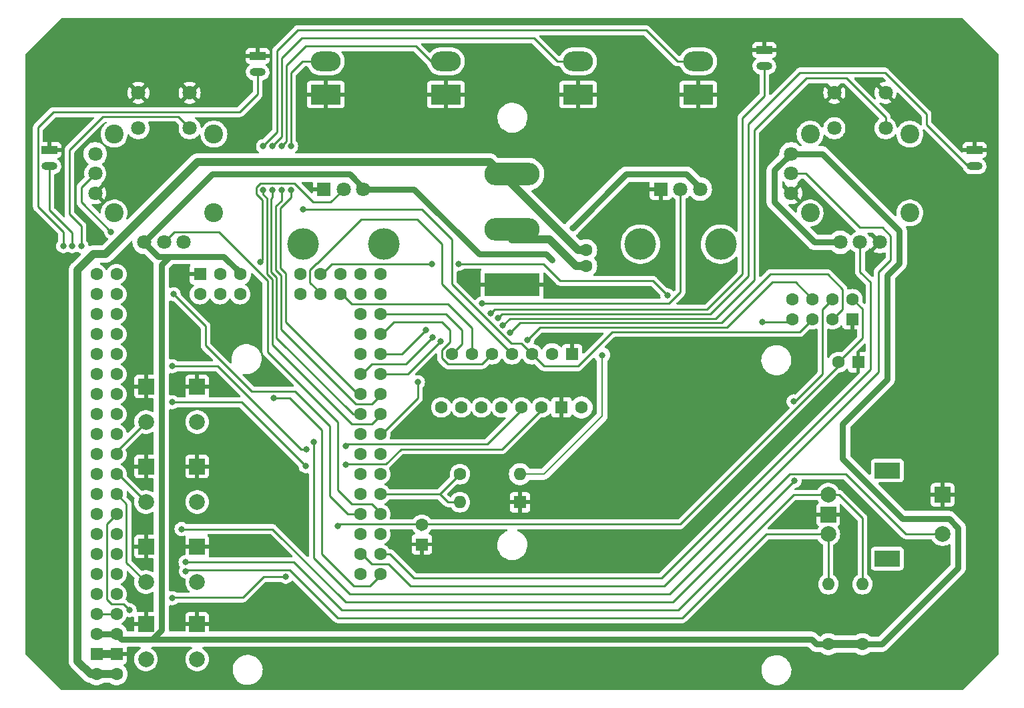
<source format=gbr>
%TF.GenerationSoftware,KiCad,Pcbnew,7.0.8*%
%TF.CreationDate,2025-03-16T00:58:01-04:00*%
%TF.ProjectId,RCTransmitterAecertRobotics,52435472-616e-4736-9d69-747465724165,V1.02*%
%TF.SameCoordinates,Original*%
%TF.FileFunction,Copper,L1,Top*%
%TF.FilePolarity,Positive*%
%FSLAX46Y46*%
G04 Gerber Fmt 4.6, Leading zero omitted, Abs format (unit mm)*
G04 Created by KiCad (PCBNEW 7.0.8) date 2025-03-16 00:58:01*
%MOMM*%
%LPD*%
G01*
G04 APERTURE LIST*
G04 Aperture macros list*
%AMRoundRect*
0 Rectangle with rounded corners*
0 $1 Rounding radius*
0 $2 $3 $4 $5 $6 $7 $8 $9 X,Y pos of 4 corners*
0 Add a 4 corners polygon primitive as box body*
4,1,4,$2,$3,$4,$5,$6,$7,$8,$9,$2,$3,0*
0 Add four circle primitives for the rounded corners*
1,1,$1+$1,$2,$3*
1,1,$1+$1,$4,$5*
1,1,$1+$1,$6,$7*
1,1,$1+$1,$8,$9*
0 Add four rect primitives between the rounded corners*
20,1,$1+$1,$2,$3,$4,$5,0*
20,1,$1+$1,$4,$5,$6,$7,0*
20,1,$1+$1,$6,$7,$8,$9,0*
20,1,$1+$1,$8,$9,$2,$3,0*%
G04 Aperture macros list end*
%TA.AperFunction,ComponentPad*%
%ADD10R,3.800000X2.500000*%
%TD*%
%TA.AperFunction,ComponentPad*%
%ADD11RoundRect,1.250000X0.650000X0.000000X-0.650000X0.000000X-0.650000X0.000000X0.650000X0.000000X0*%
%TD*%
%TA.AperFunction,ComponentPad*%
%ADD12C,2.000000*%
%TD*%
%TA.AperFunction,ComponentPad*%
%ADD13R,2.000000X2.000000*%
%TD*%
%TA.AperFunction,ComponentPad*%
%ADD14R,3.200000X2.000000*%
%TD*%
%TA.AperFunction,ComponentPad*%
%ADD15C,1.600000*%
%TD*%
%TA.AperFunction,ComponentPad*%
%ADD16O,1.600000X1.600000*%
%TD*%
%TA.AperFunction,ComponentPad*%
%ADD17R,2.000000X1.000000*%
%TD*%
%TA.AperFunction,ComponentPad*%
%ADD18O,2.000000X1.000000*%
%TD*%
%TA.AperFunction,ComponentPad*%
%ADD19R,7.000000X2.900000*%
%TD*%
%TA.AperFunction,ComponentPad*%
%ADD20O,7.000000X2.900000*%
%TD*%
%TA.AperFunction,WasherPad*%
%ADD21C,4.000000*%
%TD*%
%TA.AperFunction,ComponentPad*%
%ADD22R,1.800000X1.800000*%
%TD*%
%TA.AperFunction,ComponentPad*%
%ADD23C,1.800000*%
%TD*%
%TA.AperFunction,ComponentPad*%
%ADD24R,1.600000X1.600000*%
%TD*%
%TA.AperFunction,ComponentPad*%
%ADD25C,2.400000*%
%TD*%
%TA.AperFunction,ViaPad*%
%ADD26C,0.800000*%
%TD*%
%TA.AperFunction,Conductor*%
%ADD27C,0.250000*%
%TD*%
%TA.AperFunction,Conductor*%
%ADD28C,1.000000*%
%TD*%
%TA.AperFunction,Conductor*%
%ADD29C,0.750000*%
%TD*%
%TA.AperFunction,Conductor*%
%ADD30C,0.200000*%
%TD*%
G04 APERTURE END LIST*
D10*
%TO.P,Toggle1,1*%
%TO.N,GND*%
X117348000Y-66072000D03*
D11*
%TO.P,Toggle1,2*%
%TO.N,/Toggle A*%
X117348000Y-61872000D03*
%TD*%
D12*
%TO.P,Rotary_Encoder1,A,A*%
%TO.N,/RotaryEncoderB*%
X181080000Y-116920000D03*
%TO.P,Rotary_Encoder1,B,B*%
%TO.N,/RotaryEncoderA*%
X181080000Y-121920000D03*
D13*
%TO.P,Rotary_Encoder1,C,C*%
%TO.N,GND*%
X181080000Y-119420000D03*
D14*
%TO.P,Rotary_Encoder1,MP*%
%TO.N,N/C*%
X188580000Y-113820000D03*
X188580000Y-125020000D03*
D12*
%TO.P,Rotary_Encoder1,S1,S1*%
%TO.N,/Rotary Encoder Switch*%
X195580000Y-121920000D03*
D13*
%TO.P,Rotary_Encoder1,S2,S2*%
%TO.N,GND*%
X195580000Y-116920000D03*
%TD*%
D15*
%TO.P,R4,1*%
%TO.N,/5v*%
X181102000Y-135890000D03*
D16*
%TO.P,R4,2*%
%TO.N,/RotaryEncoderA*%
X181102000Y-128270000D03*
%TD*%
D13*
%TO.P,Button3,1,1*%
%TO.N,GND*%
X94540000Y-123480000D03*
X101040000Y-123480000D03*
D12*
%TO.P,Button3,2,2*%
%TO.N,/Button C*%
X94540000Y-127980000D03*
X101040000Y-127980000D03*
%TD*%
D10*
%TO.P,Toggle3,1*%
%TO.N,GND*%
X149352000Y-66072000D03*
D11*
%TO.P,Toggle3,2*%
%TO.N,/Toggle C*%
X149352000Y-61872000D03*
%TD*%
D13*
%TO.P,Button4,1,1*%
%TO.N,GND*%
X94540000Y-133300000D03*
X101040000Y-133300000D03*
D12*
%TO.P,Button4,2,2*%
%TO.N,/Button D*%
X94540000Y-137800000D03*
X101040000Y-137800000D03*
%TD*%
D13*
%TO.P,Button2,1,1*%
%TO.N,GND*%
X94540000Y-113320000D03*
X101040000Y-113320000D03*
D12*
%TO.P,Button2,2,2*%
%TO.N,/Button B*%
X94540000Y-117820000D03*
X101040000Y-117820000D03*
%TD*%
D13*
%TO.P,Button1,1,1*%
%TO.N,GND*%
X94540000Y-103160000D03*
X101040000Y-103160000D03*
D12*
%TO.P,Button1,2,2*%
%TO.N,/Button A*%
X94540000Y-107660000D03*
X101040000Y-107660000D03*
%TD*%
D17*
%TO.P,Bumper1,1,1*%
%TO.N,GND*%
X108712000Y-61214000D03*
D18*
%TO.P,Bumper1,2,2*%
%TO.N,/Left Bumper A*%
X108712000Y-63246000D03*
%TD*%
D19*
%TO.P,PowerSwitch1,1,LED*%
%TO.N,GND*%
X140970000Y-90200000D03*
D20*
%TO.P,PowerSwitch1,2,Power*%
%TO.N,/Bat-*%
X140970000Y-83200000D03*
%TO.P,PowerSwitch1,3,Load*%
%TO.N,/Bat+*%
X140970000Y-76200000D03*
%TD*%
D10*
%TO.P,Toggle4,1*%
%TO.N,GND*%
X164592000Y-66072000D03*
D11*
%TO.P,Toggle4,2*%
%TO.N,/Toggle D*%
X164592000Y-61872000D03*
%TD*%
D21*
%TO.P,Pot1,*%
%TO.N,*%
X124705737Y-85096874D03*
X114478111Y-85096874D03*
D22*
%TO.P,Pot1,1,1*%
%TO.N,GND*%
X117100000Y-78090000D03*
D23*
%TO.P,Pot1,2,2*%
%TO.N,/Pot Left*%
X119600000Y-78090000D03*
%TO.P,Pot1,3,3*%
%TO.N,/5v*%
X122100000Y-78090000D03*
%TD*%
D17*
%TO.P,Bumper3,1,1*%
%TO.N,GND*%
X172974000Y-60452000D03*
D18*
%TO.P,Bumper3,2,2*%
%TO.N,/Right Bumper A*%
X172974000Y-62484000D03*
%TD*%
D10*
%TO.P,Toggle2,1*%
%TO.N,GND*%
X132588000Y-66072000D03*
D11*
%TO.P,Toggle2,2*%
%TO.N,/Toggle B*%
X132588000Y-61872000D03*
%TD*%
D21*
%TO.P,Pot2,*%
%TO.N,*%
X167432154Y-85092683D03*
X157253351Y-85092683D03*
D22*
%TO.P,Pot2,1,1*%
%TO.N,GND*%
X159840000Y-78090000D03*
D23*
%TO.P,Pot2,2,2*%
%TO.N,/Pot Right*%
X162340000Y-78090000D03*
%TO.P,Pot2,3,3*%
%TO.N,/5v*%
X164840000Y-78090000D03*
%TD*%
D15*
%TO.P,R3,1*%
%TO.N,/5v*%
X185420000Y-135890000D03*
D16*
%TO.P,R3,2*%
%TO.N,/RotaryEncoderB*%
X185420000Y-128270000D03*
%TD*%
D15*
%TO.P,OLED_LCD_Display1,1,CS*%
%TO.N,/Screen CS*%
X133350000Y-99060000D03*
%TO.P,OLED_LCD_Display1,2,DC*%
%TO.N,/CE*%
X135890000Y-99060000D03*
%TO.P,OLED_LCD_Display1,3,RES*%
%TO.N,/Screen RES*%
X138430000Y-99060000D03*
%TO.P,OLED_LCD_Display1,4,SDA*%
%TO.N,/MOSI*%
X140970000Y-99060000D03*
%TO.P,OLED_LCD_Display1,5,SCK*%
%TO.N,/SCK*%
X143510000Y-99060000D03*
%TO.P,OLED_LCD_Display1,6,VCC*%
%TO.N,/5v*%
X146050000Y-99060000D03*
D24*
%TO.P,OLED_LCD_Display1,7,GND*%
%TO.N,GND*%
X148590000Y-99060000D03*
%TD*%
D23*
%TO.P,Joystick1,1,1*%
%TO.N,/5v*%
X94335000Y-84850000D03*
%TO.P,Joystick1,2,2*%
%TO.N,/Joy Left X*%
X96835000Y-84850000D03*
%TO.P,Joystick1,3,3*%
%TO.N,GND*%
X99335000Y-84850000D03*
%TO.P,Joystick1,11,1'*%
%TO.N,/5v*%
X88105000Y-73620000D03*
%TO.P,Joystick1,12,2'*%
%TO.N,/Joy Left Y*%
X88105000Y-76120000D03*
%TO.P,Joystick1,13,3'*%
%TO.N,GND*%
X88105000Y-78620000D03*
%TO.P,Joystick1,A1,COM_1*%
%TO.N,/Joy Left Button*%
X100085000Y-70370000D03*
%TO.P,Joystick1,B1,COM_2*%
%TO.N,unconnected-(Joystick1-COM_2-PadB1)*%
X93585000Y-70370000D03*
%TO.P,Joystick1,C1,NO_1*%
%TO.N,GND*%
X100085000Y-65870000D03*
%TO.P,Joystick1,D1,NO_2*%
X93585000Y-65870000D03*
D25*
%TO.P,Joystick1,MH1,MH1*%
%TO.N,unconnected-(Joystick1-PadMH1)*%
X90510000Y-81120000D03*
%TO.P,Joystick1,MH2,MH2*%
%TO.N,unconnected-(Joystick1-PadMH2)*%
X103160000Y-81120000D03*
%TO.P,Joystick1,MH3,MH3*%
%TO.N,unconnected-(Joystick1-PadMH3)*%
X103160000Y-71120000D03*
%TO.P,Joystick1,MH4,MH4*%
%TO.N,unconnected-(Joystick1-PadMH4)*%
X90510000Y-71120000D03*
%TD*%
%TO.P,Joystick2,MH4,MH4*%
%TO.N,unconnected-(Joystick2-PadMH4)*%
X178780000Y-71120000D03*
%TO.P,Joystick2,MH3,MH3*%
%TO.N,unconnected-(Joystick2-PadMH3)*%
X191430000Y-71120000D03*
%TO.P,Joystick2,MH2,MH2*%
%TO.N,unconnected-(Joystick2-PadMH2)*%
X191430000Y-81120000D03*
%TO.P,Joystick2,MH1,MH1*%
%TO.N,unconnected-(Joystick2-PadMH1)*%
X178780000Y-81120000D03*
D23*
%TO.P,Joystick2,D1,NO_2*%
%TO.N,GND*%
X181855000Y-65870000D03*
%TO.P,Joystick2,C1,NO_1*%
X188355000Y-65870000D03*
%TO.P,Joystick2,B1,COM_2*%
%TO.N,unconnected-(Joystick2-COM_2-PadB1)*%
X181855000Y-70370000D03*
%TO.P,Joystick2,A1,COM_1*%
%TO.N,/Joy Right Button*%
X188355000Y-70370000D03*
%TO.P,Joystick2,13,3'*%
%TO.N,GND*%
X176375000Y-78620000D03*
%TO.P,Joystick2,12,2'*%
%TO.N,/Joy Right Y*%
X176375000Y-76120000D03*
%TO.P,Joystick2,11,1'*%
%TO.N,/5v*%
X176375000Y-73620000D03*
%TO.P,Joystick2,3,3*%
%TO.N,GND*%
X187605000Y-84850000D03*
%TO.P,Joystick2,2,2*%
%TO.N,/Joy Right X*%
X185105000Y-84850000D03*
%TO.P,Joystick2,1,1*%
%TO.N,/5v*%
X182605000Y-84850000D03*
%TD*%
D15*
%TO.P,C2,1*%
%TO.N,/3.3v*%
X129540000Y-120714888D03*
D24*
%TO.P,C2,2*%
%TO.N,GND*%
X129540000Y-123214888D03*
%TD*%
D15*
%TO.P,Battery1,1,Pin_1*%
%TO.N,/Bat+*%
X150368000Y-85852000D03*
%TO.P,Battery1,2,Pin_2*%
%TO.N,/Bat-*%
X150368000Y-87852000D03*
%TD*%
%TO.P,Gyroscope1,1,VCC*%
%TO.N,/5v*%
X149789454Y-105816523D03*
D24*
%TO.P,Gyroscope1,2,GND*%
%TO.N,GND*%
X147249454Y-105816523D03*
D15*
%TO.P,Gyroscope1,3,SCL*%
%TO.N,/SCL*%
X144709454Y-105816523D03*
%TO.P,Gyroscope1,4,SDA*%
%TO.N,/SDA*%
X142169454Y-105816523D03*
%TO.P,Gyroscope1,5,XDA*%
%TO.N,unconnected-(Gyroscope1-XDA-Pad5)*%
X139629454Y-105816523D03*
%TO.P,Gyroscope1,6,XCL*%
%TO.N,unconnected-(Gyroscope1-XCL-Pad6)*%
X137089454Y-105816523D03*
%TO.P,Gyroscope1,7,AD0*%
%TO.N,unconnected-(Gyroscope1-AD0-Pad7)*%
X134549454Y-105816523D03*
%TO.P,Gyroscope1,8,INT*%
%TO.N,unconnected-(Gyroscope1-INT-Pad8)*%
X132009454Y-105816523D03*
%TD*%
D24*
%TO.P,R2,1*%
%TO.N,GND*%
X141986000Y-117856000D03*
D16*
%TO.P,R2,2*%
%TO.N,/Battery Voltage*%
X134366000Y-117856000D03*
%TD*%
D15*
%TO.P,Arduino_Mega_Pro1,0,RX*%
%TO.N,unconnected-(Arduino_Mega_Pro1-RX-Pad0)*%
X90805000Y-127000000D03*
%TO.P,Arduino_Mega_Pro1,1,TX*%
%TO.N,unconnected-(Arduino_Mega_Pro1-TX-Pad1)*%
X88265000Y-127000000D03*
%TO.P,Arduino_Mega_Pro1,2,D2*%
%TO.N,/RotaryEncoderA*%
X90805000Y-124460000D03*
%TO.P,Arduino_Mega_Pro1,3,D3*%
%TO.N,/RotaryEncoderB*%
X88265000Y-124460000D03*
%TO.P,Arduino_Mega_Pro1,3V3,3V3*%
%TO.N,/3.3v*%
X88265000Y-132080000D03*
X90805000Y-132080000D03*
%TO.P,Arduino_Mega_Pro1,4,D4*%
%TO.N,/NRF CSN*%
X90805000Y-121920000D03*
%TO.P,Arduino_Mega_Pro1,5,D5*%
%TO.N,unconnected-(Arduino_Mega_Pro1-D5-Pad5)*%
X88265000Y-121920000D03*
%TO.P,Arduino_Mega_Pro1,5V,5V*%
%TO.N,/5v*%
X88265000Y-134620000D03*
X90805000Y-134620000D03*
X106480000Y-88900000D03*
%TO.P,Arduino_Mega_Pro1,6,D6*%
%TO.N,/Button D*%
X90805000Y-119380000D03*
%TO.P,Arduino_Mega_Pro1,7,D7*%
%TO.N,unconnected-(Arduino_Mega_Pro1-D7-Pad7)*%
X88265000Y-119380000D03*
%TO.P,Arduino_Mega_Pro1,8,D8*%
%TO.N,/Button C*%
X90805000Y-116840000D03*
%TO.P,Arduino_Mega_Pro1,9,D9*%
%TO.N,unconnected-(Arduino_Mega_Pro1-D9-Pad9)*%
X88265000Y-116840000D03*
%TO.P,Arduino_Mega_Pro1,10,D10*%
%TO.N,/Button B*%
X90805000Y-114300000D03*
%TO.P,Arduino_Mega_Pro1,11,D11*%
%TO.N,unconnected-(Arduino_Mega_Pro1-D11-Pad11)*%
X88265000Y-114300000D03*
%TO.P,Arduino_Mega_Pro1,12,D12*%
%TO.N,/Button A*%
X90805000Y-111760000D03*
%TO.P,Arduino_Mega_Pro1,13,D13*%
%TO.N,unconnected-(Arduino_Mega_Pro1-D13-Pad13)*%
X88265000Y-111760000D03*
%TO.P,Arduino_Mega_Pro1,14,D14*%
%TO.N,unconnected-(Arduino_Mega_Pro1-D14-Pad14)*%
X90805000Y-109220000D03*
%TO.P,Arduino_Mega_Pro1,15,D15*%
%TO.N,unconnected-(Arduino_Mega_Pro1-D15-Pad15)*%
X88265000Y-109220000D03*
%TO.P,Arduino_Mega_Pro1,16,D16*%
%TO.N,unconnected-(Arduino_Mega_Pro1-D16-Pad16)*%
X90805000Y-106680000D03*
%TO.P,Arduino_Mega_Pro1,17,D17*%
%TO.N,unconnected-(Arduino_Mega_Pro1-D17-Pad17)*%
X88265000Y-106680000D03*
%TO.P,Arduino_Mega_Pro1,18,D18*%
%TO.N,unconnected-(Arduino_Mega_Pro1-D18-Pad18)*%
X90805000Y-104140000D03*
%TO.P,Arduino_Mega_Pro1,19,D19*%
%TO.N,unconnected-(Arduino_Mega_Pro1-D19-Pad19)*%
X88265000Y-104140000D03*
%TO.P,Arduino_Mega_Pro1,20,D20(SDA)*%
%TO.N,/SDA*%
X90805000Y-101600000D03*
%TO.P,Arduino_Mega_Pro1,21,D21(SCL)*%
%TO.N,/SCL*%
X88265000Y-101600000D03*
%TO.P,Arduino_Mega_Pro1,22,D22*%
%TO.N,unconnected-(Arduino_Mega_Pro1-D22-Pad22)*%
X90805000Y-99060000D03*
%TO.P,Arduino_Mega_Pro1,23,D23*%
%TO.N,unconnected-(Arduino_Mega_Pro1-D23-Pad23)*%
X88265000Y-99060000D03*
%TO.P,Arduino_Mega_Pro1,24,D24*%
%TO.N,unconnected-(Arduino_Mega_Pro1-D24-Pad24)*%
X90805000Y-96520000D03*
%TO.P,Arduino_Mega_Pro1,25,D25*%
%TO.N,unconnected-(Arduino_Mega_Pro1-D25-Pad25)*%
X88265000Y-96520000D03*
%TO.P,Arduino_Mega_Pro1,26,D26*%
%TO.N,unconnected-(Arduino_Mega_Pro1-D26-Pad26)*%
X90805000Y-93980000D03*
%TO.P,Arduino_Mega_Pro1,27,D27*%
%TO.N,/Left Bumper A*%
X88265000Y-93980000D03*
%TO.P,Arduino_Mega_Pro1,28,D28*%
%TO.N,unconnected-(Arduino_Mega_Pro1-D28-Pad28)*%
X90805000Y-91440000D03*
%TO.P,Arduino_Mega_Pro1,29,D29*%
%TO.N,/Left Bumper B*%
X88265000Y-91440000D03*
%TO.P,Arduino_Mega_Pro1,30,D30*%
%TO.N,unconnected-(Arduino_Mega_Pro1-D30-Pad30)*%
X90805000Y-88900000D03*
%TO.P,Arduino_Mega_Pro1,31,D31*%
%TO.N,/Joy Left Button*%
X88265000Y-88900000D03*
%TO.P,Arduino_Mega_Pro1,32,D32*%
%TO.N,/Toggle D*%
X124260000Y-106680000D03*
%TO.P,Arduino_Mega_Pro1,33,D33*%
%TO.N,/Toggle C*%
X121720000Y-106680000D03*
%TO.P,Arduino_Mega_Pro1,34,D34*%
%TO.N,/Toggle B*%
X124260000Y-104140000D03*
%TO.P,Arduino_Mega_Pro1,35,D35*%
%TO.N,/Toggle A*%
X121720000Y-104140000D03*
%TO.P,Arduino_Mega_Pro1,36,D36*%
%TO.N,/Joy Right Button*%
X124260000Y-101600000D03*
%TO.P,Arduino_Mega_Pro1,37,D37*%
%TO.N,/Right Bumper B*%
X121720000Y-101600000D03*
%TO.P,Arduino_Mega_Pro1,38,D38*%
%TO.N,/Right Bumper A*%
X124260000Y-99060000D03*
%TO.P,Arduino_Mega_Pro1,39,D39*%
%TO.N,/Rotary Encoder Switch*%
X121720000Y-99060000D03*
%TO.P,Arduino_Mega_Pro1,40,D40*%
%TO.N,/Screen RES*%
X124260000Y-96520000D03*
%TO.P,Arduino_Mega_Pro1,41,D41*%
%TO.N,unconnected-(Arduino_Mega_Pro1-D41-Pad41)*%
X121720000Y-96520000D03*
%TO.P,Arduino_Mega_Pro1,42,D42*%
%TO.N,/Screen CS*%
X124260000Y-93980000D03*
%TO.P,Arduino_Mega_Pro1,43,D43*%
%TO.N,unconnected-(Arduino_Mega_Pro1-D43-Pad43)*%
X121720000Y-93980000D03*
%TO.P,Arduino_Mega_Pro1,44,D44*%
%TO.N,unconnected-(Arduino_Mega_Pro1-D44-Pad44)*%
X124260000Y-91440000D03*
%TO.P,Arduino_Mega_Pro1,45,D45*%
%TO.N,unconnected-(Arduino_Mega_Pro1-D45-Pad45)*%
X121720000Y-91440000D03*
%TO.P,Arduino_Mega_Pro1,46,D46*%
%TO.N,unconnected-(Arduino_Mega_Pro1-D46-Pad46)*%
X124260000Y-88900000D03*
%TO.P,Arduino_Mega_Pro1,47,D47*%
%TO.N,unconnected-(Arduino_Mega_Pro1-D47-Pad47)*%
X121720000Y-88900000D03*
%TO.P,Arduino_Mega_Pro1,48,D48*%
%TO.N,unconnected-(Arduino_Mega_Pro1-D48-Pad48)*%
X119180000Y-88900000D03*
%TO.P,Arduino_Mega_Pro1,49,D49*%
%TO.N,/CE*%
X119180000Y-91440000D03*
%TO.P,Arduino_Mega_Pro1,50,D50(MISO)*%
%TO.N,/MISO*%
X106480000Y-91440000D03*
X116640000Y-88900000D03*
%TO.P,Arduino_Mega_Pro1,51,D51(MOSI)*%
%TO.N,/MOSI*%
X103940000Y-88900000D03*
X116640000Y-91440000D03*
%TO.P,Arduino_Mega_Pro1,52,D52(SCLK)*%
%TO.N,/SCK*%
X103940000Y-91440000D03*
X114100000Y-88900000D03*
%TO.P,Arduino_Mega_Pro1,53,D53(CE)*%
%TO.N,unconnected-(Arduino_Mega_Pro1-D53(CE)-Pad53)*%
X114100000Y-91440000D03*
%TO.P,Arduino_Mega_Pro1,A0,A0*%
%TO.N,/Pot Left*%
X124260000Y-127000000D03*
%TO.P,Arduino_Mega_Pro1,A1,A1*%
%TO.N,unconnected-(Arduino_Mega_Pro1-PadA1)*%
X121720000Y-127000000D03*
%TO.P,Arduino_Mega_Pro1,A2,A2*%
%TO.N,/Joy Right X*%
X124260000Y-124460000D03*
%TO.P,Arduino_Mega_Pro1,A3,A3*%
%TO.N,/Joy Right Y*%
X121720000Y-124460000D03*
%TO.P,Arduino_Mega_Pro1,A4,A4*%
%TO.N,unconnected-(Arduino_Mega_Pro1-PadA4)*%
X124260000Y-121920000D03*
%TO.P,Arduino_Mega_Pro1,A5,A5*%
%TO.N,unconnected-(Arduino_Mega_Pro1-PadA5)*%
X121720000Y-121920000D03*
%TO.P,Arduino_Mega_Pro1,A6,A6*%
%TO.N,/Joy Left X*%
X124260000Y-119380000D03*
%TO.P,Arduino_Mega_Pro1,A7,A7*%
%TO.N,/Joy Left Y*%
X121720000Y-119380000D03*
%TO.P,Arduino_Mega_Pro1,A8,A8*%
%TO.N,/Battery Voltage*%
X124260000Y-116840000D03*
%TO.P,Arduino_Mega_Pro1,A9,A9*%
%TO.N,unconnected-(Arduino_Mega_Pro1-PadA9)*%
X121720000Y-116840000D03*
%TO.P,Arduino_Mega_Pro1,A10,A10*%
%TO.N,unconnected-(Arduino_Mega_Pro1-PadA10)*%
X124260000Y-114300000D03*
%TO.P,Arduino_Mega_Pro1,A11,A11*%
%TO.N,unconnected-(Arduino_Mega_Pro1-PadA11)*%
X121720000Y-114300000D03*
%TO.P,Arduino_Mega_Pro1,A12,A12*%
%TO.N,unconnected-(Arduino_Mega_Pro1-PadA12)*%
X124260000Y-111760000D03*
%TO.P,Arduino_Mega_Pro1,A13,A13*%
%TO.N,unconnected-(Arduino_Mega_Pro1-PadA13)*%
X121720000Y-111760000D03*
%TO.P,Arduino_Mega_Pro1,A14,A14*%
%TO.N,/Pot Right*%
X124260000Y-109220000D03*
%TO.P,Arduino_Mega_Pro1,A15,A15*%
%TO.N,unconnected-(Arduino_Mega_Pro1-PadA15)*%
X121720000Y-109220000D03*
%TO.P,Arduino_Mega_Pro1,AREF,AREF*%
%TO.N,/REF*%
X90805000Y-129540000D03*
D24*
%TO.P,Arduino_Mega_Pro1,GND,GND*%
%TO.N,GND*%
X88265000Y-137160000D03*
X90805000Y-137160000D03*
X101400000Y-88900000D03*
D15*
%TO.P,Arduino_Mega_Pro1,RST,RST*%
%TO.N,unconnected-(Arduino_Mega_Pro1-PadRST)*%
X88265000Y-129540000D03*
X101400000Y-91440000D03*
%TO.P,Arduino_Mega_Pro1,VIN,VIN*%
%TO.N,/Bat+*%
X88265000Y-139700000D03*
X90805000Y-139700000D03*
%TD*%
%TO.P,C1,1*%
%TO.N,/3.3v*%
X182372000Y-100076000D03*
D24*
%TO.P,C1,2*%
%TO.N,GND*%
X184872000Y-100076000D03*
%TD*%
D15*
%TO.P,NRF24L01+PA+LNA1,1,V+*%
%TO.N,/3.3v*%
X184150000Y-92075000D03*
%TO.P,NRF24L01+PA+LNA1,2,CSN*%
%TO.N,/NRF CSN*%
X181610000Y-92075000D03*
%TO.P,NRF24L01+PA+LNA1,3,MOSI*%
%TO.N,/MOSI*%
X179070000Y-92075000D03*
%TO.P,NRF24L01+PA+LNA1,4,IRQ*%
%TO.N,unconnected-(NRF24-IRQ-Pad4)*%
X176530000Y-92075000D03*
%TO.P,NRF24L01+PA+LNA1,5,MISO*%
%TO.N,/MISO*%
X176530000Y-94615000D03*
%TO.P,NRF24L01+PA+LNA1,6,SCK*%
%TO.N,/SCK*%
X179070000Y-94615000D03*
%TO.P,NRF24L01+PA+LNA1,7,CE*%
%TO.N,/CE*%
X181610000Y-94615000D03*
D24*
%TO.P,NRF24L01+PA+LNA1,8,GND*%
%TO.N,GND*%
X184150000Y-94615000D03*
%TD*%
D17*
%TO.P,Bumper2,1,1*%
%TO.N,GND*%
X82296000Y-73152000D03*
D18*
%TO.P,Bumper2,2,2*%
%TO.N,/Left Bumper B*%
X82296000Y-75184000D03*
%TD*%
D15*
%TO.P,R1,1*%
%TO.N,/Battery Voltage*%
X134366000Y-114300000D03*
D16*
%TO.P,R1,2*%
%TO.N,/Bat+*%
X141986000Y-114300000D03*
%TD*%
D17*
%TO.P,Bumper4,1,1*%
%TO.N,GND*%
X199644000Y-73152000D03*
D18*
%TO.P,Bumper4,2,2*%
%TO.N,/Right Bumper B*%
X199644000Y-75184000D03*
%TD*%
D26*
%TO.N,/CE*%
X140750331Y-96369500D03*
%TO.N,GND*%
X80772000Y-84836000D03*
X154432000Y-80772000D03*
X155448000Y-91440000D03*
X145796000Y-109220000D03*
X139700000Y-102616000D03*
X163068000Y-108204000D03*
X160528000Y-137160000D03*
X102929041Y-140295973D03*
X173736000Y-71628000D03*
X129820556Y-108337148D03*
X182372000Y-97028000D03*
X92456000Y-58928000D03*
X195072000Y-63500000D03*
X105156000Y-65786000D03*
X119888000Y-138684000D03*
X98806000Y-89154000D03*
X107188000Y-116332000D03*
X132080000Y-114808000D03*
X149352000Y-91440000D03*
X178308000Y-119634000D03*
X192024000Y-116840000D03*
X148336000Y-71628000D03*
X107696000Y-123444000D03*
X96092572Y-73528443D03*
X93218000Y-140208000D03*
X89408000Y-66040000D03*
X104648000Y-132588000D03*
X100076000Y-97028000D03*
X93974276Y-131266266D03*
X81788000Y-106680000D03*
X135200919Y-124257127D03*
X93472000Y-99568000D03*
X165100000Y-72136000D03*
X181356000Y-59436000D03*
X196088000Y-134620000D03*
X189594180Y-129195269D03*
X196596000Y-75692000D03*
X82296000Y-128016000D03*
X124968000Y-69088000D03*
X170434000Y-129794000D03*
X157988000Y-101092000D03*
X174244000Y-85344000D03*
X153416000Y-124460000D03*
X187452000Y-75184000D03*
%TO.N,/3.3v*%
X112268000Y-127329500D03*
X118872000Y-120904000D03*
X97889000Y-130048000D03*
%TO.N,/5v*%
X148634307Y-83013693D03*
X146050000Y-87122000D03*
%TO.N,/Rotary Encoder Switch*%
X115824000Y-110236000D03*
%TO.N,/Left Bumper A*%
X84060994Y-85344000D03*
%TO.N,/Right Bumper A*%
X130048000Y-96012000D03*
X138251968Y-93870873D03*
%TO.N,/Left Bumper B*%
X85185497Y-85344000D03*
%TO.N,/Right Bumper B*%
X139192000Y-94488000D03*
X130872180Y-96945918D03*
%TO.N,/Joy Right Button*%
X131951976Y-97407976D03*
X139809127Y-95428032D03*
%TO.N,/Toggle C*%
X110585497Y-72644000D03*
X110585498Y-78233248D03*
%TO.N,/Toggle D*%
X109411038Y-72654093D03*
X109410996Y-78231539D03*
%TO.N,/Toggle B*%
X111760000Y-72644000D03*
X111760000Y-78232000D03*
%TO.N,/Toggle A*%
X112938728Y-72644000D03*
X112934503Y-78232000D03*
%TO.N,/Joy Left Button*%
X86360000Y-85344000D03*
%TO.N,/Button D*%
X92456000Y-131572000D03*
%TO.N,/Pot Right*%
X129032000Y-102616000D03*
X137160000Y-92622500D03*
%TO.N,/SCL*%
X97889000Y-105156000D03*
X114808000Y-113284000D03*
X119888000Y-113135479D03*
%TO.N,/SDA*%
X97889000Y-100584000D03*
X114900688Y-111159312D03*
X119888000Y-110726888D03*
%TO.N,/Pot Left*%
X109012500Y-87376000D03*
X110744000Y-104648000D03*
%TO.N,/Joy Left Y*%
X98044000Y-91440000D03*
X90125693Y-83521693D03*
%TO.N,/SCK*%
X114427000Y-80645000D03*
%TO.N,/MISO*%
X172720000Y-94996000D03*
X130850000Y-87590000D03*
X160689312Y-91601312D03*
X134199500Y-87590000D03*
%TO.N,/MOSI*%
X142902968Y-97251592D03*
%TO.N,/NRF CSN*%
X176812349Y-115149500D03*
X176691312Y-105063312D03*
X99060000Y-121271285D03*
%TO.N,/RotaryEncoderB*%
X99568000Y-125476000D03*
%TO.N,/RotaryEncoderA*%
X99597535Y-126650131D03*
%TO.N,/Bat+*%
X152408340Y-99168500D03*
%TD*%
D27*
%TO.N,/CE*%
X173716581Y-88919419D02*
X180994419Y-88919419D01*
X120658000Y-92718000D02*
X119380000Y-91440000D01*
X135890000Y-95758000D02*
X132850000Y-92718000D01*
X182880000Y-90805000D02*
X182880000Y-93345000D01*
X140750331Y-96369500D02*
X142024831Y-95095000D01*
X182880000Y-93345000D02*
X181610000Y-94615000D01*
X180994419Y-88919419D02*
X182880000Y-90805000D01*
X142024831Y-95095000D02*
X167541000Y-95095000D01*
X135890000Y-99060000D02*
X135890000Y-95758000D01*
X167541000Y-95095000D02*
X173716581Y-88919419D01*
X132850000Y-92718000D02*
X120658000Y-92718000D01*
%TO.N,GND*%
X184912000Y-100076000D02*
X184912000Y-100262082D01*
D28*
X88265000Y-137160000D02*
X90805000Y-137160000D01*
D27*
%TO.N,/3.3v*%
X106819000Y-129964000D02*
X109453500Y-127329500D01*
X88265000Y-132080000D02*
X90805000Y-132080000D01*
X162286000Y-120670000D02*
X182372000Y-100584000D01*
X185400000Y-93325000D02*
X185400000Y-97048000D01*
X97973000Y-129964000D02*
X106819000Y-129964000D01*
X118872000Y-120904000D02*
X119106000Y-120670000D01*
X97889000Y-130048000D02*
X97973000Y-129964000D01*
X129350888Y-121412000D02*
X129540000Y-121222888D01*
X185400000Y-97048000D02*
X182372000Y-100076000D01*
X184150000Y-92075000D02*
X185400000Y-93325000D01*
X182372000Y-100584000D02*
X182372000Y-100076000D01*
X119106000Y-120670000D02*
X162286000Y-120670000D01*
X109453500Y-127329500D02*
X112268000Y-127329500D01*
D29*
%TO.N,/5v*%
X90805000Y-134620000D02*
X91460000Y-135275000D01*
X122100000Y-77940092D02*
X122100000Y-78090000D01*
X97310000Y-86645481D02*
X96086494Y-86645481D01*
X163099908Y-76200000D02*
X164840000Y-77940092D01*
X179324000Y-84850000D02*
X182605000Y-84850000D01*
X90805000Y-134620000D02*
X88265000Y-134620000D01*
X106680000Y-88900000D02*
X104425481Y-86645481D01*
X179578000Y-135890000D02*
X181102000Y-135890000D01*
X188552000Y-102265456D02*
X188552000Y-89064461D01*
X196398072Y-119945000D02*
X190501080Y-119945000D01*
X95357000Y-135275000D02*
X178963000Y-135275000D01*
X174244000Y-79770000D02*
X179324000Y-84850000D01*
X188552000Y-89064461D02*
X190076000Y-87540461D01*
X182880000Y-112323920D02*
X182880000Y-107937456D01*
X190076000Y-83396000D02*
X180300000Y-73620000D01*
X164840000Y-77940092D02*
X164840000Y-78090000D01*
X174244000Y-75706000D02*
X174244000Y-79770000D01*
X190501080Y-119945000D02*
X182880000Y-112323920D01*
X96086494Y-86645481D02*
X94335000Y-84893987D01*
D28*
X181864000Y-135890000D02*
X185420000Y-135890000D01*
D29*
X96514500Y-134117500D02*
X96514500Y-87666981D01*
X148634307Y-83013693D02*
X155448000Y-76200000D01*
X97310000Y-86645481D02*
X97536000Y-86645481D01*
X128540634Y-78090000D02*
X136810634Y-86360000D01*
X185420000Y-135890000D02*
X187872544Y-135890000D01*
X95357000Y-135275000D02*
X96514500Y-134117500D01*
X94335000Y-84893987D02*
X94335000Y-84806013D01*
X96514500Y-87666981D02*
X97536000Y-86645481D01*
D28*
X181102000Y-135890000D02*
X181864000Y-135890000D01*
D29*
X136810634Y-86360000D02*
X145288000Y-86360000D01*
X155448000Y-76200000D02*
X163099908Y-76200000D01*
X91460000Y-135275000D02*
X95357000Y-135275000D01*
X180300000Y-73620000D02*
X176330000Y-73620000D01*
X187872544Y-135890000D02*
X197555000Y-126207544D01*
X104425481Y-86645481D02*
X97310000Y-86645481D01*
X120374908Y-76215000D02*
X122100000Y-77940092D01*
X145288000Y-86360000D02*
X146050000Y-87122000D01*
X176330000Y-73620000D02*
X174244000Y-75706000D01*
X182880000Y-107937456D02*
X188552000Y-102265456D01*
X178963000Y-135275000D02*
X179578000Y-135890000D01*
X102926013Y-76215000D02*
X120374908Y-76215000D01*
X197555000Y-121101928D02*
X196398072Y-119945000D01*
X197555000Y-126207544D02*
X197555000Y-121101928D01*
X122100000Y-78090000D02*
X128540634Y-78090000D01*
X190076000Y-87540461D02*
X190076000Y-83396000D01*
X94335000Y-84806013D02*
X102926013Y-76215000D01*
D27*
%TO.N,/Rotary Encoder Switch*%
X115824000Y-110236000D02*
X115824000Y-124968000D01*
X120396000Y-129540000D02*
X160909000Y-129540000D01*
X115824000Y-124968000D02*
X120396000Y-129540000D01*
X183300446Y-114300000D02*
X190920446Y-121920000D01*
X190920446Y-121920000D02*
X195580000Y-121920000D01*
X176149000Y-114300000D02*
X183300446Y-114300000D01*
X160909000Y-129540000D02*
X176149000Y-114300000D01*
%TO.N,/Left Bumper A*%
X80846000Y-70284000D02*
X82810000Y-68320000D01*
X106432000Y-68320000D02*
X108712000Y-66040000D01*
X82810000Y-68320000D02*
X106432000Y-68320000D01*
X84060994Y-83579006D02*
X84074000Y-83566000D01*
X84060994Y-85344000D02*
X84060994Y-83579006D01*
X80846000Y-80338000D02*
X80846000Y-70284000D01*
X108712000Y-66040000D02*
X108712000Y-63246000D01*
X84074000Y-83566000D02*
X80846000Y-80338000D01*
%TO.N,/Right Bumper A*%
X170180000Y-88900000D02*
X170180000Y-69088000D01*
X165710000Y-93370000D02*
X170180000Y-88900000D01*
X172974000Y-66294000D02*
X172974000Y-62484000D01*
X124460000Y-99060000D02*
X127000000Y-99060000D01*
X170180000Y-69088000D02*
X172974000Y-66294000D01*
X127000000Y-99060000D02*
X130048000Y-96012000D01*
X138752841Y-93370000D02*
X165710000Y-93370000D01*
X138251968Y-93870873D02*
X138752841Y-93370000D01*
%TO.N,/Left Bumper B*%
X82296000Y-80772000D02*
X82296000Y-75084000D01*
X85185497Y-83661497D02*
X82296000Y-80772000D01*
X85185497Y-85344000D02*
X85185497Y-83661497D01*
%TO.N,/Right Bumper B*%
X123182000Y-100338000D02*
X121920000Y-101600000D01*
X139192000Y-94488000D02*
X139735000Y-93945000D01*
X127480098Y-100338000D02*
X123182000Y-100338000D01*
X188261907Y-63293907D02*
X193548000Y-68580000D01*
X177498093Y-63293907D02*
X188261907Y-63293907D01*
X130872180Y-96945918D02*
X127480098Y-100338000D01*
X139735000Y-93945000D02*
X166151000Y-93945000D01*
X198829802Y-75184000D02*
X199644000Y-75184000D01*
X166151000Y-93945000D02*
X170942000Y-89154000D01*
X193548000Y-68580000D02*
X193548000Y-69902198D01*
X170942000Y-69850000D02*
X177498093Y-63293907D01*
X170942000Y-89154000D02*
X170942000Y-69850000D01*
X193548000Y-69902198D02*
X198829802Y-75184000D01*
%TO.N,/Joy Right Button*%
X178308000Y-64008000D02*
X183388000Y-64008000D01*
X188355000Y-68975000D02*
X188355000Y-70370000D01*
X183388000Y-64008000D02*
X188355000Y-68975000D01*
X140717159Y-94520000D02*
X166794828Y-94520000D01*
X171704000Y-70612000D02*
X178308000Y-64008000D01*
X127759952Y-101600000D02*
X124460000Y-101600000D01*
X139809127Y-95428032D02*
X140717159Y-94520000D01*
X166794828Y-94520000D02*
X171704000Y-89610828D01*
X171704000Y-89610828D02*
X171704000Y-70612000D01*
X131951976Y-97407976D02*
X127759952Y-101600000D01*
%TO.N,/Toggle C*%
X110437001Y-79323799D02*
X110437000Y-88607656D01*
X111118000Y-97021000D02*
X120777000Y-106680000D01*
X114300000Y-58928000D02*
X143741000Y-58928000D01*
X110585498Y-78233248D02*
X110585498Y-79175302D01*
X110437000Y-88607656D02*
X111118000Y-89288656D01*
X143741000Y-58928000D02*
X146685000Y-61872000D01*
X146685000Y-61872000D02*
X149352000Y-61872000D01*
X120777000Y-106680000D02*
X121920000Y-106680000D01*
X111760000Y-61468000D02*
X114300000Y-58928000D01*
X110585497Y-72644000D02*
X110585497Y-72616421D01*
X111760000Y-71441918D02*
X111760000Y-61468000D01*
X111118000Y-89288656D02*
X111118000Y-97021000D01*
X110585497Y-72616421D02*
X111760000Y-71441918D01*
X110585498Y-79175302D02*
X110437001Y-79323799D01*
%TO.N,/Toggle D*%
X123182000Y-107958000D02*
X124460000Y-106680000D01*
X109862000Y-88845828D02*
X110543000Y-89526828D01*
X110543000Y-97843000D02*
X120658000Y-107958000D01*
X120658000Y-107958000D02*
X123182000Y-107958000D01*
X113792000Y-57912000D02*
X157965000Y-57912000D01*
X111185000Y-60519000D02*
X113792000Y-57912000D01*
X109410996Y-78231539D02*
X109410996Y-78813972D01*
X111185000Y-70842415D02*
X111185000Y-60519000D01*
X109411038Y-72654093D02*
X109411038Y-72616377D01*
X161925000Y-61872000D02*
X164592000Y-61872000D01*
X109410996Y-78813972D02*
X109862000Y-79264975D01*
X109862000Y-79264975D02*
X109862000Y-88845828D01*
X110543000Y-89526828D02*
X110543000Y-97843000D01*
X157965000Y-57912000D02*
X161925000Y-61872000D01*
X109411038Y-72616377D02*
X111185000Y-70842415D01*
%TO.N,/Toggle B*%
X130683000Y-61872000D02*
X132588000Y-61872000D01*
X111012001Y-80284630D02*
X111012000Y-88369484D01*
X111760000Y-72644000D02*
X112088728Y-72315272D01*
X112088728Y-72315272D02*
X112088728Y-72291918D01*
X112088728Y-72291918D02*
X112363728Y-72016918D01*
X114808000Y-59944000D02*
X128755000Y-59944000D01*
X111693000Y-95945000D02*
X121150000Y-105402000D01*
X111693000Y-89050484D02*
X111693000Y-95945000D01*
X121150000Y-105402000D02*
X123198000Y-105402000D01*
X112363728Y-72016918D02*
X112363728Y-62388272D01*
X111760000Y-79536631D02*
X111012001Y-80284630D01*
X111760000Y-78232000D02*
X111760000Y-79536631D01*
X128755000Y-59944000D02*
X130683000Y-61872000D01*
X112363728Y-62388272D02*
X114808000Y-59944000D01*
X111012000Y-88369484D02*
X111693000Y-89050484D01*
X123198000Y-105402000D02*
X124460000Y-104140000D01*
%TO.N,/Toggle A*%
X112934503Y-79175301D02*
X111587001Y-80522803D01*
X112268000Y-94996000D02*
X121412000Y-104140000D01*
X111587000Y-88131312D02*
X112268000Y-88812312D01*
X112934503Y-78232000D02*
X112934503Y-79175301D01*
X111587001Y-80522803D02*
X111587000Y-88131312D01*
X112938728Y-72644000D02*
X112938728Y-63337272D01*
X114404000Y-61872000D02*
X117348000Y-61872000D01*
X121412000Y-104140000D02*
X121920000Y-104140000D01*
X112268000Y-88812312D02*
X112268000Y-94996000D01*
X112938728Y-63337272D02*
X114404000Y-61872000D01*
%TO.N,/Joy Left Button*%
X98610000Y-68895000D02*
X100085000Y-70370000D01*
X86360000Y-85344000D02*
X86360000Y-82804000D01*
X84836000Y-81280000D02*
X84836000Y-73152000D01*
X86360000Y-82804000D02*
X84836000Y-81280000D01*
X89093000Y-68895000D02*
X98610000Y-68895000D01*
X84836000Y-73152000D02*
X89093000Y-68895000D01*
%TO.N,/Button D*%
X91714000Y-130830000D02*
X90190000Y-130830000D01*
X92456000Y-131572000D02*
X91714000Y-130830000D01*
X90190000Y-130830000D02*
X89543000Y-130183000D01*
X89543000Y-130183000D02*
X89543000Y-120642000D01*
X89543000Y-120642000D02*
X90805000Y-119380000D01*
%TO.N,/Button C*%
X92067000Y-125507000D02*
X92067000Y-118102000D01*
X94540000Y-127980000D02*
X92067000Y-125507000D01*
X92067000Y-118102000D02*
X90805000Y-116840000D01*
%TO.N,/Button B*%
X91020000Y-114300000D02*
X90805000Y-114300000D01*
X94540000Y-117820000D02*
X91020000Y-114300000D01*
%TO.N,/Button A*%
X90805000Y-111395000D02*
X90805000Y-111760000D01*
X94540000Y-107660000D02*
X90805000Y-111395000D01*
%TO.N,/Screen CS*%
X134620000Y-96012000D02*
X132588000Y-93980000D01*
X132588000Y-93980000D02*
X124460000Y-93980000D01*
X134620000Y-97790000D02*
X134620000Y-96012000D01*
X133350000Y-99060000D02*
X134620000Y-97790000D01*
%TO.N,/Screen RES*%
X132080000Y-94996000D02*
X125984000Y-94996000D01*
X132088000Y-98544038D02*
X133096000Y-97536038D01*
X133096000Y-97536038D02*
X133096000Y-96012000D01*
X137168000Y-100322000D02*
X132834038Y-100322000D01*
X132088000Y-99575962D02*
X132088000Y-98544038D01*
X132834038Y-100322000D02*
X132088000Y-99575962D01*
X138430000Y-99060000D02*
X137168000Y-100322000D01*
X125984000Y-94996000D02*
X124460000Y-96520000D01*
X133096000Y-96012000D02*
X132080000Y-94996000D01*
%TO.N,/Pot Right*%
X162340000Y-91152000D02*
X162340000Y-78090000D01*
X129032000Y-104648000D02*
X124460000Y-109220000D01*
X160869500Y-92622500D02*
X162340000Y-91152000D01*
X129032000Y-102616000D02*
X129032000Y-104648000D01*
X137160000Y-92622500D02*
X160869500Y-92622500D01*
D29*
X161840000Y-77940092D02*
X161840000Y-78090000D01*
D27*
%TO.N,/Joy Right Y*%
X160274000Y-128524000D02*
X187452000Y-101346000D01*
X187933993Y-82990151D02*
X185098151Y-82990151D01*
X178228000Y-76120000D02*
X176375000Y-76120000D01*
X187452000Y-88608827D02*
X188976000Y-87084827D01*
X128112520Y-128524000D02*
X160274000Y-128524000D01*
X188976000Y-84032158D02*
X187933993Y-82990151D01*
X123198000Y-125738000D02*
X125326520Y-125738000D01*
X121920000Y-124460000D02*
X123198000Y-125738000D01*
X125326520Y-125738000D02*
X128112520Y-128524000D01*
X188976000Y-87084827D02*
X188976000Y-84032158D01*
X187452000Y-101346000D02*
X187452000Y-88608827D01*
X185098151Y-82990151D02*
X178228000Y-76120000D01*
%TO.N,/SCL*%
X114808000Y-113284000D02*
X106680000Y-105156000D01*
X126883962Y-111114000D02*
X139711000Y-111114000D01*
X139711000Y-111114000D02*
X144709454Y-106115546D01*
X119888000Y-113135479D02*
X119985479Y-113038000D01*
X106680000Y-105156000D02*
X97889000Y-105156000D01*
X124959962Y-113038000D02*
X126883962Y-111114000D01*
X144709454Y-106115546D02*
X144709454Y-105816523D01*
X119985479Y-113038000D02*
X124959962Y-113038000D01*
%TO.N,/SDA*%
X142169454Y-106115546D02*
X142169454Y-105816523D01*
X114900688Y-111159312D02*
X114207312Y-111159312D01*
X120132888Y-110482000D02*
X137803000Y-110482000D01*
X119888000Y-110726888D02*
X120132888Y-110482000D01*
X103632000Y-100584000D02*
X97889000Y-100584000D01*
X137803000Y-110482000D02*
X142169454Y-106115546D01*
X114207312Y-111159312D02*
X103632000Y-100584000D01*
%TO.N,/Joy Right X*%
X185105000Y-88585000D02*
X185105000Y-84850000D01*
X128554462Y-127508000D02*
X159893000Y-127508000D01*
X125506462Y-124460000D02*
X128554462Y-127508000D01*
X124460000Y-124460000D02*
X125506462Y-124460000D01*
X186436000Y-89916000D02*
X185105000Y-88585000D01*
X159893000Y-127508000D02*
X186436000Y-100965000D01*
X186436000Y-100965000D02*
X186436000Y-89916000D01*
%TO.N,/Pot Left*%
X109012500Y-87376000D02*
X109287000Y-87101500D01*
X112776000Y-104648000D02*
X116840000Y-108712000D01*
X108510996Y-77858746D02*
X109038203Y-77331539D01*
X109287000Y-87101500D02*
X109287000Y-79503148D01*
X117979930Y-79710070D02*
X119600000Y-78090000D01*
X110744000Y-104648000D02*
X112776000Y-104648000D01*
X109287000Y-79503148D02*
X108510996Y-78727144D01*
X113370539Y-77331539D02*
X115749070Y-79710070D01*
X108510996Y-78727144D02*
X108510996Y-77858746D01*
X116840000Y-108712000D02*
X116840000Y-124460000D01*
X116840000Y-124460000D02*
X120904000Y-128524000D01*
X109038203Y-77331539D02*
X113370539Y-77331539D01*
X122936000Y-128524000D02*
X124460000Y-127000000D01*
X115749070Y-79710070D02*
X117979930Y-79710070D01*
X120904000Y-128524000D02*
X122936000Y-128524000D01*
%TO.N,/Joy Left X*%
X123198000Y-118118000D02*
X124460000Y-119380000D01*
X109968000Y-98792000D02*
X118872000Y-107696000D01*
X96835000Y-84850000D02*
X98105481Y-83579519D01*
X118872000Y-107696000D02*
X118872000Y-116332000D01*
X109968000Y-89765000D02*
X109968000Y-98792000D01*
X118872000Y-116332000D02*
X120658000Y-118118000D01*
X120658000Y-118118000D02*
X123198000Y-118118000D01*
X103782519Y-83579519D02*
X109968000Y-89765000D01*
X98105481Y-83579519D02*
X103782519Y-83579519D01*
%TO.N,/Joy Left Y*%
X102108000Y-97954250D02*
X107951750Y-103798000D01*
X117856000Y-117093962D02*
X120142038Y-119380000D01*
X86360000Y-77865000D02*
X88105000Y-76120000D01*
X120142038Y-119380000D02*
X121920000Y-119380000D01*
X117856000Y-108204000D02*
X117856000Y-117093962D01*
X102108000Y-95504000D02*
X102108000Y-97954250D01*
X90125693Y-83521693D02*
X86360000Y-79756000D01*
X113450000Y-103798000D02*
X117856000Y-108204000D01*
X86360000Y-79756000D02*
X86360000Y-77865000D01*
X98044000Y-91440000D02*
X102108000Y-95504000D01*
X107951750Y-103798000D02*
X113450000Y-103798000D01*
%TO.N,/SCK*%
X133350000Y-90170000D02*
X140844930Y-97664930D01*
X149351000Y-100585000D02*
X145035000Y-100585000D01*
X153691000Y-96245000D02*
X149351000Y-100585000D01*
X142114930Y-97664930D02*
X143510000Y-99060000D01*
X179070000Y-94615000D02*
X177440000Y-96245000D01*
X129540000Y-80645000D02*
X133350000Y-84455000D01*
X133350000Y-84455000D02*
X133350000Y-90170000D01*
X177440000Y-96245000D02*
X153691000Y-96245000D01*
X114427000Y-80645000D02*
X129540000Y-80645000D01*
X140844930Y-97664930D02*
X142114930Y-97664930D01*
X145035000Y-100585000D02*
X143510000Y-99060000D01*
%TO.N,/MISO*%
X118150000Y-87590000D02*
X116840000Y-88900000D01*
X144927009Y-87590000D02*
X134199500Y-87590000D01*
X147081812Y-89744803D02*
X144927009Y-87590000D01*
X176149000Y-94996000D02*
X176530000Y-94615000D01*
X130850000Y-87590000D02*
X118150000Y-87590000D01*
X160689312Y-91601312D02*
X158832803Y-89744803D01*
X172720000Y-94996000D02*
X176149000Y-94996000D01*
X158832803Y-89744803D02*
X147081812Y-89744803D01*
%TO.N,/MOSI*%
X115350000Y-89950000D02*
X115350000Y-88389346D01*
X132080000Y-90170000D02*
X140970000Y-99060000D01*
X144484560Y-95670000D02*
X168236000Y-95670000D01*
X116207616Y-87540000D02*
X121832616Y-81915000D01*
X176911000Y-89916000D02*
X179070000Y-92075000D01*
X116840000Y-91440000D02*
X115350000Y-89950000D01*
X115350000Y-88389346D02*
X116199346Y-87540000D01*
X132080000Y-85090000D02*
X132080000Y-90170000D01*
X168236000Y-95670000D02*
X173990000Y-89916000D01*
X116199346Y-87540000D02*
X116207616Y-87540000D01*
X142902968Y-97251592D02*
X144484560Y-95670000D01*
X173990000Y-89916000D02*
X176911000Y-89916000D01*
X121832616Y-81915000D02*
X128905000Y-81915000D01*
X128905000Y-81915000D02*
X132080000Y-85090000D01*
%TO.N,/NRF CSN*%
X176691312Y-105063312D02*
X176876688Y-105063312D01*
X176876688Y-105063312D02*
X180340000Y-101600000D01*
X119888000Y-130556000D02*
X110603285Y-121271285D01*
X180340000Y-99076000D02*
X180332000Y-99068000D01*
X180332000Y-93353000D02*
X181610000Y-92075000D01*
X110603285Y-121271285D02*
X99060000Y-121271285D01*
X180340000Y-101600000D02*
X180340000Y-99076000D01*
X176651884Y-115309965D02*
X176651884Y-115316000D01*
X161411884Y-130556000D02*
X119888000Y-130556000D01*
X180332000Y-99068000D02*
X180332000Y-93353000D01*
X176812349Y-115149500D02*
X176651884Y-115309965D01*
X176651884Y-115316000D02*
X161411884Y-130556000D01*
%TO.N,/RotaryEncoderB*%
X185420000Y-119888000D02*
X182452000Y-116920000D01*
X99568000Y-125476000D02*
X113284000Y-125476000D01*
X162052000Y-131572000D02*
X176704000Y-116920000D01*
X182452000Y-116920000D02*
X181080000Y-116920000D01*
X113284000Y-125476000D02*
X119380000Y-131572000D01*
X119380000Y-131572000D02*
X162052000Y-131572000D01*
X185420000Y-128270000D02*
X185420000Y-119888000D01*
X176704000Y-116920000D02*
X181080000Y-116920000D01*
%TO.N,/RotaryEncoderA*%
X99597535Y-126650131D02*
X99767666Y-126480000D01*
X112764000Y-126480000D02*
X118872000Y-132588000D01*
X99767666Y-126480000D02*
X112764000Y-126480000D01*
X181080000Y-128248000D02*
X181080000Y-121920000D01*
X173228000Y-121920000D02*
X181080000Y-121920000D01*
X118872000Y-132588000D02*
X162560000Y-132588000D01*
X181102000Y-128270000D02*
X181080000Y-128248000D01*
X162560000Y-132588000D02*
X173228000Y-121920000D01*
D28*
%TO.N,/Bat+*%
X87884000Y-86360000D02*
X85852000Y-88392000D01*
X138176000Y-74676000D02*
X101092000Y-74676000D01*
X101092000Y-74676000D02*
X89408000Y-86360000D01*
D30*
X152400000Y-106911500D02*
X145011500Y-114300000D01*
D28*
X87503000Y-139700000D02*
X88265000Y-139700000D01*
X89408000Y-86360000D02*
X87884000Y-86360000D01*
D30*
X152400000Y-99176840D02*
X152400000Y-106911500D01*
X145011500Y-114300000D02*
X141986000Y-114300000D01*
D28*
X88265000Y-139700000D02*
X90805000Y-139700000D01*
X85852000Y-88392000D02*
X85852000Y-138049000D01*
X85852000Y-138049000D02*
X87503000Y-139700000D01*
X149352000Y-85852000D02*
X138176000Y-74676000D01*
X150368000Y-85852000D02*
X149352000Y-85852000D01*
D30*
X152408340Y-99168500D02*
X152400000Y-99176840D01*
D28*
%TO.N,/Bat-*%
X145707258Y-84470000D02*
X140970000Y-84470000D01*
X150368000Y-87852000D02*
X149089258Y-87852000D01*
X149089258Y-87852000D02*
X145707258Y-84470000D01*
D27*
%TO.N,/Battery Voltage*%
X131826000Y-116840000D02*
X124260000Y-116840000D01*
X134366000Y-114300000D02*
X131826000Y-116840000D01*
X134366000Y-117856000D02*
X132842000Y-117856000D01*
X132842000Y-117856000D02*
X131826000Y-116840000D01*
%TD*%
%TA.AperFunction,Conductor*%
%TO.N,GND*%
G36*
X90477359Y-136921955D02*
G01*
X90419835Y-137034852D01*
X90400014Y-137160000D01*
X90419835Y-137285148D01*
X90477359Y-137398045D01*
X90489314Y-137410000D01*
X88580686Y-137410000D01*
X88592641Y-137398045D01*
X88650165Y-137285148D01*
X88669986Y-137160000D01*
X88650165Y-137034852D01*
X88592641Y-136921955D01*
X88580686Y-136910000D01*
X90489314Y-136910000D01*
X90477359Y-136921955D01*
G37*
%TD.AperFunction*%
%TA.AperFunction,Conductor*%
G36*
X183057033Y-114945185D02*
G01*
X183077674Y-114961818D01*
X186758269Y-118642414D01*
X190419643Y-122303788D01*
X190429468Y-122316051D01*
X190429689Y-122315869D01*
X190434660Y-122321878D01*
X190460663Y-122346295D01*
X190485081Y-122369226D01*
X190505975Y-122390120D01*
X190511457Y-122394373D01*
X190515889Y-122398157D01*
X190549864Y-122430062D01*
X190567422Y-122439714D01*
X190583681Y-122450395D01*
X190599510Y-122462673D01*
X190642284Y-122481182D01*
X190647502Y-122483738D01*
X190688354Y-122506197D01*
X190707762Y-122511180D01*
X190726163Y-122517480D01*
X190744550Y-122525437D01*
X190787934Y-122532308D01*
X190790565Y-122532725D01*
X190796285Y-122533909D01*
X190841427Y-122545500D01*
X190861462Y-122545500D01*
X190880860Y-122547026D01*
X190900640Y-122550159D01*
X190900641Y-122550160D01*
X190900641Y-122550159D01*
X190900642Y-122550160D01*
X190947030Y-122545775D01*
X190952868Y-122545500D01*
X194134850Y-122545500D01*
X194201889Y-122565185D01*
X194247644Y-122617989D01*
X194248405Y-122619689D01*
X194255824Y-122636603D01*
X194391833Y-122844782D01*
X194391836Y-122844785D01*
X194560256Y-123027738D01*
X194756491Y-123180474D01*
X194838001Y-123224585D01*
X194967155Y-123294480D01*
X194975190Y-123298828D01*
X195210386Y-123379571D01*
X195455665Y-123420500D01*
X195704335Y-123420500D01*
X195949614Y-123379571D01*
X196184810Y-123298828D01*
X196396484Y-123184275D01*
X196464811Y-123169681D01*
X196530183Y-123194344D01*
X196571844Y-123250434D01*
X196579500Y-123293331D01*
X196579500Y-125752117D01*
X196559815Y-125819156D01*
X196543181Y-125839798D01*
X187504798Y-134878181D01*
X187443475Y-134911666D01*
X187417117Y-134914500D01*
X186479948Y-134914500D01*
X186412909Y-134894815D01*
X186388721Y-134874485D01*
X186371784Y-134856087D01*
X186242524Y-134755480D01*
X186188628Y-134713531D01*
X185984504Y-134603064D01*
X185984495Y-134603061D01*
X185764984Y-134527702D01*
X185580221Y-134496871D01*
X185536049Y-134489500D01*
X185303951Y-134489500D01*
X185267833Y-134495527D01*
X185075015Y-134527702D01*
X184855504Y-134603061D01*
X184855495Y-134603064D01*
X184651371Y-134713531D01*
X184651365Y-134713535D01*
X184587360Y-134763353D01*
X184522366Y-134788996D01*
X184511198Y-134789500D01*
X182010802Y-134789500D01*
X181943763Y-134769815D01*
X181934640Y-134763353D01*
X181870634Y-134713535D01*
X181870628Y-134713531D01*
X181666504Y-134603064D01*
X181666495Y-134603061D01*
X181446984Y-134527702D01*
X181262221Y-134496871D01*
X181218049Y-134489500D01*
X180985951Y-134489500D01*
X180949833Y-134495527D01*
X180757015Y-134527702D01*
X180537504Y-134603061D01*
X180537495Y-134603064D01*
X180333371Y-134713531D01*
X180235767Y-134789500D01*
X180150216Y-134856087D01*
X180133280Y-134874483D01*
X180073395Y-134910473D01*
X180042052Y-134914500D01*
X180033428Y-134914500D01*
X179966389Y-134894815D01*
X179945747Y-134878181D01*
X179661534Y-134593969D01*
X179601693Y-134531015D01*
X179601690Y-134531013D01*
X179552637Y-134496871D01*
X179548886Y-134494043D01*
X179502579Y-134456285D01*
X179502580Y-134456285D01*
X179502577Y-134456283D01*
X179472985Y-134440825D01*
X179466266Y-134436755D01*
X179438855Y-134417676D01*
X179438852Y-134417675D01*
X179422446Y-134410634D01*
X179383938Y-134394109D01*
X179379689Y-134392091D01*
X179355273Y-134379337D01*
X179326728Y-134364427D01*
X179326723Y-134364425D01*
X179326722Y-134364425D01*
X179294619Y-134355238D01*
X179287221Y-134352604D01*
X179256535Y-134339437D01*
X179198005Y-134327408D01*
X179193428Y-134326285D01*
X179135987Y-134309849D01*
X179102686Y-134307312D01*
X179094907Y-134306221D01*
X179062200Y-134299500D01*
X179062199Y-134299500D01*
X179002446Y-134299500D01*
X178997738Y-134299321D01*
X178992131Y-134298894D01*
X178938161Y-134294783D01*
X178920029Y-134297093D01*
X178905027Y-134299003D01*
X178897198Y-134299500D01*
X102664000Y-134299500D01*
X102596961Y-134279815D01*
X102551206Y-134227011D01*
X102540000Y-134175500D01*
X102540000Y-133550000D01*
X101534852Y-133550000D01*
X101583559Y-133412953D01*
X101593877Y-133262114D01*
X101563116Y-133114085D01*
X101529910Y-133050000D01*
X102540000Y-133050000D01*
X102540000Y-132252172D01*
X102539999Y-132252155D01*
X102533598Y-132192627D01*
X102533596Y-132192620D01*
X102483354Y-132057913D01*
X102483350Y-132057906D01*
X102397190Y-131942812D01*
X102397187Y-131942809D01*
X102282093Y-131856649D01*
X102282086Y-131856645D01*
X102147379Y-131806403D01*
X102147372Y-131806401D01*
X102087844Y-131800000D01*
X101290000Y-131800000D01*
X101290000Y-132808316D01*
X101261181Y-132790791D01*
X101115596Y-132750000D01*
X101002378Y-132750000D01*
X100890217Y-132765416D01*
X100790000Y-132808946D01*
X100790000Y-131800000D01*
X99992155Y-131800000D01*
X99932627Y-131806401D01*
X99932620Y-131806403D01*
X99797913Y-131856645D01*
X99797906Y-131856649D01*
X99682812Y-131942809D01*
X99682809Y-131942812D01*
X99596649Y-132057906D01*
X99596645Y-132057913D01*
X99546403Y-132192620D01*
X99546401Y-132192627D01*
X99540000Y-132252155D01*
X99540000Y-133050000D01*
X100545148Y-133050000D01*
X100496441Y-133187047D01*
X100486123Y-133337886D01*
X100516884Y-133485915D01*
X100550090Y-133550000D01*
X99540000Y-133550000D01*
X99540000Y-134175500D01*
X99520315Y-134242539D01*
X99467511Y-134288294D01*
X99416000Y-134299500D01*
X97614000Y-134299500D01*
X97546961Y-134279815D01*
X97501206Y-134227011D01*
X97490000Y-134175500D01*
X97490000Y-134156945D01*
X97490179Y-134152235D01*
X97494716Y-134092660D01*
X97490496Y-134059526D01*
X97490000Y-134051697D01*
X97490000Y-131036934D01*
X97509685Y-130969895D01*
X97562489Y-130924140D01*
X97631647Y-130914196D01*
X97639758Y-130915640D01*
X97794354Y-130948500D01*
X97794355Y-130948500D01*
X97983644Y-130948500D01*
X97983646Y-130948500D01*
X98168803Y-130909144D01*
X98341730Y-130832151D01*
X98494871Y-130720888D01*
X98576232Y-130630527D01*
X98635719Y-130593879D01*
X98668382Y-130589500D01*
X106736257Y-130589500D01*
X106751877Y-130591224D01*
X106751904Y-130590939D01*
X106759660Y-130591671D01*
X106759667Y-130591673D01*
X106828814Y-130589500D01*
X106858350Y-130589500D01*
X106865228Y-130588630D01*
X106871041Y-130588172D01*
X106917627Y-130586709D01*
X106936869Y-130581117D01*
X106955912Y-130577174D01*
X106975792Y-130574664D01*
X107019122Y-130557507D01*
X107024646Y-130555617D01*
X107028396Y-130554527D01*
X107069390Y-130542618D01*
X107086629Y-130532422D01*
X107104103Y-130523862D01*
X107122727Y-130516488D01*
X107122727Y-130516487D01*
X107122732Y-130516486D01*
X107160449Y-130489082D01*
X107165305Y-130485892D01*
X107205420Y-130462170D01*
X107219589Y-130447999D01*
X107234379Y-130435368D01*
X107250587Y-130423594D01*
X107280299Y-130387676D01*
X107284212Y-130383376D01*
X109676271Y-127991319D01*
X109737594Y-127957834D01*
X109763952Y-127955000D01*
X111564252Y-127955000D01*
X111631291Y-127974685D01*
X111656400Y-127996026D01*
X111662126Y-128002385D01*
X111662130Y-128002389D01*
X111815265Y-128113648D01*
X111815270Y-128113651D01*
X111988192Y-128190642D01*
X111988197Y-128190644D01*
X112173354Y-128230000D01*
X112173355Y-128230000D01*
X112362644Y-128230000D01*
X112362646Y-128230000D01*
X112547803Y-128190644D01*
X112720730Y-128113651D01*
X112873871Y-128002388D01*
X113000533Y-127861716D01*
X113013568Y-127839139D01*
X113015117Y-127836457D01*
X113065683Y-127788241D01*
X113134290Y-127775017D01*
X113199155Y-127800985D01*
X113210184Y-127810774D01*
X115823003Y-130423594D01*
X118371197Y-132971788D01*
X118381022Y-132984051D01*
X118381243Y-132983869D01*
X118386214Y-132989878D01*
X118407043Y-133009437D01*
X118436635Y-133037226D01*
X118457529Y-133058120D01*
X118463011Y-133062373D01*
X118467443Y-133066157D01*
X118501418Y-133098062D01*
X118518976Y-133107714D01*
X118535235Y-133118395D01*
X118551064Y-133130673D01*
X118593838Y-133149182D01*
X118599056Y-133151738D01*
X118639908Y-133174197D01*
X118659316Y-133179180D01*
X118677717Y-133185480D01*
X118696104Y-133193437D01*
X118739488Y-133200308D01*
X118742119Y-133200725D01*
X118747839Y-133201909D01*
X118792981Y-133213500D01*
X118813016Y-133213500D01*
X118832414Y-133215026D01*
X118852194Y-133218159D01*
X118852195Y-133218160D01*
X118852195Y-133218159D01*
X118852196Y-133218160D01*
X118898584Y-133213775D01*
X118904422Y-133213500D01*
X162477257Y-133213500D01*
X162492877Y-133215224D01*
X162492904Y-133214939D01*
X162500660Y-133215671D01*
X162500667Y-133215673D01*
X162569814Y-133213500D01*
X162599350Y-133213500D01*
X162606228Y-133212630D01*
X162612041Y-133212172D01*
X162658627Y-133210709D01*
X162677869Y-133205117D01*
X162696912Y-133201174D01*
X162716792Y-133198664D01*
X162760122Y-133181507D01*
X162765646Y-133179617D01*
X162769396Y-133178527D01*
X162810390Y-133166618D01*
X162827629Y-133156422D01*
X162845103Y-133147862D01*
X162863727Y-133140488D01*
X162863727Y-133140487D01*
X162863732Y-133140486D01*
X162901449Y-133113082D01*
X162906305Y-133109892D01*
X162946420Y-133086170D01*
X162960589Y-133071999D01*
X162975379Y-133059368D01*
X162991587Y-133047594D01*
X163021299Y-133011676D01*
X163025212Y-133007376D01*
X173450772Y-122581819D01*
X173512095Y-122548334D01*
X173538453Y-122545500D01*
X179634850Y-122545500D01*
X179701889Y-122565185D01*
X179747644Y-122617989D01*
X179748405Y-122619689D01*
X179755824Y-122636603D01*
X179891833Y-122844782D01*
X179891836Y-122844785D01*
X180060256Y-123027738D01*
X180181537Y-123122135D01*
X180229985Y-123159844D01*
X180256491Y-123180474D01*
X180272277Y-123189017D01*
X180389517Y-123252464D01*
X180439108Y-123301683D01*
X180454500Y-123361519D01*
X180454500Y-127071216D01*
X180434815Y-127138255D01*
X180401623Y-127172791D01*
X180262859Y-127269953D01*
X180101954Y-127430858D01*
X179971432Y-127617265D01*
X179971431Y-127617267D01*
X179875261Y-127823502D01*
X179875258Y-127823511D01*
X179816366Y-128043302D01*
X179816364Y-128043313D01*
X179796532Y-128269998D01*
X179796532Y-128270001D01*
X179816364Y-128496686D01*
X179816366Y-128496697D01*
X179875258Y-128716488D01*
X179875261Y-128716497D01*
X179971431Y-128922732D01*
X179971432Y-128922734D01*
X180101954Y-129109141D01*
X180262858Y-129270045D01*
X180262861Y-129270047D01*
X180449266Y-129400568D01*
X180655504Y-129496739D01*
X180875308Y-129555635D01*
X181037230Y-129569801D01*
X181101998Y-129575468D01*
X181102000Y-129575468D01*
X181102002Y-129575468D01*
X181158673Y-129570509D01*
X181328692Y-129555635D01*
X181548496Y-129496739D01*
X181754734Y-129400568D01*
X181941139Y-129270047D01*
X182102047Y-129109139D01*
X182232568Y-128922734D01*
X182328739Y-128716496D01*
X182387635Y-128496692D01*
X182407468Y-128270000D01*
X182403968Y-128230000D01*
X182397636Y-128157618D01*
X182387635Y-128043308D01*
X182338977Y-127861714D01*
X182328741Y-127823511D01*
X182328738Y-127823502D01*
X182286157Y-127732187D01*
X182232568Y-127617266D01*
X182102047Y-127430861D01*
X182102045Y-127430858D01*
X181941140Y-127269953D01*
X181758377Y-127141982D01*
X181714752Y-127087405D01*
X181705500Y-127040407D01*
X181705500Y-123361519D01*
X181725185Y-123294480D01*
X181770483Y-123252464D01*
X181811993Y-123230000D01*
X181903509Y-123180474D01*
X182099744Y-123027738D01*
X182268164Y-122844785D01*
X182404173Y-122636607D01*
X182504063Y-122408881D01*
X182565108Y-122167821D01*
X182565109Y-122167812D01*
X182585643Y-121920005D01*
X182585643Y-121919994D01*
X182565109Y-121672187D01*
X182565107Y-121672175D01*
X182504063Y-121431118D01*
X182404173Y-121203393D01*
X182291642Y-121031150D01*
X182271454Y-120964261D01*
X182290635Y-120897075D01*
X182321140Y-120864062D01*
X182437191Y-120777186D01*
X182523350Y-120662093D01*
X182523354Y-120662086D01*
X182573596Y-120527379D01*
X182573598Y-120527372D01*
X182579999Y-120467844D01*
X182580000Y-120467827D01*
X182580000Y-119670000D01*
X181513686Y-119670000D01*
X181539493Y-119629844D01*
X181580000Y-119491889D01*
X181580000Y-119348111D01*
X181539493Y-119210156D01*
X181513686Y-119170000D01*
X182580000Y-119170000D01*
X182580000Y-118372172D01*
X182579999Y-118372155D01*
X182573598Y-118312627D01*
X182573596Y-118312620D01*
X182542929Y-118230396D01*
X182537945Y-118160705D01*
X182571430Y-118099382D01*
X182632753Y-118065897D01*
X182702445Y-118070881D01*
X182746792Y-118099382D01*
X184758181Y-120110771D01*
X184791666Y-120172094D01*
X184794500Y-120198452D01*
X184794500Y-127055811D01*
X184774815Y-127122850D01*
X184741623Y-127157386D01*
X184580859Y-127269953D01*
X184419954Y-127430858D01*
X184289432Y-127617265D01*
X184289431Y-127617267D01*
X184193261Y-127823502D01*
X184193258Y-127823511D01*
X184134366Y-128043302D01*
X184134364Y-128043313D01*
X184114532Y-128269998D01*
X184114532Y-128270001D01*
X184134364Y-128496686D01*
X184134366Y-128496697D01*
X184193258Y-128716488D01*
X184193261Y-128716497D01*
X184289431Y-128922732D01*
X184289432Y-128922734D01*
X184419954Y-129109141D01*
X184580858Y-129270045D01*
X184580861Y-129270047D01*
X184767266Y-129400568D01*
X184973504Y-129496739D01*
X185193308Y-129555635D01*
X185355230Y-129569801D01*
X185419998Y-129575468D01*
X185420000Y-129575468D01*
X185420002Y-129575468D01*
X185476673Y-129570509D01*
X185646692Y-129555635D01*
X185866496Y-129496739D01*
X186072734Y-129400568D01*
X186259139Y-129270047D01*
X186420047Y-129109139D01*
X186550568Y-128922734D01*
X186646739Y-128716496D01*
X186705635Y-128496692D01*
X186725468Y-128270000D01*
X186721968Y-128230000D01*
X186715636Y-128157618D01*
X186705635Y-128043308D01*
X186656977Y-127861714D01*
X186646741Y-127823511D01*
X186646738Y-127823502D01*
X186604157Y-127732187D01*
X186550568Y-127617266D01*
X186420047Y-127430861D01*
X186420045Y-127430858D01*
X186259140Y-127269953D01*
X186098377Y-127157386D01*
X186054752Y-127102809D01*
X186045500Y-127055811D01*
X186045500Y-126067870D01*
X186479500Y-126067870D01*
X186479501Y-126067876D01*
X186485908Y-126127483D01*
X186536202Y-126262328D01*
X186536206Y-126262335D01*
X186622452Y-126377544D01*
X186622455Y-126377547D01*
X186737664Y-126463793D01*
X186737671Y-126463797D01*
X186872517Y-126514091D01*
X186872516Y-126514091D01*
X186879444Y-126514835D01*
X186932127Y-126520500D01*
X190227872Y-126520499D01*
X190287483Y-126514091D01*
X190422331Y-126463796D01*
X190537546Y-126377546D01*
X190623796Y-126262331D01*
X190674091Y-126127483D01*
X190680500Y-126067873D01*
X190680499Y-123972128D01*
X190674091Y-123912517D01*
X190673395Y-123910652D01*
X190623797Y-123777671D01*
X190623793Y-123777664D01*
X190537547Y-123662455D01*
X190537544Y-123662452D01*
X190422335Y-123576206D01*
X190422328Y-123576202D01*
X190287482Y-123525908D01*
X190287483Y-123525908D01*
X190227883Y-123519501D01*
X190227881Y-123519500D01*
X190227873Y-123519500D01*
X190227864Y-123519500D01*
X186932129Y-123519500D01*
X186932123Y-123519501D01*
X186872516Y-123525908D01*
X186737671Y-123576202D01*
X186737664Y-123576206D01*
X186622455Y-123662452D01*
X186622452Y-123662455D01*
X186536206Y-123777664D01*
X186536202Y-123777671D01*
X186485908Y-123912517D01*
X186481411Y-123954349D01*
X186479501Y-123972123D01*
X186479500Y-123972135D01*
X186479500Y-126067870D01*
X186045500Y-126067870D01*
X186045500Y-119970742D01*
X186047224Y-119955122D01*
X186046939Y-119955096D01*
X186047671Y-119947340D01*
X186047673Y-119947333D01*
X186045500Y-119878185D01*
X186045500Y-119848650D01*
X186044631Y-119841772D01*
X186044172Y-119835943D01*
X186042709Y-119789372D01*
X186037122Y-119770144D01*
X186033174Y-119751084D01*
X186033138Y-119750798D01*
X186030664Y-119731208D01*
X186030663Y-119731206D01*
X186030663Y-119731204D01*
X186013512Y-119687887D01*
X186011619Y-119682358D01*
X185998618Y-119637609D01*
X185998616Y-119637606D01*
X185988423Y-119620371D01*
X185979861Y-119602894D01*
X185972487Y-119584270D01*
X185972486Y-119584268D01*
X185945079Y-119546545D01*
X185941888Y-119541686D01*
X185918172Y-119501583D01*
X185918165Y-119501574D01*
X185904006Y-119487415D01*
X185891368Y-119472619D01*
X185879594Y-119456413D01*
X185843688Y-119426709D01*
X185839376Y-119422786D01*
X182952803Y-116536212D01*
X182942980Y-116523950D01*
X182942759Y-116524134D01*
X182937786Y-116518123D01*
X182919884Y-116501312D01*
X182887364Y-116470773D01*
X182876919Y-116460328D01*
X182866475Y-116449883D01*
X182860986Y-116445625D01*
X182856561Y-116441847D01*
X182822582Y-116409938D01*
X182822580Y-116409936D01*
X182822577Y-116409935D01*
X182805029Y-116400288D01*
X182788763Y-116389604D01*
X182772933Y-116377325D01*
X182730168Y-116358818D01*
X182724922Y-116356248D01*
X182684093Y-116333803D01*
X182684092Y-116333802D01*
X182664693Y-116328822D01*
X182646281Y-116322518D01*
X182627898Y-116314562D01*
X182627892Y-116314560D01*
X182581874Y-116307272D01*
X182576152Y-116306087D01*
X182531021Y-116294500D01*
X182531019Y-116294500D01*
X182525150Y-116294500D01*
X182458111Y-116274815D01*
X182412356Y-116222011D01*
X182411595Y-116220311D01*
X182404175Y-116203396D01*
X182268166Y-115995217D01*
X182211490Y-115933651D01*
X182099744Y-115812262D01*
X181903509Y-115659526D01*
X181903507Y-115659525D01*
X181903506Y-115659524D01*
X181684811Y-115541172D01*
X181684802Y-115541169D01*
X181449616Y-115460429D01*
X181204335Y-115419500D01*
X180955665Y-115419500D01*
X180710383Y-115460429D01*
X180475197Y-115541169D01*
X180475188Y-115541172D01*
X180256493Y-115659524D01*
X180060257Y-115812261D01*
X180060256Y-115812262D01*
X180059920Y-115812627D01*
X179891833Y-115995217D01*
X179755824Y-116203396D01*
X179748405Y-116220311D01*
X179703449Y-116273797D01*
X179636713Y-116294486D01*
X179634850Y-116294500D01*
X176936492Y-116294500D01*
X176869453Y-116274815D01*
X176823698Y-116222011D01*
X176813754Y-116152853D01*
X176842779Y-116089297D01*
X176901557Y-116051523D01*
X176910707Y-116049210D01*
X177092152Y-116010644D01*
X177265079Y-115933651D01*
X177418220Y-115822388D01*
X177544882Y-115681716D01*
X177639528Y-115517784D01*
X177698023Y-115337756D01*
X177717809Y-115149500D01*
X177708661Y-115062460D01*
X177721231Y-114993731D01*
X177768963Y-114942708D01*
X177831982Y-114925500D01*
X182989994Y-114925500D01*
X183057033Y-114945185D01*
G37*
%TD.AperFunction*%
%TA.AperFunction,Conductor*%
G36*
X92998090Y-132395713D02*
G01*
X93035304Y-132454847D01*
X93040000Y-132488649D01*
X93040000Y-133050000D01*
X94045148Y-133050000D01*
X93996441Y-133187047D01*
X93986123Y-133337886D01*
X94016884Y-133485915D01*
X94050090Y-133550000D01*
X93040000Y-133550000D01*
X93040000Y-134175500D01*
X93020315Y-134242539D01*
X92967511Y-134288294D01*
X92916000Y-134299500D01*
X92265059Y-134299500D01*
X92198020Y-134279815D01*
X92152265Y-134227011D01*
X92144854Y-134205941D01*
X92134157Y-134163701D01*
X92134155Y-134163695D01*
X92040924Y-133951151D01*
X91913983Y-133756852D01*
X91913980Y-133756849D01*
X91913979Y-133756847D01*
X91756784Y-133586087D01*
X91756779Y-133586083D01*
X91756777Y-133586081D01*
X91573634Y-133443535D01*
X91573628Y-133443531D01*
X91497094Y-133402113D01*
X91447504Y-133352893D01*
X91432396Y-133284676D01*
X91456567Y-133219121D01*
X91484985Y-133191486D01*
X91644139Y-133080047D01*
X91805047Y-132919139D01*
X91935568Y-132732734D01*
X92031739Y-132526496D01*
X92032731Y-132522794D01*
X92069091Y-132463130D01*
X92131936Y-132432596D01*
X92178285Y-132433587D01*
X92361354Y-132472500D01*
X92361355Y-132472500D01*
X92550644Y-132472500D01*
X92550646Y-132472500D01*
X92735803Y-132433144D01*
X92865564Y-132375370D01*
X92934814Y-132366085D01*
X92998090Y-132395713D01*
G37*
%TD.AperFunction*%
%TA.AperFunction,Conductor*%
G36*
X92253298Y-126587533D02*
G01*
X92286798Y-126611388D01*
X93076338Y-127400928D01*
X93109823Y-127462251D01*
X93108863Y-127519049D01*
X93054892Y-127732174D01*
X93054890Y-127732187D01*
X93034357Y-127979994D01*
X93034357Y-127980005D01*
X93054890Y-128227812D01*
X93054892Y-128227824D01*
X93115936Y-128468881D01*
X93215826Y-128696606D01*
X93351833Y-128904782D01*
X93351836Y-128904785D01*
X93520256Y-129087738D01*
X93716491Y-129240474D01*
X93935190Y-129358828D01*
X94170386Y-129439571D01*
X94415665Y-129480500D01*
X94664335Y-129480500D01*
X94909614Y-129439571D01*
X95144810Y-129358828D01*
X95355983Y-129244546D01*
X95424311Y-129229952D01*
X95489683Y-129254615D01*
X95531344Y-129310705D01*
X95539000Y-129353602D01*
X95539000Y-131676000D01*
X95519315Y-131743039D01*
X95466511Y-131788794D01*
X95415000Y-131800000D01*
X94790000Y-131800000D01*
X94790000Y-132808316D01*
X94761181Y-132790791D01*
X94615596Y-132750000D01*
X94502378Y-132750000D01*
X94390217Y-132765416D01*
X94290000Y-132808946D01*
X94290000Y-131800000D01*
X93492172Y-131800000D01*
X93488349Y-131800411D01*
X93419589Y-131788005D01*
X93368452Y-131740394D01*
X93351173Y-131672695D01*
X93351771Y-131664186D01*
X93361460Y-131572000D01*
X93341674Y-131383744D01*
X93283179Y-131203716D01*
X93188533Y-131039784D01*
X93061871Y-130899112D01*
X93002633Y-130856073D01*
X92908734Y-130787851D01*
X92908729Y-130787848D01*
X92735807Y-130710857D01*
X92735802Y-130710855D01*
X92590001Y-130679865D01*
X92550646Y-130671500D01*
X92550645Y-130671500D01*
X92491453Y-130671500D01*
X92424414Y-130651815D01*
X92403772Y-130635181D01*
X92214803Y-130446212D01*
X92204980Y-130433950D01*
X92204759Y-130434134D01*
X92199786Y-130428123D01*
X92194963Y-130423594D01*
X92149364Y-130380773D01*
X92138919Y-130370328D01*
X92128475Y-130359883D01*
X92122986Y-130355625D01*
X92118561Y-130351847D01*
X92084582Y-130319938D01*
X92084580Y-130319936D01*
X92084577Y-130319935D01*
X92067029Y-130310288D01*
X92050763Y-130299604D01*
X92034933Y-130287325D01*
X92032573Y-130286304D01*
X92031015Y-130285007D01*
X92028219Y-130283354D01*
X92028485Y-130282903D01*
X91978865Y-130241614D01*
X91957845Y-130174982D01*
X91969437Y-130120101D01*
X92031739Y-129986496D01*
X92090635Y-129766692D01*
X92110468Y-129540000D01*
X92090635Y-129313308D01*
X92031739Y-129093504D01*
X91935568Y-128887266D01*
X91805047Y-128700861D01*
X91805045Y-128700858D01*
X91644141Y-128539954D01*
X91457734Y-128409432D01*
X91457728Y-128409429D01*
X91399725Y-128382382D01*
X91347285Y-128336210D01*
X91328133Y-128269017D01*
X91348348Y-128202135D01*
X91399725Y-128157618D01*
X91457734Y-128130568D01*
X91644139Y-128000047D01*
X91805047Y-127839139D01*
X91935568Y-127652734D01*
X92031739Y-127446496D01*
X92090635Y-127226692D01*
X92110468Y-127000000D01*
X92108632Y-126979020D01*
X92099940Y-126879666D01*
X92090635Y-126773308D01*
X92079342Y-126731161D01*
X92081005Y-126661312D01*
X92120168Y-126603450D01*
X92184396Y-126575946D01*
X92253298Y-126587533D01*
G37*
%TD.AperFunction*%
%TA.AperFunction,Conductor*%
G36*
X106436587Y-105801185D02*
G01*
X106457229Y-105817819D01*
X113869038Y-113229629D01*
X113902523Y-113290952D01*
X113904678Y-113304348D01*
X113912968Y-113383227D01*
X113922326Y-113472256D01*
X113922327Y-113472259D01*
X113980818Y-113652277D01*
X113980821Y-113652284D01*
X114075467Y-113816216D01*
X114168582Y-113919630D01*
X114202129Y-113956888D01*
X114355265Y-114068148D01*
X114355270Y-114068151D01*
X114528192Y-114145142D01*
X114528197Y-114145144D01*
X114713354Y-114184500D01*
X114713355Y-114184500D01*
X114902644Y-114184500D01*
X114902646Y-114184500D01*
X115048720Y-114153451D01*
X115118386Y-114158767D01*
X115174120Y-114200904D01*
X115198225Y-114266484D01*
X115198500Y-114274741D01*
X115198500Y-124682547D01*
X115178815Y-124749586D01*
X115126011Y-124795341D01*
X115056853Y-124805285D01*
X114993297Y-124776260D01*
X114986819Y-124770228D01*
X111104088Y-120887497D01*
X111094265Y-120875235D01*
X111094044Y-120875419D01*
X111089071Y-120869408D01*
X111088566Y-120868934D01*
X111038649Y-120822058D01*
X111028204Y-120811613D01*
X111017760Y-120801168D01*
X111012271Y-120796910D01*
X111007846Y-120793132D01*
X110973867Y-120761223D01*
X110973865Y-120761221D01*
X110973862Y-120761220D01*
X110956314Y-120751573D01*
X110940048Y-120740889D01*
X110924218Y-120728610D01*
X110881453Y-120710103D01*
X110876207Y-120707533D01*
X110835378Y-120685088D01*
X110835377Y-120685087D01*
X110815978Y-120680107D01*
X110797566Y-120673803D01*
X110779183Y-120665847D01*
X110779177Y-120665845D01*
X110733159Y-120658557D01*
X110727437Y-120657372D01*
X110682306Y-120645785D01*
X110682304Y-120645785D01*
X110662269Y-120645785D01*
X110642871Y-120644258D01*
X110635447Y-120643082D01*
X110623090Y-120641125D01*
X110623089Y-120641125D01*
X110576701Y-120645510D01*
X110570863Y-120645785D01*
X99763748Y-120645785D01*
X99696709Y-120626100D01*
X99671600Y-120604759D01*
X99665873Y-120598399D01*
X99665869Y-120598395D01*
X99512734Y-120487136D01*
X99512729Y-120487133D01*
X99339807Y-120410142D01*
X99339802Y-120410140D01*
X99194001Y-120379150D01*
X99154646Y-120370785D01*
X98965354Y-120370785D01*
X98932897Y-120377683D01*
X98780197Y-120410140D01*
X98780192Y-120410142D01*
X98607270Y-120487133D01*
X98607265Y-120487136D01*
X98454129Y-120598396D01*
X98327466Y-120739070D01*
X98232821Y-120903000D01*
X98232818Y-120903007D01*
X98175031Y-121080858D01*
X98174326Y-121083029D01*
X98154540Y-121271285D01*
X98174326Y-121459541D01*
X98174327Y-121459544D01*
X98232818Y-121639562D01*
X98232821Y-121639569D01*
X98327467Y-121803501D01*
X98432368Y-121920005D01*
X98454129Y-121944173D01*
X98607265Y-122055433D01*
X98607270Y-122055436D01*
X98780192Y-122132427D01*
X98780197Y-122132429D01*
X98965354Y-122171785D01*
X98965355Y-122171785D01*
X99154644Y-122171785D01*
X99154646Y-122171785D01*
X99339803Y-122132429D01*
X99408924Y-122101653D01*
X99425127Y-122094440D01*
X99494377Y-122085155D01*
X99557653Y-122114783D01*
X99594867Y-122173917D01*
X99594202Y-122243784D01*
X99591745Y-122251052D01*
X99546403Y-122372620D01*
X99546401Y-122372627D01*
X99540000Y-122432155D01*
X99540000Y-123230000D01*
X100545148Y-123230000D01*
X100496441Y-123367047D01*
X100486123Y-123517886D01*
X100516884Y-123665915D01*
X100550090Y-123730000D01*
X99540000Y-123730000D01*
X99540000Y-124460921D01*
X99520315Y-124527960D01*
X99467511Y-124573715D01*
X99441781Y-124582211D01*
X99288197Y-124614855D01*
X99288192Y-124614857D01*
X99115270Y-124691848D01*
X99115265Y-124691851D01*
X98962129Y-124803111D01*
X98835466Y-124943785D01*
X98740821Y-125107715D01*
X98740818Y-125107722D01*
X98695829Y-125246186D01*
X98682326Y-125287744D01*
X98662540Y-125476000D01*
X98682326Y-125664256D01*
X98682327Y-125664259D01*
X98740818Y-125844277D01*
X98740821Y-125844284D01*
X98835466Y-126008215D01*
X98839285Y-126013471D01*
X98837043Y-126015099D01*
X98862000Y-126067101D01*
X98853375Y-126136436D01*
X98847008Y-126149081D01*
X98770355Y-126281849D01*
X98770353Y-126281853D01*
X98711862Y-126461871D01*
X98711861Y-126461875D01*
X98692075Y-126650131D01*
X98711861Y-126838387D01*
X98711862Y-126838390D01*
X98770353Y-127018408D01*
X98770356Y-127018415D01*
X98865002Y-127182347D01*
X98943883Y-127269953D01*
X98991664Y-127323019D01*
X99144800Y-127434279D01*
X99144805Y-127434282D01*
X99317727Y-127511273D01*
X99317728Y-127511273D01*
X99317732Y-127511275D01*
X99469799Y-127543597D01*
X99531280Y-127576789D01*
X99565057Y-127637952D01*
X99564224Y-127695326D01*
X99554891Y-127732180D01*
X99534357Y-127979994D01*
X99534357Y-127980005D01*
X99554890Y-128227812D01*
X99554892Y-128227824D01*
X99615936Y-128468881D01*
X99715826Y-128696606D01*
X99851833Y-128904782D01*
X99851836Y-128904785D01*
X100020256Y-129087738D01*
X100057399Y-129116647D01*
X100098211Y-129173356D01*
X100101886Y-129243129D01*
X100067255Y-129303813D01*
X100005314Y-129336140D01*
X99981236Y-129338500D01*
X98484769Y-129338500D01*
X98417730Y-129318815D01*
X98411884Y-129314818D01*
X98341734Y-129263851D01*
X98341729Y-129263848D01*
X98168807Y-129186857D01*
X98168802Y-129186855D01*
X98023001Y-129155865D01*
X97983646Y-129147500D01*
X97794354Y-129147500D01*
X97719352Y-129163442D01*
X97639781Y-129180355D01*
X97570113Y-129175039D01*
X97514380Y-129132902D01*
X97490275Y-129067322D01*
X97490000Y-129059065D01*
X97490000Y-117820005D01*
X99534357Y-117820005D01*
X99554890Y-118067812D01*
X99554892Y-118067824D01*
X99615936Y-118308881D01*
X99715826Y-118536606D01*
X99851833Y-118744782D01*
X99868953Y-118763379D01*
X100020256Y-118927738D01*
X100216491Y-119080474D01*
X100216493Y-119080475D01*
X100381920Y-119170000D01*
X100435190Y-119198828D01*
X100670386Y-119279571D01*
X100915665Y-119320500D01*
X101164335Y-119320500D01*
X101409614Y-119279571D01*
X101644810Y-119198828D01*
X101863509Y-119080474D01*
X102059744Y-118927738D01*
X102228164Y-118744785D01*
X102364173Y-118536607D01*
X102464063Y-118308881D01*
X102525108Y-118067821D01*
X102525198Y-118066739D01*
X102545643Y-117820005D01*
X102545643Y-117819994D01*
X102525109Y-117572187D01*
X102525107Y-117572175D01*
X102464063Y-117331118D01*
X102364173Y-117103393D01*
X102228166Y-116895217D01*
X102164530Y-116826090D01*
X102059744Y-116712262D01*
X101863509Y-116559526D01*
X101863507Y-116559525D01*
X101863506Y-116559524D01*
X101644811Y-116441172D01*
X101644802Y-116441169D01*
X101409616Y-116360429D01*
X101164335Y-116319500D01*
X100915665Y-116319500D01*
X100670383Y-116360429D01*
X100435197Y-116441169D01*
X100435188Y-116441172D01*
X100216493Y-116559524D01*
X100020257Y-116712261D01*
X99851833Y-116895217D01*
X99715826Y-117103393D01*
X99615936Y-117331118D01*
X99554892Y-117572175D01*
X99554890Y-117572187D01*
X99534357Y-117819994D01*
X99534357Y-117820005D01*
X97490000Y-117820005D01*
X97490000Y-114367844D01*
X99540000Y-114367844D01*
X99546401Y-114427372D01*
X99546403Y-114427379D01*
X99596645Y-114562086D01*
X99596649Y-114562093D01*
X99682809Y-114677187D01*
X99682812Y-114677190D01*
X99797906Y-114763350D01*
X99797913Y-114763354D01*
X99932620Y-114813596D01*
X99932627Y-114813598D01*
X99992155Y-114819999D01*
X99992172Y-114820000D01*
X100790000Y-114820000D01*
X100790000Y-113811683D01*
X100818819Y-113829209D01*
X100964404Y-113870000D01*
X101077622Y-113870000D01*
X101189783Y-113854584D01*
X101290000Y-113811053D01*
X101290000Y-114820000D01*
X102087828Y-114820000D01*
X102087844Y-114819999D01*
X102147372Y-114813598D01*
X102147379Y-114813596D01*
X102282086Y-114763354D01*
X102282093Y-114763350D01*
X102397187Y-114677190D01*
X102397190Y-114677187D01*
X102483350Y-114562093D01*
X102483354Y-114562086D01*
X102533596Y-114427379D01*
X102533598Y-114427372D01*
X102539999Y-114367844D01*
X102540000Y-114367827D01*
X102540000Y-113570000D01*
X101534852Y-113570000D01*
X101583559Y-113432953D01*
X101593877Y-113282114D01*
X101563116Y-113134085D01*
X101529910Y-113070000D01*
X102540000Y-113070000D01*
X102540000Y-112272172D01*
X102539999Y-112272155D01*
X102533598Y-112212627D01*
X102533596Y-112212620D01*
X102483354Y-112077913D01*
X102483350Y-112077906D01*
X102397190Y-111962812D01*
X102397187Y-111962809D01*
X102282093Y-111876649D01*
X102282086Y-111876645D01*
X102147379Y-111826403D01*
X102147372Y-111826401D01*
X102087844Y-111820000D01*
X101290000Y-111820000D01*
X101290000Y-112828316D01*
X101261181Y-112810791D01*
X101115596Y-112770000D01*
X101002378Y-112770000D01*
X100890217Y-112785416D01*
X100790000Y-112828946D01*
X100790000Y-111820000D01*
X99992155Y-111820000D01*
X99932627Y-111826401D01*
X99932620Y-111826403D01*
X99797913Y-111876645D01*
X99797906Y-111876649D01*
X99682812Y-111962809D01*
X99682809Y-111962812D01*
X99596649Y-112077906D01*
X99596645Y-112077913D01*
X99546403Y-112212620D01*
X99546401Y-112212627D01*
X99540000Y-112272155D01*
X99540000Y-113070000D01*
X100545148Y-113070000D01*
X100496441Y-113207047D01*
X100486123Y-113357886D01*
X100516884Y-113505915D01*
X100550090Y-113570000D01*
X99540000Y-113570000D01*
X99540000Y-114367844D01*
X97490000Y-114367844D01*
X97490000Y-107660005D01*
X99534357Y-107660005D01*
X99554890Y-107907812D01*
X99554892Y-107907824D01*
X99615936Y-108148881D01*
X99715826Y-108376606D01*
X99851833Y-108584782D01*
X99851836Y-108584785D01*
X100020256Y-108767738D01*
X100216491Y-108920474D01*
X100435190Y-109038828D01*
X100670386Y-109119571D01*
X100915665Y-109160500D01*
X101164335Y-109160500D01*
X101409614Y-109119571D01*
X101644810Y-109038828D01*
X101863509Y-108920474D01*
X102059744Y-108767738D01*
X102228164Y-108584785D01*
X102364173Y-108376607D01*
X102464063Y-108148881D01*
X102525108Y-107907821D01*
X102527099Y-107883791D01*
X102545643Y-107660005D01*
X102545643Y-107659994D01*
X102525109Y-107412187D01*
X102525107Y-107412175D01*
X102464063Y-107171118D01*
X102364173Y-106943393D01*
X102228166Y-106735217D01*
X102191246Y-106695111D01*
X102059744Y-106552262D01*
X101863509Y-106399526D01*
X101863507Y-106399525D01*
X101863506Y-106399524D01*
X101644811Y-106281172D01*
X101644802Y-106281169D01*
X101409616Y-106200429D01*
X101164335Y-106159500D01*
X100915665Y-106159500D01*
X100670383Y-106200429D01*
X100435197Y-106281169D01*
X100435188Y-106281172D01*
X100216493Y-106399524D01*
X100020257Y-106552261D01*
X99851833Y-106735217D01*
X99715826Y-106943393D01*
X99615936Y-107171118D01*
X99554892Y-107412175D01*
X99554890Y-107412187D01*
X99534357Y-107659994D01*
X99534357Y-107660005D01*
X97490000Y-107660005D01*
X97490000Y-106144934D01*
X97509685Y-106077895D01*
X97562489Y-106032140D01*
X97631647Y-106022196D01*
X97639758Y-106023640D01*
X97794354Y-106056500D01*
X97794355Y-106056500D01*
X97983644Y-106056500D01*
X97983646Y-106056500D01*
X98168803Y-106017144D01*
X98341730Y-105940151D01*
X98494871Y-105828888D01*
X98497788Y-105825647D01*
X98500600Y-105822526D01*
X98560087Y-105785879D01*
X98592748Y-105781500D01*
X106369548Y-105781500D01*
X106436587Y-105801185D01*
G37*
%TD.AperFunction*%
%TA.AperFunction,Conductor*%
G36*
X185122000Y-101343047D02*
G01*
X185102315Y-101410086D01*
X185085681Y-101430728D01*
X159670228Y-126846181D01*
X159608905Y-126879666D01*
X159582547Y-126882500D01*
X128864914Y-126882500D01*
X128797875Y-126862815D01*
X128777233Y-126846181D01*
X126007265Y-124076212D01*
X125997442Y-124063950D01*
X125997221Y-124064134D01*
X125992248Y-124058123D01*
X125962300Y-124030000D01*
X125941826Y-124010773D01*
X125931381Y-124000328D01*
X125920937Y-123989883D01*
X125915448Y-123985625D01*
X125911023Y-123981847D01*
X125877044Y-123949938D01*
X125877042Y-123949936D01*
X125877039Y-123949935D01*
X125859491Y-123940288D01*
X125843225Y-123929604D01*
X125827398Y-123917327D01*
X125827397Y-123917326D01*
X125827395Y-123917325D01*
X125784630Y-123898818D01*
X125779384Y-123896248D01*
X125738555Y-123873803D01*
X125738554Y-123873802D01*
X125719155Y-123868822D01*
X125700743Y-123862518D01*
X125682360Y-123854562D01*
X125682354Y-123854560D01*
X125636336Y-123847272D01*
X125630614Y-123846087D01*
X125585483Y-123834500D01*
X125585481Y-123834500D01*
X125565446Y-123834500D01*
X125546048Y-123832973D01*
X125538624Y-123831797D01*
X125526267Y-123829840D01*
X125526264Y-123829839D01*
X125485664Y-123833677D01*
X125417070Y-123820387D01*
X125372422Y-123781350D01*
X125260045Y-123620858D01*
X125099141Y-123459954D01*
X124912734Y-123329432D01*
X124912728Y-123329429D01*
X124854725Y-123302382D01*
X124802285Y-123256210D01*
X124783133Y-123189017D01*
X124803348Y-123122135D01*
X124854725Y-123077618D01*
X124912734Y-123050568D01*
X125099139Y-122920047D01*
X125260047Y-122759139D01*
X125390568Y-122572734D01*
X125486739Y-122366496D01*
X125545635Y-122146692D01*
X125565468Y-121920000D01*
X125565467Y-121919994D01*
X125551920Y-121765144D01*
X125545635Y-121693308D01*
X125486739Y-121473504D01*
X125485993Y-121471905D01*
X125485876Y-121471136D01*
X125484889Y-121468423D01*
X125485434Y-121468224D01*
X125475501Y-121402830D01*
X125504019Y-121339046D01*
X125562494Y-121300805D01*
X125598375Y-121295500D01*
X128296805Y-121295500D01*
X128363844Y-121315185D01*
X128405941Y-121363382D01*
X128406724Y-121362931D01*
X128409019Y-121366906D01*
X128409188Y-121367100D01*
X128409432Y-121367622D01*
X128469942Y-121454040D01*
X128539954Y-121554029D01*
X128697506Y-121711581D01*
X128730991Y-121772904D01*
X128726007Y-121842596D01*
X128684135Y-121898529D01*
X128638343Y-121919938D01*
X128632626Y-121921289D01*
X128497913Y-121971533D01*
X128497906Y-121971537D01*
X128382812Y-122057697D01*
X128382809Y-122057700D01*
X128296649Y-122172794D01*
X128296645Y-122172801D01*
X128246403Y-122307508D01*
X128246401Y-122307515D01*
X128240000Y-122367043D01*
X128240000Y-122964888D01*
X129224314Y-122964888D01*
X129212359Y-122976843D01*
X129154835Y-123089740D01*
X129135014Y-123214888D01*
X129154835Y-123340036D01*
X129212359Y-123452933D01*
X129224314Y-123464888D01*
X128240000Y-123464888D01*
X128240000Y-124062732D01*
X128246401Y-124122260D01*
X128246403Y-124122267D01*
X128296645Y-124256974D01*
X128296649Y-124256981D01*
X128382809Y-124372075D01*
X128382812Y-124372078D01*
X128497906Y-124458238D01*
X128497913Y-124458242D01*
X128632620Y-124508484D01*
X128632627Y-124508486D01*
X128692155Y-124514887D01*
X128692172Y-124514888D01*
X129290000Y-124514888D01*
X129290000Y-123530574D01*
X129301955Y-123542529D01*
X129414852Y-123600053D01*
X129508519Y-123614888D01*
X129571481Y-123614888D01*
X129665148Y-123600053D01*
X129778045Y-123542529D01*
X129790000Y-123530574D01*
X129790000Y-124514888D01*
X130387828Y-124514888D01*
X130387844Y-124514887D01*
X130447372Y-124508486D01*
X130447379Y-124508484D01*
X130582086Y-124458242D01*
X130582093Y-124458238D01*
X130697187Y-124372078D01*
X130697190Y-124372075D01*
X130783350Y-124256981D01*
X130783354Y-124256974D01*
X130833596Y-124122267D01*
X130833598Y-124122260D01*
X130839999Y-124062732D01*
X130840000Y-124062715D01*
X130840000Y-123464888D01*
X129855686Y-123464888D01*
X129867641Y-123452933D01*
X129925165Y-123340036D01*
X129944986Y-123214888D01*
X129925165Y-123089740D01*
X129867641Y-122976843D01*
X129855686Y-122964888D01*
X130840000Y-122964888D01*
X130840000Y-122367060D01*
X130839999Y-122367043D01*
X130833598Y-122307515D01*
X130833596Y-122307508D01*
X130783354Y-122172801D01*
X130783350Y-122172794D01*
X130697190Y-122057700D01*
X130697187Y-122057697D01*
X130582093Y-121971537D01*
X130582086Y-121971533D01*
X130447378Y-121921290D01*
X130441658Y-121919939D01*
X130380942Y-121885365D01*
X130348557Y-121823454D01*
X130354784Y-121753862D01*
X130382491Y-121711582D01*
X130540047Y-121554027D01*
X130670568Y-121367622D01*
X130670811Y-121367100D01*
X130670978Y-121366910D01*
X130673276Y-121362931D01*
X130674075Y-121363392D01*
X130716978Y-121314661D01*
X130783195Y-121295500D01*
X140304987Y-121295500D01*
X140372026Y-121315185D01*
X140417781Y-121367989D01*
X140427725Y-121437147D01*
X140398700Y-121500703D01*
X140349284Y-121535318D01*
X140209898Y-121588628D01*
X139967300Y-121724781D01*
X139967295Y-121724784D01*
X139747108Y-121894807D01*
X139747098Y-121894816D01*
X139554020Y-122095080D01*
X139554013Y-122095088D01*
X139392151Y-122321330D01*
X139392144Y-122321342D01*
X139264948Y-122568736D01*
X139264944Y-122568746D01*
X139175118Y-122832047D01*
X139175117Y-122832053D01*
X139124587Y-123105619D01*
X139124586Y-123105626D01*
X139114425Y-123383629D01*
X139144853Y-123660160D01*
X139215217Y-123929307D01*
X139320009Y-124175905D01*
X139324023Y-124185349D01*
X139437980Y-124372075D01*
X139468944Y-124422811D01*
X139468951Y-124422821D01*
X139646900Y-124636651D01*
X139646906Y-124636656D01*
X139772944Y-124749586D01*
X139854096Y-124822298D01*
X140086112Y-124975798D01*
X140338006Y-125093881D01*
X140338013Y-125093883D01*
X140338015Y-125093884D01*
X140604396Y-125174027D01*
X140604403Y-125174028D01*
X140604408Y-125174030D01*
X140879640Y-125214535D01*
X140879645Y-125214535D01*
X141088208Y-125214535D01*
X141148601Y-125210114D01*
X141296194Y-125199312D01*
X141567736Y-125138823D01*
X141827577Y-125039443D01*
X142070179Y-124903288D01*
X142290371Y-124733261D01*
X142301139Y-124722093D01*
X142339266Y-124682547D01*
X142483461Y-124532986D01*
X142645332Y-124306731D01*
X142740175Y-124122260D01*
X142772529Y-124059333D01*
X142772533Y-124059323D01*
X142772536Y-124059318D01*
X142862360Y-123796021D01*
X142912891Y-123522451D01*
X142923052Y-123244439D01*
X142892625Y-122967911D01*
X142822259Y-122698759D01*
X142713455Y-122442721D01*
X142568531Y-122205254D01*
X142476851Y-122095088D01*
X142390577Y-121991418D01*
X142390571Y-121991413D01*
X142183382Y-121805772D01*
X141951368Y-121652273D01*
X141924253Y-121639562D01*
X141699472Y-121534189D01*
X141699466Y-121534187D01*
X141695368Y-121532266D01*
X141696169Y-121530556D01*
X141646836Y-121492980D01*
X141622966Y-121427314D01*
X141638387Y-121359167D01*
X141688203Y-121310176D01*
X141746720Y-121295500D01*
X162203257Y-121295500D01*
X162218877Y-121297224D01*
X162218904Y-121296939D01*
X162226660Y-121297671D01*
X162226667Y-121297673D01*
X162295814Y-121295500D01*
X162325350Y-121295500D01*
X162332228Y-121294630D01*
X162338041Y-121294172D01*
X162384627Y-121292709D01*
X162403869Y-121287117D01*
X162422912Y-121283174D01*
X162442792Y-121280664D01*
X162486122Y-121263507D01*
X162491646Y-121261617D01*
X162495396Y-121260527D01*
X162536390Y-121248618D01*
X162553629Y-121238422D01*
X162571103Y-121229862D01*
X162589727Y-121222488D01*
X162589727Y-121222487D01*
X162589732Y-121222486D01*
X162627449Y-121195082D01*
X162632305Y-121191892D01*
X162672420Y-121168170D01*
X162686589Y-121153999D01*
X162701379Y-121141368D01*
X162717587Y-121129594D01*
X162747299Y-121093676D01*
X162751212Y-121089376D01*
X182435562Y-101405026D01*
X182496883Y-101371543D01*
X182512425Y-101369182D01*
X182598692Y-101361635D01*
X182818496Y-101302739D01*
X183024734Y-101206568D01*
X183211139Y-101076047D01*
X183368694Y-100918491D01*
X183430016Y-100885008D01*
X183499707Y-100889992D01*
X183555641Y-100931863D01*
X183577051Y-100977658D01*
X183578402Y-100983378D01*
X183628645Y-101118086D01*
X183628649Y-101118093D01*
X183714809Y-101233187D01*
X183714812Y-101233190D01*
X183829906Y-101319350D01*
X183829913Y-101319354D01*
X183964620Y-101369596D01*
X183964627Y-101369598D01*
X184024155Y-101375999D01*
X184024172Y-101376000D01*
X184622000Y-101376000D01*
X184622000Y-100391686D01*
X184633955Y-100403641D01*
X184746852Y-100461165D01*
X184840519Y-100476000D01*
X184903481Y-100476000D01*
X184997148Y-100461165D01*
X185110045Y-100403641D01*
X185122000Y-100391686D01*
X185122000Y-101343047D01*
G37*
%TD.AperFunction*%
%TA.AperFunction,Conductor*%
G36*
X92253298Y-116427533D02*
G01*
X92286798Y-116451388D01*
X93076338Y-117240928D01*
X93109823Y-117302251D01*
X93108863Y-117359049D01*
X93054892Y-117572174D01*
X93054890Y-117572187D01*
X93034357Y-117819994D01*
X93034357Y-117820005D01*
X93054890Y-118067812D01*
X93054892Y-118067824D01*
X93115936Y-118308881D01*
X93215826Y-118536606D01*
X93351833Y-118744782D01*
X93368953Y-118763379D01*
X93520256Y-118927738D01*
X93716491Y-119080474D01*
X93716493Y-119080475D01*
X93881920Y-119170000D01*
X93935190Y-119198828D01*
X94170386Y-119279571D01*
X94415665Y-119320500D01*
X94664335Y-119320500D01*
X94909614Y-119279571D01*
X95144810Y-119198828D01*
X95355983Y-119084546D01*
X95424311Y-119069952D01*
X95489683Y-119094615D01*
X95531344Y-119150705D01*
X95539000Y-119193602D01*
X95539000Y-121856000D01*
X95519315Y-121923039D01*
X95466511Y-121968794D01*
X95415000Y-121980000D01*
X94790000Y-121980000D01*
X94790000Y-122988316D01*
X94761181Y-122970791D01*
X94615596Y-122930000D01*
X94502378Y-122930000D01*
X94390217Y-122945416D01*
X94290000Y-122988946D01*
X94290000Y-121980000D01*
X93492155Y-121980000D01*
X93432627Y-121986401D01*
X93432620Y-121986403D01*
X93297913Y-122036645D01*
X93297906Y-122036649D01*
X93182812Y-122122809D01*
X93182809Y-122122812D01*
X93096649Y-122237906D01*
X93096645Y-122237913D01*
X93046403Y-122372620D01*
X93046401Y-122372627D01*
X93040000Y-122432155D01*
X93040000Y-123230000D01*
X94045148Y-123230000D01*
X93996441Y-123367047D01*
X93986123Y-123517886D01*
X94016884Y-123665915D01*
X94050090Y-123730000D01*
X93040000Y-123730000D01*
X93040000Y-124527844D01*
X93046401Y-124587372D01*
X93046403Y-124587379D01*
X93096645Y-124722086D01*
X93096649Y-124722093D01*
X93182809Y-124837187D01*
X93182812Y-124837190D01*
X93297906Y-124923350D01*
X93297913Y-124923354D01*
X93432620Y-124973596D01*
X93432627Y-124973598D01*
X93492155Y-124979999D01*
X93492172Y-124980000D01*
X94290000Y-124980000D01*
X94290000Y-123971683D01*
X94318819Y-123989209D01*
X94464404Y-124030000D01*
X94577622Y-124030000D01*
X94689783Y-124014584D01*
X94790000Y-123971053D01*
X94790000Y-124980000D01*
X95415000Y-124980000D01*
X95482039Y-124999685D01*
X95527794Y-125052489D01*
X95539000Y-125104000D01*
X95539000Y-126606397D01*
X95519315Y-126673436D01*
X95466511Y-126719191D01*
X95397353Y-126729135D01*
X95355983Y-126715452D01*
X95144816Y-126601175D01*
X95144813Y-126601174D01*
X95144810Y-126601172D01*
X95144804Y-126601170D01*
X95144802Y-126601169D01*
X94909616Y-126520429D01*
X94664335Y-126479500D01*
X94415665Y-126479500D01*
X94170386Y-126520428D01*
X94090713Y-126547780D01*
X94020914Y-126550929D01*
X93962770Y-126518179D01*
X92728819Y-125284228D01*
X92695334Y-125222905D01*
X92692500Y-125196547D01*
X92692500Y-118184742D01*
X92694224Y-118169122D01*
X92693939Y-118169095D01*
X92694673Y-118161333D01*
X92692500Y-118092172D01*
X92692500Y-118062656D01*
X92692500Y-118062650D01*
X92691631Y-118055779D01*
X92691173Y-118049952D01*
X92689710Y-118003373D01*
X92684119Y-117984130D01*
X92680173Y-117965078D01*
X92677664Y-117945208D01*
X92660504Y-117901867D01*
X92658624Y-117896379D01*
X92645618Y-117851610D01*
X92638780Y-117840047D01*
X92635419Y-117834364D01*
X92626858Y-117816888D01*
X92619487Y-117798270D01*
X92619486Y-117798268D01*
X92592090Y-117760560D01*
X92588892Y-117755691D01*
X92565173Y-117715583D01*
X92565166Y-117715574D01*
X92551005Y-117701413D01*
X92538370Y-117686620D01*
X92526593Y-117670412D01*
X92490693Y-117640713D01*
X92486381Y-117636790D01*
X92104413Y-117254822D01*
X92070928Y-117193499D01*
X92072319Y-117135048D01*
X92080801Y-117103393D01*
X92090635Y-117066692D01*
X92110468Y-116840000D01*
X92108632Y-116819019D01*
X92102797Y-116752318D01*
X92090635Y-116613308D01*
X92079342Y-116571161D01*
X92081005Y-116501312D01*
X92120168Y-116443450D01*
X92184396Y-116415946D01*
X92253298Y-116427533D01*
G37*
%TD.AperFunction*%
%TA.AperFunction,Conductor*%
G36*
X110359872Y-121916470D02*
G01*
X110380514Y-121933104D01*
X113086229Y-124638819D01*
X113119714Y-124700142D01*
X113114730Y-124769834D01*
X113072858Y-124825767D01*
X113007394Y-124850184D01*
X112998548Y-124850500D01*
X102614052Y-124850500D01*
X102547013Y-124830815D01*
X102501258Y-124778011D01*
X102491314Y-124708853D01*
X102497870Y-124683166D01*
X102533597Y-124587376D01*
X102533598Y-124587372D01*
X102539999Y-124527844D01*
X102540000Y-124527827D01*
X102540000Y-123730000D01*
X101534852Y-123730000D01*
X101583559Y-123592953D01*
X101593877Y-123442114D01*
X101563116Y-123294085D01*
X101529910Y-123230000D01*
X102540000Y-123230000D01*
X102540000Y-122432172D01*
X102539999Y-122432155D01*
X102533598Y-122372627D01*
X102533596Y-122372620D01*
X102483354Y-122237913D01*
X102483350Y-122237906D01*
X102397190Y-122122812D01*
X102397188Y-122122810D01*
X102393501Y-122120050D01*
X102351631Y-122064115D01*
X102346648Y-121994424D01*
X102380135Y-121933101D01*
X102441459Y-121899618D01*
X102467814Y-121896785D01*
X110292833Y-121896785D01*
X110359872Y-121916470D01*
G37*
%TD.AperFunction*%
%TA.AperFunction,Conductor*%
G36*
X179701889Y-117565185D02*
G01*
X179747644Y-117617989D01*
X179748405Y-117619689D01*
X179755824Y-117636604D01*
X179868357Y-117808849D01*
X179888545Y-117875739D01*
X179869364Y-117942924D01*
X179838860Y-117975936D01*
X179722809Y-118062812D01*
X179636649Y-118177906D01*
X179636645Y-118177913D01*
X179586403Y-118312620D01*
X179586401Y-118312627D01*
X179580000Y-118372155D01*
X179580000Y-119170000D01*
X180646314Y-119170000D01*
X180620507Y-119210156D01*
X180580000Y-119348111D01*
X180580000Y-119491889D01*
X180620507Y-119629844D01*
X180646314Y-119670000D01*
X179580000Y-119670000D01*
X179580000Y-120467844D01*
X179586401Y-120527372D01*
X179586403Y-120527379D01*
X179636645Y-120662086D01*
X179636649Y-120662093D01*
X179722809Y-120777186D01*
X179838859Y-120864062D01*
X179880730Y-120919996D01*
X179885714Y-120989688D01*
X179868357Y-121031150D01*
X179755824Y-121203395D01*
X179748405Y-121220311D01*
X179703449Y-121273797D01*
X179636713Y-121294486D01*
X179634850Y-121294500D01*
X173513453Y-121294500D01*
X173446414Y-121274815D01*
X173400659Y-121222011D01*
X173390715Y-121152853D01*
X173419740Y-121089297D01*
X173425772Y-121082819D01*
X176926772Y-117581819D01*
X176988095Y-117548334D01*
X177014453Y-117545500D01*
X179634850Y-117545500D01*
X179701889Y-117565185D01*
G37*
%TD.AperFunction*%
%TA.AperFunction,Conductor*%
G36*
X179662955Y-95853423D02*
G01*
X179701195Y-95911899D01*
X179706500Y-95947779D01*
X179706500Y-98985255D01*
X179704775Y-99000872D01*
X179705061Y-99000899D01*
X179704326Y-99008665D01*
X179706500Y-99077814D01*
X179706500Y-99107343D01*
X179706501Y-99107360D01*
X179707368Y-99114231D01*
X179707826Y-99120050D01*
X179709290Y-99166625D01*
X179709575Y-99167604D01*
X179714500Y-99202204D01*
X179714500Y-101289546D01*
X179694815Y-101356585D01*
X179678181Y-101377227D01*
X176921509Y-104133898D01*
X176860186Y-104167383D01*
X176808051Y-104167507D01*
X176785958Y-104162812D01*
X176596666Y-104162812D01*
X176576657Y-104167065D01*
X176411509Y-104202167D01*
X176411504Y-104202169D01*
X176238582Y-104279160D01*
X176238577Y-104279163D01*
X176085441Y-104390423D01*
X175958778Y-104531097D01*
X175864133Y-104695027D01*
X175864130Y-104695034D01*
X175818244Y-104836259D01*
X175805638Y-104875056D01*
X175785852Y-105063312D01*
X175805638Y-105251568D01*
X175805639Y-105251571D01*
X175864130Y-105431589D01*
X175864133Y-105431596D01*
X175958779Y-105595528D01*
X176085441Y-105736200D01*
X176085443Y-105736202D01*
X176112647Y-105755967D01*
X176155312Y-105811297D01*
X176161291Y-105880911D01*
X176128685Y-105942706D01*
X176127442Y-105943966D01*
X162063228Y-120008181D01*
X162001905Y-120041666D01*
X161975547Y-120044500D01*
X130722757Y-120044500D01*
X130655718Y-120024815D01*
X130621182Y-119991623D01*
X130616851Y-119985438D01*
X130540047Y-119875749D01*
X130540045Y-119875746D01*
X130379141Y-119714842D01*
X130192734Y-119584320D01*
X130192732Y-119584319D01*
X129986497Y-119488149D01*
X129986488Y-119488146D01*
X129766697Y-119429254D01*
X129766693Y-119429253D01*
X129766692Y-119429253D01*
X129766691Y-119429252D01*
X129766686Y-119429252D01*
X129540002Y-119409420D01*
X129539998Y-119409420D01*
X129313313Y-119429252D01*
X129313302Y-119429254D01*
X129093511Y-119488146D01*
X129093502Y-119488149D01*
X128887267Y-119584319D01*
X128887265Y-119584320D01*
X128700858Y-119714842D01*
X128539954Y-119875746D01*
X128489829Y-119947334D01*
X128463149Y-119985438D01*
X128458818Y-119991623D01*
X128404242Y-120035248D01*
X128357243Y-120044500D01*
X125579723Y-120044500D01*
X125512684Y-120024815D01*
X125466929Y-119972011D01*
X125456985Y-119902853D01*
X125467341Y-119868096D01*
X125482334Y-119835943D01*
X125486739Y-119826496D01*
X125545635Y-119606692D01*
X125565468Y-119380000D01*
X125545635Y-119153308D01*
X125495120Y-118964783D01*
X125486741Y-118933511D01*
X125486738Y-118933502D01*
X125470223Y-118898086D01*
X125390568Y-118727266D01*
X125260047Y-118540861D01*
X125260045Y-118540858D01*
X125099141Y-118379954D01*
X124912734Y-118249432D01*
X124912728Y-118249429D01*
X124854725Y-118222382D01*
X124802285Y-118176210D01*
X124783133Y-118109017D01*
X124803348Y-118042135D01*
X124854725Y-117997618D01*
X124912734Y-117970568D01*
X125099139Y-117840047D01*
X125260047Y-117679139D01*
X125362743Y-117532473D01*
X125372613Y-117518377D01*
X125427189Y-117474752D01*
X125474188Y-117465500D01*
X131515548Y-117465500D01*
X131582587Y-117485185D01*
X131603229Y-117501819D01*
X132341197Y-118239788D01*
X132351022Y-118252051D01*
X132351243Y-118251869D01*
X132356214Y-118257878D01*
X132376777Y-118277187D01*
X132406635Y-118305226D01*
X132427529Y-118326120D01*
X132433011Y-118330373D01*
X132437443Y-118334157D01*
X132471418Y-118366062D01*
X132488976Y-118375714D01*
X132505233Y-118386393D01*
X132521064Y-118398673D01*
X132540737Y-118407186D01*
X132563833Y-118417182D01*
X132569077Y-118419750D01*
X132609908Y-118442197D01*
X132622523Y-118445435D01*
X132629305Y-118447177D01*
X132647719Y-118453481D01*
X132666104Y-118461438D01*
X132712157Y-118468732D01*
X132717826Y-118469906D01*
X132762981Y-118481500D01*
X132783016Y-118481500D01*
X132802413Y-118483026D01*
X132822196Y-118486160D01*
X132868584Y-118481775D01*
X132874422Y-118481500D01*
X133151812Y-118481500D01*
X133218851Y-118501185D01*
X133253387Y-118534377D01*
X133365954Y-118695141D01*
X133526858Y-118856045D01*
X133526861Y-118856047D01*
X133713266Y-118986568D01*
X133919504Y-119082739D01*
X133919509Y-119082740D01*
X133919511Y-119082741D01*
X133937925Y-119087675D01*
X134139308Y-119141635D01*
X134301230Y-119155801D01*
X134365998Y-119161468D01*
X134366000Y-119161468D01*
X134366002Y-119161468D01*
X134428511Y-119155999D01*
X134592692Y-119141635D01*
X134812496Y-119082739D01*
X135018734Y-118986568D01*
X135205139Y-118856047D01*
X135357342Y-118703844D01*
X140686000Y-118703844D01*
X140692401Y-118763372D01*
X140692403Y-118763379D01*
X140742645Y-118898086D01*
X140742649Y-118898093D01*
X140828809Y-119013187D01*
X140828812Y-119013190D01*
X140943906Y-119099350D01*
X140943913Y-119099354D01*
X141078620Y-119149596D01*
X141078627Y-119149598D01*
X141138155Y-119155999D01*
X141138172Y-119156000D01*
X141736000Y-119156000D01*
X141736000Y-118171686D01*
X141747955Y-118183641D01*
X141860852Y-118241165D01*
X141954519Y-118256000D01*
X142017481Y-118256000D01*
X142111148Y-118241165D01*
X142224045Y-118183641D01*
X142236000Y-118171686D01*
X142236000Y-119156000D01*
X142833828Y-119156000D01*
X142833844Y-119155999D01*
X142893372Y-119149598D01*
X142893379Y-119149596D01*
X143028086Y-119099354D01*
X143028093Y-119099350D01*
X143143187Y-119013190D01*
X143143190Y-119013187D01*
X143229350Y-118898093D01*
X143229354Y-118898086D01*
X143279596Y-118763379D01*
X143279598Y-118763372D01*
X143285999Y-118703844D01*
X143286000Y-118703827D01*
X143286000Y-118106000D01*
X142301686Y-118106000D01*
X142313641Y-118094045D01*
X142371165Y-117981148D01*
X142390986Y-117856000D01*
X142371165Y-117730852D01*
X142313641Y-117617955D01*
X142301686Y-117606000D01*
X143286000Y-117606000D01*
X143286000Y-117008172D01*
X143285999Y-117008155D01*
X143279598Y-116948627D01*
X143279596Y-116948620D01*
X143229354Y-116813913D01*
X143229350Y-116813906D01*
X143143190Y-116698812D01*
X143143187Y-116698809D01*
X143028093Y-116612649D01*
X143028086Y-116612645D01*
X142893379Y-116562403D01*
X142893372Y-116562401D01*
X142833844Y-116556000D01*
X142236000Y-116556000D01*
X142236000Y-117540314D01*
X142224045Y-117528359D01*
X142111148Y-117470835D01*
X142017481Y-117456000D01*
X141954519Y-117456000D01*
X141860852Y-117470835D01*
X141747955Y-117528359D01*
X141736000Y-117540314D01*
X141736000Y-116556000D01*
X141138155Y-116556000D01*
X141078627Y-116562401D01*
X141078620Y-116562403D01*
X140943913Y-116612645D01*
X140943906Y-116612649D01*
X140828812Y-116698809D01*
X140828809Y-116698812D01*
X140742649Y-116813906D01*
X140742645Y-116813913D01*
X140692403Y-116948620D01*
X140692401Y-116948627D01*
X140686000Y-117008155D01*
X140686000Y-117606000D01*
X141670314Y-117606000D01*
X141658359Y-117617955D01*
X141600835Y-117730852D01*
X141581014Y-117856000D01*
X141600835Y-117981148D01*
X141658359Y-118094045D01*
X141670314Y-118106000D01*
X140686000Y-118106000D01*
X140686000Y-118703844D01*
X135357342Y-118703844D01*
X135366047Y-118695139D01*
X135496568Y-118508734D01*
X135592739Y-118302496D01*
X135651635Y-118082692D01*
X135671468Y-117856000D01*
X135651635Y-117629308D01*
X135592739Y-117409504D01*
X135496568Y-117203266D01*
X135366047Y-117016861D01*
X135366045Y-117016858D01*
X135205141Y-116855954D01*
X135018734Y-116725432D01*
X135018732Y-116725431D01*
X134812497Y-116629261D01*
X134812488Y-116629258D01*
X134592697Y-116570366D01*
X134592693Y-116570365D01*
X134592692Y-116570365D01*
X134592691Y-116570364D01*
X134592686Y-116570364D01*
X134366002Y-116550532D01*
X134365998Y-116550532D01*
X134139313Y-116570364D01*
X134139302Y-116570366D01*
X133919511Y-116629258D01*
X133919502Y-116629261D01*
X133713267Y-116725431D01*
X133713265Y-116725432D01*
X133526858Y-116855954D01*
X133365953Y-117016859D01*
X133253650Y-117177246D01*
X133199073Y-117220871D01*
X133129575Y-117228065D01*
X133067220Y-117196542D01*
X133064394Y-117193804D01*
X132937276Y-117066686D01*
X132798269Y-116927678D01*
X132764785Y-116866357D01*
X132769769Y-116796665D01*
X132798268Y-116752320D01*
X133951179Y-115599410D01*
X134012500Y-115565927D01*
X134070947Y-115567317D01*
X134139308Y-115585635D01*
X134296780Y-115599412D01*
X134365998Y-115605468D01*
X134366000Y-115605468D01*
X134366002Y-115605468D01*
X134435220Y-115599412D01*
X134592692Y-115585635D01*
X134812496Y-115526739D01*
X135018734Y-115430568D01*
X135205139Y-115300047D01*
X135366047Y-115139139D01*
X135496568Y-114952734D01*
X135592739Y-114746496D01*
X135651635Y-114526692D01*
X135670459Y-114311532D01*
X135671468Y-114300001D01*
X135671468Y-114299998D01*
X135661363Y-114184500D01*
X135651635Y-114073308D01*
X135597159Y-113870000D01*
X135592741Y-113853511D01*
X135592738Y-113853502D01*
X135520661Y-113698934D01*
X135496568Y-113647266D01*
X135397594Y-113505915D01*
X135366045Y-113460858D01*
X135205141Y-113299954D01*
X135018734Y-113169432D01*
X135018732Y-113169431D01*
X134812497Y-113073261D01*
X134812488Y-113073258D01*
X134592697Y-113014366D01*
X134592693Y-113014365D01*
X134592692Y-113014365D01*
X134592691Y-113014364D01*
X134592686Y-113014364D01*
X134366002Y-112994532D01*
X134365998Y-112994532D01*
X134139313Y-113014364D01*
X134139302Y-113014366D01*
X133919511Y-113073258D01*
X133919502Y-113073261D01*
X133713267Y-113169431D01*
X133713265Y-113169432D01*
X133526858Y-113299954D01*
X133365954Y-113460858D01*
X133235432Y-113647265D01*
X133235431Y-113647267D01*
X133139261Y-113853502D01*
X133139258Y-113853511D01*
X133080366Y-114073302D01*
X133080364Y-114073313D01*
X133060532Y-114299998D01*
X133060532Y-114300000D01*
X133080364Y-114526686D01*
X133080365Y-114526691D01*
X133080366Y-114526697D01*
X133098680Y-114595048D01*
X133097017Y-114664897D01*
X133066586Y-114714821D01*
X131603228Y-116178181D01*
X131541905Y-116211666D01*
X131515547Y-116214500D01*
X125474188Y-116214500D01*
X125407149Y-116194815D01*
X125372613Y-116161623D01*
X125260045Y-116000858D01*
X125099141Y-115839954D01*
X124912734Y-115709432D01*
X124912728Y-115709429D01*
X124854725Y-115682382D01*
X124802285Y-115636210D01*
X124783133Y-115569017D01*
X124803348Y-115502135D01*
X124854725Y-115457618D01*
X124912734Y-115430568D01*
X125099139Y-115300047D01*
X125260047Y-115139139D01*
X125390568Y-114952734D01*
X125486739Y-114746496D01*
X125545635Y-114526692D01*
X125564459Y-114311532D01*
X125565468Y-114300001D01*
X125565468Y-114299998D01*
X125555363Y-114184500D01*
X125545635Y-114073308D01*
X125491159Y-113870000D01*
X125486741Y-113853511D01*
X125486740Y-113853510D01*
X125486739Y-113853504D01*
X125390568Y-113647266D01*
X125390567Y-113647264D01*
X125388439Y-113644225D01*
X125387914Y-113642670D01*
X125387862Y-113642579D01*
X125387880Y-113642568D01*
X125366112Y-113578019D01*
X125383122Y-113510252D01*
X125394463Y-113494070D01*
X125421260Y-113461677D01*
X125425164Y-113457386D01*
X127106734Y-111775819D01*
X127168057Y-111742334D01*
X127194415Y-111739500D01*
X139628257Y-111739500D01*
X139643877Y-111741224D01*
X139643904Y-111740939D01*
X139651660Y-111741671D01*
X139651667Y-111741673D01*
X139720814Y-111739500D01*
X139750350Y-111739500D01*
X139757228Y-111738630D01*
X139763041Y-111738172D01*
X139809627Y-111736709D01*
X139828869Y-111731117D01*
X139847912Y-111727174D01*
X139867792Y-111724664D01*
X139911122Y-111707507D01*
X139916646Y-111705617D01*
X139920396Y-111704527D01*
X139961390Y-111692618D01*
X139978629Y-111682422D01*
X139996103Y-111673862D01*
X140014727Y-111666488D01*
X140014727Y-111666487D01*
X140014732Y-111666486D01*
X140052449Y-111639082D01*
X140057305Y-111635892D01*
X140097420Y-111612170D01*
X140111589Y-111597999D01*
X140126379Y-111585368D01*
X140142587Y-111573594D01*
X140172299Y-111537676D01*
X140176212Y-111533376D01*
X144556517Y-107153072D01*
X144617838Y-107119589D01*
X144655004Y-107117227D01*
X144709452Y-107121991D01*
X144709454Y-107121991D01*
X144709456Y-107121991D01*
X144771965Y-107116522D01*
X144936146Y-107102158D01*
X145155950Y-107043262D01*
X145362188Y-106947091D01*
X145548593Y-106816570D01*
X145709501Y-106655662D01*
X145727164Y-106630435D01*
X145781739Y-106586812D01*
X145851237Y-106579617D01*
X145913592Y-106611138D01*
X145949007Y-106671367D01*
X145952028Y-106688301D01*
X145955855Y-106723896D01*
X145955857Y-106723902D01*
X146006099Y-106858609D01*
X146006103Y-106858616D01*
X146092263Y-106973710D01*
X146092266Y-106973713D01*
X146207360Y-107059873D01*
X146207367Y-107059877D01*
X146342074Y-107110119D01*
X146342081Y-107110121D01*
X146401609Y-107116522D01*
X146401626Y-107116523D01*
X146999454Y-107116523D01*
X146999454Y-106132209D01*
X147011409Y-106144164D01*
X147124306Y-106201688D01*
X147217973Y-106216523D01*
X147280935Y-106216523D01*
X147374602Y-106201688D01*
X147487499Y-106144164D01*
X147499454Y-106132209D01*
X147499454Y-107116523D01*
X148097282Y-107116523D01*
X148097298Y-107116522D01*
X148156826Y-107110121D01*
X148156833Y-107110119D01*
X148291540Y-107059877D01*
X148291547Y-107059873D01*
X148406641Y-106973713D01*
X148406644Y-106973710D01*
X148492804Y-106858616D01*
X148492808Y-106858609D01*
X148523820Y-106775462D01*
X148565691Y-106719528D01*
X148631155Y-106695111D01*
X148699428Y-106709962D01*
X148731228Y-106734809D01*
X148837670Y-106850436D01*
X148837673Y-106850438D01*
X148837676Y-106850441D01*
X149020819Y-106992987D01*
X149020825Y-106992991D01*
X149020828Y-106992993D01*
X149224951Y-107103459D01*
X149338941Y-107142591D01*
X149444469Y-107178820D01*
X149444471Y-107178820D01*
X149444473Y-107178821D01*
X149673405Y-107217023D01*
X149673406Y-107217023D01*
X149905502Y-107217023D01*
X149905503Y-107217023D01*
X150134435Y-107178821D01*
X150353957Y-107103459D01*
X150558080Y-106992993D01*
X150588542Y-106969284D01*
X150641141Y-106928344D01*
X150741238Y-106850436D01*
X150898433Y-106679676D01*
X151025378Y-106485372D01*
X151118611Y-106272823D01*
X151175588Y-106047828D01*
X151175970Y-106043220D01*
X151194754Y-105816529D01*
X151194754Y-105816516D01*
X151175589Y-105585225D01*
X151175587Y-105585214D01*
X151118611Y-105360222D01*
X151025378Y-105147674D01*
X150898437Y-104953375D01*
X150898434Y-104953372D01*
X150898433Y-104953370D01*
X150741238Y-104782610D01*
X150741233Y-104782606D01*
X150741231Y-104782604D01*
X150558088Y-104640058D01*
X150558082Y-104640054D01*
X150353958Y-104529587D01*
X150353949Y-104529584D01*
X150134438Y-104454225D01*
X149950310Y-104423500D01*
X149905503Y-104416023D01*
X149673405Y-104416023D01*
X149628598Y-104423500D01*
X149444469Y-104454225D01*
X149224958Y-104529584D01*
X149224949Y-104529587D01*
X149020825Y-104640054D01*
X149020819Y-104640058D01*
X148837676Y-104782604D01*
X148837673Y-104782607D01*
X148837670Y-104782609D01*
X148837670Y-104782610D01*
X148752568Y-104875056D01*
X148731232Y-104898233D01*
X148671345Y-104934223D01*
X148601507Y-104932123D01*
X148543890Y-104892599D01*
X148523820Y-104857583D01*
X148492808Y-104774436D01*
X148492804Y-104774429D01*
X148406644Y-104659335D01*
X148406641Y-104659332D01*
X148291547Y-104573172D01*
X148291540Y-104573168D01*
X148156833Y-104522926D01*
X148156826Y-104522924D01*
X148097298Y-104516523D01*
X147499454Y-104516523D01*
X147499454Y-105500837D01*
X147487499Y-105488882D01*
X147374602Y-105431358D01*
X147280935Y-105416523D01*
X147217973Y-105416523D01*
X147124306Y-105431358D01*
X147011409Y-105488882D01*
X146999454Y-105500837D01*
X146999454Y-104516523D01*
X146401609Y-104516523D01*
X146342081Y-104522924D01*
X146342074Y-104522926D01*
X146207367Y-104573168D01*
X146207360Y-104573172D01*
X146092266Y-104659332D01*
X146092263Y-104659335D01*
X146006103Y-104774429D01*
X146006099Y-104774436D01*
X145955857Y-104909143D01*
X145955855Y-104909149D01*
X145952028Y-104944744D01*
X145925289Y-105009295D01*
X145867895Y-105049141D01*
X145798070Y-105051633D01*
X145737982Y-105015979D01*
X145727164Y-105002609D01*
X145709499Y-104977381D01*
X145548595Y-104816477D01*
X145362188Y-104685955D01*
X145362186Y-104685954D01*
X145155951Y-104589784D01*
X145155942Y-104589781D01*
X144936151Y-104530889D01*
X144936147Y-104530888D01*
X144936146Y-104530888D01*
X144936145Y-104530887D01*
X144936140Y-104530887D01*
X144709456Y-104511055D01*
X144709452Y-104511055D01*
X144482767Y-104530887D01*
X144482756Y-104530889D01*
X144262965Y-104589781D01*
X144262956Y-104589784D01*
X144056721Y-104685954D01*
X144056719Y-104685955D01*
X143870312Y-104816477D01*
X143709408Y-104977381D01*
X143578886Y-105163788D01*
X143578885Y-105163790D01*
X143551836Y-105221798D01*
X143505663Y-105274237D01*
X143438470Y-105293389D01*
X143371589Y-105273173D01*
X143327072Y-105221798D01*
X143300022Y-105163790D01*
X143300021Y-105163788D01*
X143229082Y-105062476D01*
X143169501Y-104977384D01*
X143169499Y-104977381D01*
X143008595Y-104816477D01*
X142822188Y-104685955D01*
X142822186Y-104685954D01*
X142615951Y-104589784D01*
X142615942Y-104589781D01*
X142396151Y-104530889D01*
X142396147Y-104530888D01*
X142396146Y-104530888D01*
X142396145Y-104530887D01*
X142396140Y-104530887D01*
X142169456Y-104511055D01*
X142169452Y-104511055D01*
X141942767Y-104530887D01*
X141942756Y-104530889D01*
X141722965Y-104589781D01*
X141722956Y-104589784D01*
X141516721Y-104685954D01*
X141516719Y-104685955D01*
X141330312Y-104816477D01*
X141169408Y-104977381D01*
X141038886Y-105163788D01*
X141038885Y-105163790D01*
X141011836Y-105221798D01*
X140965663Y-105274237D01*
X140898470Y-105293389D01*
X140831589Y-105273173D01*
X140787072Y-105221798D01*
X140760022Y-105163790D01*
X140760021Y-105163788D01*
X140689082Y-105062476D01*
X140629501Y-104977384D01*
X140629499Y-104977381D01*
X140468595Y-104816477D01*
X140282188Y-104685955D01*
X140282186Y-104685954D01*
X140075951Y-104589784D01*
X140075942Y-104589781D01*
X139856151Y-104530889D01*
X139856147Y-104530888D01*
X139856146Y-104530888D01*
X139856145Y-104530887D01*
X139856140Y-104530887D01*
X139629456Y-104511055D01*
X139629452Y-104511055D01*
X139402767Y-104530887D01*
X139402756Y-104530889D01*
X139182965Y-104589781D01*
X139182956Y-104589784D01*
X138976721Y-104685954D01*
X138976719Y-104685955D01*
X138790312Y-104816477D01*
X138629408Y-104977381D01*
X138498886Y-105163788D01*
X138498885Y-105163790D01*
X138471836Y-105221798D01*
X138425663Y-105274237D01*
X138358470Y-105293389D01*
X138291589Y-105273173D01*
X138247072Y-105221798D01*
X138220022Y-105163790D01*
X138220021Y-105163788D01*
X138149082Y-105062476D01*
X138089501Y-104977384D01*
X138089499Y-104977381D01*
X137928595Y-104816477D01*
X137742188Y-104685955D01*
X137742186Y-104685954D01*
X137535951Y-104589784D01*
X137535942Y-104589781D01*
X137316151Y-104530889D01*
X137316147Y-104530888D01*
X137316146Y-104530888D01*
X137316145Y-104530887D01*
X137316140Y-104530887D01*
X137089456Y-104511055D01*
X137089452Y-104511055D01*
X136862767Y-104530887D01*
X136862756Y-104530889D01*
X136642965Y-104589781D01*
X136642956Y-104589784D01*
X136436721Y-104685954D01*
X136436719Y-104685955D01*
X136250312Y-104816477D01*
X136089408Y-104977381D01*
X135958886Y-105163788D01*
X135958885Y-105163790D01*
X135931836Y-105221798D01*
X135885663Y-105274237D01*
X135818470Y-105293389D01*
X135751589Y-105273173D01*
X135707072Y-105221798D01*
X135680022Y-105163790D01*
X135680021Y-105163788D01*
X135609082Y-105062476D01*
X135549501Y-104977384D01*
X135549499Y-104977381D01*
X135388595Y-104816477D01*
X135202188Y-104685955D01*
X135202186Y-104685954D01*
X134995951Y-104589784D01*
X134995942Y-104589781D01*
X134776151Y-104530889D01*
X134776147Y-104530888D01*
X134776146Y-104530888D01*
X134776145Y-104530887D01*
X134776140Y-104530887D01*
X134549456Y-104511055D01*
X134549452Y-104511055D01*
X134322767Y-104530887D01*
X134322756Y-104530889D01*
X134102965Y-104589781D01*
X134102956Y-104589784D01*
X133896721Y-104685954D01*
X133896719Y-104685955D01*
X133710312Y-104816477D01*
X133549408Y-104977381D01*
X133418886Y-105163788D01*
X133418885Y-105163790D01*
X133391836Y-105221798D01*
X133345663Y-105274237D01*
X133278470Y-105293389D01*
X133211589Y-105273173D01*
X133167072Y-105221798D01*
X133140022Y-105163790D01*
X133140021Y-105163788D01*
X133069082Y-105062476D01*
X133009501Y-104977384D01*
X133009499Y-104977381D01*
X132848595Y-104816477D01*
X132662188Y-104685955D01*
X132662186Y-104685954D01*
X132455951Y-104589784D01*
X132455942Y-104589781D01*
X132236151Y-104530889D01*
X132236147Y-104530888D01*
X132236146Y-104530888D01*
X132236145Y-104530887D01*
X132236140Y-104530887D01*
X132009456Y-104511055D01*
X132009452Y-104511055D01*
X131782767Y-104530887D01*
X131782756Y-104530889D01*
X131562965Y-104589781D01*
X131562956Y-104589784D01*
X131356721Y-104685954D01*
X131356719Y-104685955D01*
X131170312Y-104816477D01*
X131009408Y-104977381D01*
X130878886Y-105163788D01*
X130878885Y-105163790D01*
X130782715Y-105370025D01*
X130782712Y-105370034D01*
X130723820Y-105589825D01*
X130723818Y-105589836D01*
X130703986Y-105816521D01*
X130703986Y-105816524D01*
X130723818Y-106043209D01*
X130723820Y-106043220D01*
X130782712Y-106263011D01*
X130782715Y-106263020D01*
X130878885Y-106469255D01*
X130878886Y-106469257D01*
X131009408Y-106655664D01*
X131170312Y-106816568D01*
X131170315Y-106816570D01*
X131356720Y-106947091D01*
X131562958Y-107043262D01*
X131562963Y-107043263D01*
X131562965Y-107043264D01*
X131615869Y-107057439D01*
X131782762Y-107102158D01*
X131944684Y-107116324D01*
X132009452Y-107121991D01*
X132009454Y-107121991D01*
X132009456Y-107121991D01*
X132071965Y-107116522D01*
X132236146Y-107102158D01*
X132455950Y-107043262D01*
X132662188Y-106947091D01*
X132848593Y-106816570D01*
X133009501Y-106655662D01*
X133140022Y-106469257D01*
X133167072Y-106411247D01*
X133213244Y-106358808D01*
X133280437Y-106339656D01*
X133347319Y-106359871D01*
X133391836Y-106411248D01*
X133418883Y-106469251D01*
X133418886Y-106469257D01*
X133549408Y-106655664D01*
X133710312Y-106816568D01*
X133710315Y-106816570D01*
X133896720Y-106947091D01*
X134102958Y-107043262D01*
X134102963Y-107043263D01*
X134102965Y-107043264D01*
X134155869Y-107057439D01*
X134322762Y-107102158D01*
X134484684Y-107116324D01*
X134549452Y-107121991D01*
X134549454Y-107121991D01*
X134549456Y-107121991D01*
X134611965Y-107116522D01*
X134776146Y-107102158D01*
X134995950Y-107043262D01*
X135202188Y-106947091D01*
X135388593Y-106816570D01*
X135549501Y-106655662D01*
X135680022Y-106469257D01*
X135707072Y-106411247D01*
X135753244Y-106358808D01*
X135820437Y-106339656D01*
X135887319Y-106359871D01*
X135931836Y-106411248D01*
X135958883Y-106469251D01*
X135958886Y-106469257D01*
X136089408Y-106655664D01*
X136250312Y-106816568D01*
X136250315Y-106816570D01*
X136436720Y-106947091D01*
X136642958Y-107043262D01*
X136642963Y-107043263D01*
X136642965Y-107043264D01*
X136695869Y-107057439D01*
X136862762Y-107102158D01*
X137024684Y-107116324D01*
X137089452Y-107121991D01*
X137089454Y-107121991D01*
X137089456Y-107121991D01*
X137151965Y-107116522D01*
X137316146Y-107102158D01*
X137535950Y-107043262D01*
X137742188Y-106947091D01*
X137928593Y-106816570D01*
X138089501Y-106655662D01*
X138220022Y-106469257D01*
X138247072Y-106411247D01*
X138293244Y-106358808D01*
X138360437Y-106339656D01*
X138427319Y-106359871D01*
X138471836Y-106411248D01*
X138498883Y-106469251D01*
X138498886Y-106469257D01*
X138629408Y-106655664D01*
X138790312Y-106816568D01*
X138790315Y-106816570D01*
X138976720Y-106947091D01*
X139182958Y-107043262D01*
X139182963Y-107043263D01*
X139182965Y-107043264D01*
X139235869Y-107057439D01*
X139402762Y-107102158D01*
X139564684Y-107116324D01*
X139629452Y-107121991D01*
X139629454Y-107121991D01*
X139629456Y-107121991D01*
X139691965Y-107116522D01*
X139856146Y-107102158D01*
X140013068Y-107060111D01*
X140082915Y-107061774D01*
X140140778Y-107100936D01*
X140168282Y-107165165D01*
X140156696Y-107234067D01*
X140132840Y-107267567D01*
X137580228Y-109820181D01*
X137518905Y-109853666D01*
X137492547Y-109856500D01*
X125592779Y-109856500D01*
X125525740Y-109836815D01*
X125479985Y-109784011D01*
X125470041Y-109714853D01*
X125480396Y-109680096D01*
X125486739Y-109666496D01*
X125545635Y-109446692D01*
X125565468Y-109220000D01*
X125552737Y-109074490D01*
X125566503Y-109005993D01*
X125588581Y-108976007D01*
X129415788Y-105148801D01*
X129428042Y-105138986D01*
X129427859Y-105138764D01*
X129433866Y-105133792D01*
X129433877Y-105133786D01*
X129464775Y-105100882D01*
X129481227Y-105083364D01*
X129491671Y-105072918D01*
X129502120Y-105062471D01*
X129506379Y-105056978D01*
X129510152Y-105052561D01*
X129542062Y-105018582D01*
X129551713Y-105001024D01*
X129562396Y-104984761D01*
X129574673Y-104968936D01*
X129593185Y-104926153D01*
X129595738Y-104920941D01*
X129618197Y-104880092D01*
X129623180Y-104860680D01*
X129629481Y-104842280D01*
X129637437Y-104823896D01*
X129644729Y-104777852D01*
X129645906Y-104772171D01*
X129657500Y-104727019D01*
X129657500Y-104706983D01*
X129659027Y-104687582D01*
X129659285Y-104685954D01*
X129662160Y-104667804D01*
X129657775Y-104621415D01*
X129657500Y-104615577D01*
X129657500Y-103314687D01*
X129677185Y-103247648D01*
X129689350Y-103231715D01*
X129719809Y-103197886D01*
X129764533Y-103148216D01*
X129859179Y-102984284D01*
X129917674Y-102804256D01*
X129937460Y-102616000D01*
X129917674Y-102427744D01*
X129859179Y-102247716D01*
X129764533Y-102083784D01*
X129637871Y-101943112D01*
X129637870Y-101943111D01*
X129484734Y-101831851D01*
X129484729Y-101831848D01*
X129311807Y-101754857D01*
X129311802Y-101754855D01*
X129163281Y-101723287D01*
X129126646Y-101715500D01*
X128937354Y-101715500D01*
X128828290Y-101738681D01*
X128758624Y-101733365D01*
X128702891Y-101691227D01*
X128678786Y-101625647D01*
X128693963Y-101557446D01*
X128714826Y-101529714D01*
X131250821Y-98993720D01*
X131312142Y-98960237D01*
X131381834Y-98965221D01*
X131437767Y-99007093D01*
X131462184Y-99072557D01*
X131462500Y-99081403D01*
X131462500Y-99493217D01*
X131460775Y-99508834D01*
X131461061Y-99508861D01*
X131460326Y-99516627D01*
X131462500Y-99585776D01*
X131462500Y-99615305D01*
X131462501Y-99615322D01*
X131463368Y-99622193D01*
X131463826Y-99628012D01*
X131465290Y-99674586D01*
X131465291Y-99674589D01*
X131470880Y-99693829D01*
X131474824Y-99712873D01*
X131477336Y-99732754D01*
X131488260Y-99760345D01*
X131494490Y-99776081D01*
X131496382Y-99781609D01*
X131509381Y-99826350D01*
X131519580Y-99843596D01*
X131528138Y-99861065D01*
X131535514Y-99879694D01*
X131562898Y-99917385D01*
X131566106Y-99922269D01*
X131589827Y-99962378D01*
X131589833Y-99962386D01*
X131603990Y-99976542D01*
X131616627Y-99991337D01*
X131628406Y-100007549D01*
X131663855Y-100036875D01*
X131664309Y-100037250D01*
X131668620Y-100041172D01*
X132189512Y-100562065D01*
X132333235Y-100705788D01*
X132343060Y-100718051D01*
X132343281Y-100717869D01*
X132348252Y-100723878D01*
X132369081Y-100743437D01*
X132398673Y-100771226D01*
X132419567Y-100792120D01*
X132425049Y-100796373D01*
X132429481Y-100800157D01*
X132463456Y-100832062D01*
X132481014Y-100841714D01*
X132497271Y-100852393D01*
X132513102Y-100864673D01*
X132532775Y-100873186D01*
X132555871Y-100883182D01*
X132561115Y-100885750D01*
X132601946Y-100908197D01*
X132607820Y-100909705D01*
X132621343Y-100913177D01*
X132639757Y-100919481D01*
X132658142Y-100927438D01*
X132704195Y-100934732D01*
X132709864Y-100935906D01*
X132755019Y-100947500D01*
X132775054Y-100947500D01*
X132794451Y-100949026D01*
X132814234Y-100952160D01*
X132860622Y-100947775D01*
X132866460Y-100947500D01*
X137085257Y-100947500D01*
X137100877Y-100949224D01*
X137100904Y-100948939D01*
X137108660Y-100949671D01*
X137108667Y-100949673D01*
X137177814Y-100947500D01*
X137207350Y-100947500D01*
X137214228Y-100946630D01*
X137220041Y-100946172D01*
X137266627Y-100944709D01*
X137285869Y-100939117D01*
X137304912Y-100935174D01*
X137324792Y-100932664D01*
X137368122Y-100915507D01*
X137373646Y-100913617D01*
X137387111Y-100909705D01*
X137418390Y-100900618D01*
X137435629Y-100890422D01*
X137453103Y-100881862D01*
X137471727Y-100874488D01*
X137471727Y-100874487D01*
X137471732Y-100874486D01*
X137509449Y-100847082D01*
X137514305Y-100843892D01*
X137554420Y-100820170D01*
X137568589Y-100805999D01*
X137583379Y-100793368D01*
X137599587Y-100781594D01*
X137629299Y-100745676D01*
X137633212Y-100741376D01*
X138015178Y-100359410D01*
X138076499Y-100325927D01*
X138134946Y-100327317D01*
X138203308Y-100345635D01*
X138360780Y-100359412D01*
X138429998Y-100365468D01*
X138430000Y-100365468D01*
X138430002Y-100365468D01*
X138499220Y-100359412D01*
X138656692Y-100345635D01*
X138876496Y-100286739D01*
X139082734Y-100190568D01*
X139269139Y-100060047D01*
X139430047Y-99899139D01*
X139560568Y-99712734D01*
X139587618Y-99654724D01*
X139633790Y-99602285D01*
X139700983Y-99583133D01*
X139767865Y-99603348D01*
X139812382Y-99654725D01*
X139839429Y-99712728D01*
X139839432Y-99712734D01*
X139969954Y-99899141D01*
X140130858Y-100060045D01*
X140130861Y-100060047D01*
X140317266Y-100190568D01*
X140523504Y-100286739D01*
X140743308Y-100345635D01*
X140900780Y-100359412D01*
X140969998Y-100365468D01*
X140970000Y-100365468D01*
X140970002Y-100365468D01*
X141039220Y-100359412D01*
X141196692Y-100345635D01*
X141416496Y-100286739D01*
X141622734Y-100190568D01*
X141809139Y-100060047D01*
X141970047Y-99899139D01*
X142100568Y-99712734D01*
X142127618Y-99654724D01*
X142173790Y-99602285D01*
X142240983Y-99583133D01*
X142307865Y-99603348D01*
X142352382Y-99654725D01*
X142379429Y-99712728D01*
X142379432Y-99712734D01*
X142509954Y-99899141D01*
X142670858Y-100060045D01*
X142670861Y-100060047D01*
X142857266Y-100190568D01*
X143063504Y-100286739D01*
X143283308Y-100345635D01*
X143440780Y-100359412D01*
X143509998Y-100365468D01*
X143510000Y-100365468D01*
X143510002Y-100365468D01*
X143579220Y-100359412D01*
X143736692Y-100345635D01*
X143805048Y-100327319D01*
X143874896Y-100328980D01*
X143924822Y-100359412D01*
X144534194Y-100968784D01*
X144544019Y-100981048D01*
X144544240Y-100980866D01*
X144549210Y-100986873D01*
X144549213Y-100986876D01*
X144549214Y-100986877D01*
X144599651Y-101034241D01*
X144620530Y-101055120D01*
X144626004Y-101059366D01*
X144630442Y-101063156D01*
X144664418Y-101095062D01*
X144664422Y-101095064D01*
X144681973Y-101104713D01*
X144698231Y-101115392D01*
X144714064Y-101127674D01*
X144736015Y-101137172D01*
X144756837Y-101146183D01*
X144762081Y-101148752D01*
X144802908Y-101171197D01*
X144822312Y-101176179D01*
X144840710Y-101182478D01*
X144859105Y-101190438D01*
X144905129Y-101197726D01*
X144910832Y-101198907D01*
X144955981Y-101210500D01*
X144976016Y-101210500D01*
X144995413Y-101212026D01*
X145015196Y-101215160D01*
X145061584Y-101210775D01*
X145067422Y-101210500D01*
X149268257Y-101210500D01*
X149283877Y-101212224D01*
X149283904Y-101211939D01*
X149291660Y-101212671D01*
X149291667Y-101212673D01*
X149360814Y-101210500D01*
X149390350Y-101210500D01*
X149397228Y-101209630D01*
X149403041Y-101209172D01*
X149449627Y-101207709D01*
X149468869Y-101202117D01*
X149487912Y-101198174D01*
X149507792Y-101195664D01*
X149551122Y-101178507D01*
X149556646Y-101176617D01*
X149560396Y-101175527D01*
X149601390Y-101163618D01*
X149618629Y-101153422D01*
X149636103Y-101144862D01*
X149654727Y-101137488D01*
X149654727Y-101137487D01*
X149654732Y-101137486D01*
X149692449Y-101110082D01*
X149697305Y-101106892D01*
X149737420Y-101083170D01*
X149751589Y-101068999D01*
X149766379Y-101056368D01*
X149782587Y-101044594D01*
X149812299Y-101008676D01*
X149816212Y-101004376D01*
X151287401Y-99533188D01*
X151348722Y-99499705D01*
X151418414Y-99504689D01*
X151474347Y-99546561D01*
X151484438Y-99562418D01*
X151572426Y-99727032D01*
X151572430Y-99727039D01*
X151671353Y-99847575D01*
X151698666Y-99911884D01*
X151699500Y-99926240D01*
X151699500Y-106569981D01*
X151679815Y-106637020D01*
X151663181Y-106657662D01*
X144757662Y-113563181D01*
X144696339Y-113596666D01*
X144669981Y-113599500D01*
X143268351Y-113599500D01*
X143201312Y-113579815D01*
X143164542Y-113543321D01*
X143094983Y-113436852D01*
X143094980Y-113436849D01*
X143094979Y-113436847D01*
X142937784Y-113266087D01*
X142937779Y-113266083D01*
X142937777Y-113266081D01*
X142754634Y-113123535D01*
X142754628Y-113123531D01*
X142550504Y-113013064D01*
X142550495Y-113013061D01*
X142330984Y-112937702D01*
X142159282Y-112909050D01*
X142102049Y-112899500D01*
X141869951Y-112899500D01*
X141824164Y-112907140D01*
X141641015Y-112937702D01*
X141421504Y-113013061D01*
X141421495Y-113013064D01*
X141217371Y-113123531D01*
X141217365Y-113123535D01*
X141034222Y-113266081D01*
X141034219Y-113266084D01*
X141034216Y-113266086D01*
X141034216Y-113266087D01*
X140975267Y-113330122D01*
X140877016Y-113436852D01*
X140750075Y-113631151D01*
X140656842Y-113843699D01*
X140599866Y-114068691D01*
X140599864Y-114068702D01*
X140580700Y-114299993D01*
X140580700Y-114300006D01*
X140599864Y-114531297D01*
X140599866Y-114531308D01*
X140656842Y-114756300D01*
X140750075Y-114968848D01*
X140877016Y-115163147D01*
X140877019Y-115163151D01*
X140877021Y-115163153D01*
X141034216Y-115333913D01*
X141034219Y-115333915D01*
X141034222Y-115333918D01*
X141217365Y-115476464D01*
X141217371Y-115476468D01*
X141217374Y-115476470D01*
X141421497Y-115586936D01*
X141475479Y-115605468D01*
X141641015Y-115662297D01*
X141641017Y-115662297D01*
X141641019Y-115662298D01*
X141869951Y-115700500D01*
X141869952Y-115700500D01*
X142102048Y-115700500D01*
X142102049Y-115700500D01*
X142330981Y-115662298D01*
X142550503Y-115586936D01*
X142754626Y-115476470D01*
X142937784Y-115333913D01*
X143094979Y-115163153D01*
X143160764Y-115062461D01*
X143164542Y-115056679D01*
X143217688Y-115011322D01*
X143268351Y-115000500D01*
X144988452Y-115000500D01*
X144992197Y-115000613D01*
X144999542Y-115001057D01*
X145054106Y-115004358D01*
X145091814Y-114997447D01*
X145115121Y-114993177D01*
X145118825Y-114992613D01*
X145136670Y-114990446D01*
X145180372Y-114985140D01*
X145189835Y-114981550D01*
X145211461Y-114975522D01*
X145212393Y-114975351D01*
X145221432Y-114973695D01*
X145278012Y-114948229D01*
X145281442Y-114946809D01*
X145339430Y-114924818D01*
X145347766Y-114919062D01*
X145367321Y-114908034D01*
X145376557Y-114903878D01*
X145425396Y-114865613D01*
X145428376Y-114863421D01*
X145479429Y-114828183D01*
X145520565Y-114781748D01*
X145523099Y-114779056D01*
X152879056Y-107423099D01*
X152881748Y-107420565D01*
X152928183Y-107379429D01*
X152963421Y-107328376D01*
X152965613Y-107325396D01*
X153003878Y-107276557D01*
X153008034Y-107267321D01*
X153019062Y-107247766D01*
X153024818Y-107239430D01*
X153046812Y-107181431D01*
X153048227Y-107178015D01*
X153073695Y-107121431D01*
X153075522Y-107111459D01*
X153081546Y-107089847D01*
X153085140Y-107080372D01*
X153092613Y-107018824D01*
X153093177Y-107015119D01*
X153097232Y-106992991D01*
X153104358Y-106954106D01*
X153100613Y-106892196D01*
X153100500Y-106888451D01*
X153100500Y-99946564D01*
X153116410Y-99892382D01*
X172589323Y-99892382D01*
X172619751Y-100168913D01*
X172690115Y-100438060D01*
X172794396Y-100683455D01*
X172798921Y-100694102D01*
X172929581Y-100908197D01*
X172943842Y-100931564D01*
X172943849Y-100931574D01*
X173121798Y-101145404D01*
X173121804Y-101145409D01*
X173246223Y-101256888D01*
X173328994Y-101331051D01*
X173561010Y-101484551D01*
X173812904Y-101602634D01*
X173812911Y-101602636D01*
X173812913Y-101602637D01*
X174079294Y-101682780D01*
X174079301Y-101682781D01*
X174079306Y-101682783D01*
X174354538Y-101723288D01*
X174354543Y-101723288D01*
X174563106Y-101723288D01*
X174623499Y-101718867D01*
X174771092Y-101708065D01*
X175042634Y-101647576D01*
X175302475Y-101548196D01*
X175545077Y-101412041D01*
X175765269Y-101242014D01*
X175773777Y-101233190D01*
X175850597Y-101153511D01*
X175958359Y-101041739D01*
X176120230Y-100815484D01*
X176231042Y-100599954D01*
X176247427Y-100568086D01*
X176247431Y-100568076D01*
X176247434Y-100568071D01*
X176337258Y-100304774D01*
X176387789Y-100031204D01*
X176397950Y-99753192D01*
X176367523Y-99476664D01*
X176317859Y-99286697D01*
X176297158Y-99207515D01*
X176290811Y-99192580D01*
X176188353Y-98951474D01*
X176043429Y-98714007D01*
X175991827Y-98652000D01*
X175865475Y-98500171D01*
X175865469Y-98500166D01*
X175658280Y-98314525D01*
X175426266Y-98161026D01*
X175408349Y-98152627D01*
X175174370Y-98042942D01*
X175174365Y-98042940D01*
X175174360Y-98042938D01*
X174907979Y-97962795D01*
X174907965Y-97962792D01*
X174789202Y-97945314D01*
X174632736Y-97922288D01*
X174424174Y-97922288D01*
X174424168Y-97922288D01*
X174216182Y-97937511D01*
X174216172Y-97937512D01*
X173944644Y-97997998D01*
X173944634Y-97998001D01*
X173684798Y-98097380D01*
X173442198Y-98233534D01*
X173442193Y-98233537D01*
X173222006Y-98403560D01*
X173221996Y-98403569D01*
X173028918Y-98603833D01*
X173028911Y-98603841D01*
X172867049Y-98830083D01*
X172867042Y-98830095D01*
X172739846Y-99077489D01*
X172739842Y-99077499D01*
X172650016Y-99340800D01*
X172650015Y-99340806D01*
X172599485Y-99614372D01*
X172599484Y-99614379D01*
X172589323Y-99892382D01*
X153116410Y-99892382D01*
X153120185Y-99879525D01*
X153128641Y-99867906D01*
X153244250Y-99727038D01*
X153319756Y-99585776D01*
X153337151Y-99553233D01*
X153337151Y-99553232D01*
X153337154Y-99553227D01*
X153394364Y-99364632D01*
X153413681Y-99168500D01*
X153394364Y-98972368D01*
X153337154Y-98783773D01*
X153337151Y-98783769D01*
X153337151Y-98783766D01*
X153244253Y-98609967D01*
X153244249Y-98609960D01*
X153119223Y-98457616D01*
X152966879Y-98332590D01*
X152966872Y-98332586D01*
X152802258Y-98244598D01*
X152752414Y-98195636D01*
X152736953Y-98127498D01*
X152760785Y-98061819D01*
X152773023Y-98047566D01*
X153913772Y-96906819D01*
X153975095Y-96873334D01*
X154001453Y-96870500D01*
X177357257Y-96870500D01*
X177372877Y-96872224D01*
X177372904Y-96871939D01*
X177380660Y-96872671D01*
X177380667Y-96872673D01*
X177449814Y-96870500D01*
X177479350Y-96870500D01*
X177486228Y-96869630D01*
X177492041Y-96869172D01*
X177538627Y-96867709D01*
X177557869Y-96862117D01*
X177576912Y-96858174D01*
X177596792Y-96855664D01*
X177640122Y-96838507D01*
X177645646Y-96836617D01*
X177649396Y-96835527D01*
X177690390Y-96823618D01*
X177707629Y-96813422D01*
X177725103Y-96804862D01*
X177743727Y-96797488D01*
X177743727Y-96797487D01*
X177743732Y-96797486D01*
X177781449Y-96770082D01*
X177786305Y-96766892D01*
X177826420Y-96743170D01*
X177840589Y-96728999D01*
X177855379Y-96716368D01*
X177871587Y-96704594D01*
X177901299Y-96668676D01*
X177905212Y-96664376D01*
X178655179Y-95914410D01*
X178716500Y-95880927D01*
X178774947Y-95882317D01*
X178843308Y-95900635D01*
X179000780Y-95914412D01*
X179069998Y-95920468D01*
X179070000Y-95920468D01*
X179070002Y-95920468D01*
X179139220Y-95914412D01*
X179296692Y-95900635D01*
X179516496Y-95841739D01*
X179530094Y-95835397D01*
X179599170Y-95824905D01*
X179662955Y-95853423D01*
G37*
%TD.AperFunction*%
%TA.AperFunction,Conductor*%
G36*
X95489683Y-108934615D02*
G01*
X95531344Y-108990705D01*
X95539000Y-109033602D01*
X95539000Y-111696000D01*
X95519315Y-111763039D01*
X95466511Y-111808794D01*
X95415000Y-111820000D01*
X94790000Y-111820000D01*
X94790000Y-112828316D01*
X94761181Y-112810791D01*
X94615596Y-112770000D01*
X94502378Y-112770000D01*
X94390217Y-112785416D01*
X94290000Y-112828946D01*
X94290000Y-111820000D01*
X93492155Y-111820000D01*
X93432627Y-111826401D01*
X93432620Y-111826403D01*
X93297913Y-111876645D01*
X93297906Y-111876649D01*
X93182812Y-111962809D01*
X93182809Y-111962812D01*
X93096649Y-112077906D01*
X93096645Y-112077913D01*
X93046403Y-112212620D01*
X93046401Y-112212627D01*
X93040000Y-112272155D01*
X93040000Y-113070000D01*
X94045148Y-113070000D01*
X93996441Y-113207047D01*
X93986123Y-113357886D01*
X94016884Y-113505915D01*
X94050090Y-113570000D01*
X93040000Y-113570000D01*
X93040000Y-114367844D01*
X93046401Y-114427372D01*
X93046403Y-114427379D01*
X93096645Y-114562086D01*
X93096649Y-114562093D01*
X93182809Y-114677187D01*
X93182812Y-114677190D01*
X93297906Y-114763350D01*
X93297913Y-114763354D01*
X93432620Y-114813596D01*
X93432627Y-114813598D01*
X93492155Y-114819999D01*
X93492172Y-114820000D01*
X94290000Y-114820000D01*
X94290000Y-113811683D01*
X94318819Y-113829209D01*
X94464404Y-113870000D01*
X94577622Y-113870000D01*
X94689783Y-113854584D01*
X94790000Y-113811053D01*
X94790000Y-114820000D01*
X95415000Y-114820000D01*
X95482039Y-114839685D01*
X95527794Y-114892489D01*
X95539000Y-114944000D01*
X95539000Y-116446397D01*
X95519315Y-116513436D01*
X95466511Y-116559191D01*
X95397353Y-116569135D01*
X95355983Y-116555452D01*
X95144816Y-116441175D01*
X95144813Y-116441174D01*
X95144810Y-116441172D01*
X95144804Y-116441170D01*
X95144802Y-116441169D01*
X94909616Y-116360429D01*
X94664335Y-116319500D01*
X94415665Y-116319500D01*
X94170386Y-116360428D01*
X94090711Y-116387780D01*
X94020912Y-116390929D01*
X93962769Y-116358179D01*
X92134791Y-114530200D01*
X92101306Y-114468877D01*
X92098944Y-114431715D01*
X92110468Y-114300000D01*
X92110467Y-114299993D01*
X92100363Y-114184500D01*
X92090635Y-114073308D01*
X92036159Y-113870000D01*
X92031741Y-113853511D01*
X92031738Y-113853502D01*
X91959661Y-113698934D01*
X91935568Y-113647266D01*
X91836594Y-113505915D01*
X91805045Y-113460858D01*
X91644141Y-113299954D01*
X91457734Y-113169432D01*
X91457728Y-113169429D01*
X91399725Y-113142382D01*
X91347285Y-113096210D01*
X91328133Y-113029017D01*
X91348348Y-112962135D01*
X91399725Y-112917618D01*
X91403892Y-112915675D01*
X91457734Y-112890568D01*
X91644139Y-112760047D01*
X91805047Y-112599139D01*
X91935568Y-112412734D01*
X92031739Y-112206496D01*
X92090635Y-111986692D01*
X92110468Y-111760000D01*
X92108922Y-111742334D01*
X92102287Y-111666488D01*
X92090635Y-111533308D01*
X92031739Y-111313504D01*
X92031736Y-111313497D01*
X91985541Y-111214431D01*
X91975049Y-111145354D01*
X92003569Y-111081570D01*
X92010229Y-111074359D01*
X93962771Y-109121817D01*
X94024092Y-109088334D01*
X94090712Y-109092218D01*
X94136493Y-109107935D01*
X94170385Y-109119571D01*
X94415665Y-109160500D01*
X94664335Y-109160500D01*
X94909614Y-109119571D01*
X95144810Y-109038828D01*
X95355983Y-108924546D01*
X95424311Y-108909952D01*
X95489683Y-108934615D01*
G37*
%TD.AperFunction*%
%TA.AperFunction,Conductor*%
G36*
X92753255Y-84673599D02*
G01*
X92809188Y-84715471D01*
X92833605Y-84780935D01*
X92833498Y-84800019D01*
X92832001Y-84818087D01*
X92829358Y-84849994D01*
X92829357Y-84850003D01*
X92829357Y-84850005D01*
X92849890Y-85097812D01*
X92849892Y-85097824D01*
X92910936Y-85338881D01*
X93010826Y-85566606D01*
X93146833Y-85774782D01*
X93146836Y-85774785D01*
X93315256Y-85957738D01*
X93511491Y-86110474D01*
X93730190Y-86228828D01*
X93965386Y-86309571D01*
X94210665Y-86350500D01*
X94360586Y-86350500D01*
X94427625Y-86370185D01*
X94448266Y-86386818D01*
X94923501Y-86862054D01*
X95387977Y-87326530D01*
X95419485Y-87359677D01*
X95447803Y-87389467D01*
X95481630Y-87413011D01*
X95492571Y-87420626D01*
X95536349Y-87475080D01*
X95543738Y-87544558D01*
X95543196Y-87547359D01*
X95539000Y-87567778D01*
X95539000Y-87627534D01*
X95538821Y-87632244D01*
X95534283Y-87691819D01*
X95535794Y-87703680D01*
X95538503Y-87724953D01*
X95539000Y-87732783D01*
X95539000Y-101536000D01*
X95519315Y-101603039D01*
X95466511Y-101648794D01*
X95415000Y-101660000D01*
X94790000Y-101660000D01*
X94790000Y-102668316D01*
X94761181Y-102650791D01*
X94615596Y-102610000D01*
X94502378Y-102610000D01*
X94390217Y-102625416D01*
X94290000Y-102668946D01*
X94290000Y-101660000D01*
X93492155Y-101660000D01*
X93432627Y-101666401D01*
X93432620Y-101666403D01*
X93297913Y-101716645D01*
X93297906Y-101716649D01*
X93182812Y-101802809D01*
X93182809Y-101802812D01*
X93096649Y-101917906D01*
X93096645Y-101917913D01*
X93046403Y-102052620D01*
X93046401Y-102052627D01*
X93040000Y-102112155D01*
X93040000Y-102910000D01*
X94045148Y-102910000D01*
X93996441Y-103047047D01*
X93986123Y-103197886D01*
X94016884Y-103345915D01*
X94050090Y-103410000D01*
X93040000Y-103410000D01*
X93040000Y-104207844D01*
X93046401Y-104267372D01*
X93046403Y-104267379D01*
X93096645Y-104402086D01*
X93096649Y-104402093D01*
X93182809Y-104517187D01*
X93182812Y-104517190D01*
X93297906Y-104603350D01*
X93297913Y-104603354D01*
X93432620Y-104653596D01*
X93432627Y-104653598D01*
X93492155Y-104659999D01*
X93492172Y-104660000D01*
X94290000Y-104660000D01*
X94290000Y-103651683D01*
X94318819Y-103669209D01*
X94464404Y-103710000D01*
X94577622Y-103710000D01*
X94689783Y-103694584D01*
X94790000Y-103651053D01*
X94790000Y-104660000D01*
X95415000Y-104660000D01*
X95482039Y-104679685D01*
X95527794Y-104732489D01*
X95539000Y-104784000D01*
X95539000Y-106286397D01*
X95519315Y-106353436D01*
X95466511Y-106399191D01*
X95397353Y-106409135D01*
X95355983Y-106395452D01*
X95144816Y-106281175D01*
X95144813Y-106281174D01*
X95144810Y-106281172D01*
X95144804Y-106281170D01*
X95144802Y-106281169D01*
X94909616Y-106200429D01*
X94664335Y-106159500D01*
X94415665Y-106159500D01*
X94170383Y-106200429D01*
X93935197Y-106281169D01*
X93935188Y-106281172D01*
X93716493Y-106399524D01*
X93520257Y-106552261D01*
X93351833Y-106735217D01*
X93215826Y-106943393D01*
X93115936Y-107171118D01*
X93054892Y-107412175D01*
X93054890Y-107412187D01*
X93034357Y-107659994D01*
X93034357Y-107660005D01*
X93054890Y-107907812D01*
X93054892Y-107907824D01*
X93108863Y-108120949D01*
X93106238Y-108190769D01*
X93076338Y-108239070D01*
X92291417Y-109023990D01*
X92230094Y-109057475D01*
X92160402Y-109052491D01*
X92104469Y-109010619D01*
X92083961Y-108968402D01*
X92072210Y-108924547D01*
X92031739Y-108773504D01*
X91935568Y-108567266D01*
X91805047Y-108380861D01*
X91805045Y-108380858D01*
X91644141Y-108219954D01*
X91457734Y-108089432D01*
X91457728Y-108089429D01*
X91430038Y-108076517D01*
X91399724Y-108062381D01*
X91347285Y-108016210D01*
X91328133Y-107949017D01*
X91348348Y-107882135D01*
X91399725Y-107837618D01*
X91457734Y-107810568D01*
X91644139Y-107680047D01*
X91805047Y-107519139D01*
X91935568Y-107332734D01*
X92031739Y-107126496D01*
X92090635Y-106906692D01*
X92110468Y-106680000D01*
X92090635Y-106453308D01*
X92039648Y-106263020D01*
X92031741Y-106233511D01*
X92031738Y-106233502D01*
X91935568Y-106027266D01*
X91805047Y-105840861D01*
X91805045Y-105840858D01*
X91644141Y-105679954D01*
X91457734Y-105549432D01*
X91457728Y-105549429D01*
X91399725Y-105522382D01*
X91347285Y-105476210D01*
X91328133Y-105409017D01*
X91348348Y-105342135D01*
X91399725Y-105297618D01*
X91457734Y-105270568D01*
X91644139Y-105140047D01*
X91805047Y-104979139D01*
X91935568Y-104792734D01*
X92031739Y-104586496D01*
X92090635Y-104366692D01*
X92110468Y-104140000D01*
X92090635Y-103913308D01*
X92036159Y-103710000D01*
X92031741Y-103693511D01*
X92031738Y-103693502D01*
X91935568Y-103487267D01*
X91935567Y-103487265D01*
X91930589Y-103480156D01*
X91805047Y-103300861D01*
X91805045Y-103300858D01*
X91644141Y-103139954D01*
X91457734Y-103009432D01*
X91457728Y-103009429D01*
X91399725Y-102982382D01*
X91347285Y-102936210D01*
X91328133Y-102869017D01*
X91348348Y-102802135D01*
X91399725Y-102757618D01*
X91457734Y-102730568D01*
X91644139Y-102600047D01*
X91805047Y-102439139D01*
X91935568Y-102252734D01*
X92031739Y-102046496D01*
X92090635Y-101826692D01*
X92110468Y-101600000D01*
X92109702Y-101591250D01*
X92102235Y-101505895D01*
X92090635Y-101373308D01*
X92031739Y-101153504D01*
X91935568Y-100947266D01*
X91832565Y-100800161D01*
X91805045Y-100760858D01*
X91644141Y-100599954D01*
X91457734Y-100469432D01*
X91457728Y-100469429D01*
X91399725Y-100442382D01*
X91347285Y-100396210D01*
X91328133Y-100329017D01*
X91348348Y-100262135D01*
X91399725Y-100217618D01*
X91457734Y-100190568D01*
X91644139Y-100060047D01*
X91805047Y-99899139D01*
X91935568Y-99712734D01*
X92031739Y-99506496D01*
X92090635Y-99286692D01*
X92107634Y-99092384D01*
X92110468Y-99060001D01*
X92110468Y-99059998D01*
X92100820Y-98949728D01*
X92090635Y-98833308D01*
X92031739Y-98613504D01*
X91935568Y-98407266D01*
X91805047Y-98220861D01*
X91805045Y-98220858D01*
X91644141Y-98059954D01*
X91457734Y-97929432D01*
X91457728Y-97929429D01*
X91417994Y-97910901D01*
X91399724Y-97902381D01*
X91347285Y-97856210D01*
X91328133Y-97789017D01*
X91348348Y-97722135D01*
X91399725Y-97677618D01*
X91457734Y-97650568D01*
X91644139Y-97520047D01*
X91805047Y-97359139D01*
X91935568Y-97172734D01*
X92031739Y-96966496D01*
X92090635Y-96746692D01*
X92110468Y-96520000D01*
X92109346Y-96507181D01*
X92099134Y-96390449D01*
X92090635Y-96293308D01*
X92031739Y-96073504D01*
X91935568Y-95867266D01*
X91805047Y-95680861D01*
X91805045Y-95680858D01*
X91644141Y-95519954D01*
X91457734Y-95389432D01*
X91457728Y-95389429D01*
X91399725Y-95362382D01*
X91347285Y-95316210D01*
X91328133Y-95249017D01*
X91348348Y-95182135D01*
X91399725Y-95137618D01*
X91457734Y-95110568D01*
X91644139Y-94980047D01*
X91805047Y-94819139D01*
X91935568Y-94632734D01*
X92031739Y-94426496D01*
X92090635Y-94206692D01*
X92110468Y-93980000D01*
X92108916Y-93962266D01*
X92092608Y-93775861D01*
X92090635Y-93753308D01*
X92031739Y-93533504D01*
X91935568Y-93327266D01*
X91805047Y-93140861D01*
X91805045Y-93140858D01*
X91644141Y-92979954D01*
X91457734Y-92849432D01*
X91457728Y-92849429D01*
X91399725Y-92822382D01*
X91347285Y-92776210D01*
X91328133Y-92709017D01*
X91348348Y-92642135D01*
X91399725Y-92597618D01*
X91457734Y-92570568D01*
X91644139Y-92440047D01*
X91805047Y-92279139D01*
X91935568Y-92092734D01*
X92031739Y-91886496D01*
X92090635Y-91666692D01*
X92110468Y-91440000D01*
X92108916Y-91422266D01*
X92103052Y-91355240D01*
X92090635Y-91213308D01*
X92031739Y-90993504D01*
X91935568Y-90787266D01*
X91814239Y-90613989D01*
X91805045Y-90600858D01*
X91644141Y-90439954D01*
X91457734Y-90309432D01*
X91457728Y-90309429D01*
X91424203Y-90293796D01*
X91399724Y-90282381D01*
X91347285Y-90236210D01*
X91328133Y-90169017D01*
X91348348Y-90102135D01*
X91399725Y-90057618D01*
X91400643Y-90057190D01*
X91457734Y-90030568D01*
X91644139Y-89900047D01*
X91805047Y-89739139D01*
X91935568Y-89552734D01*
X92031739Y-89346496D01*
X92090635Y-89126692D01*
X92109355Y-88912725D01*
X92110468Y-88900001D01*
X92110468Y-88899998D01*
X92098878Y-88767523D01*
X92090635Y-88673308D01*
X92036211Y-88470192D01*
X92031741Y-88453511D01*
X92031738Y-88453502D01*
X92031736Y-88453497D01*
X91935568Y-88247266D01*
X91805047Y-88060861D01*
X91805045Y-88060858D01*
X91644141Y-87899954D01*
X91457734Y-87769432D01*
X91457732Y-87769431D01*
X91251497Y-87673261D01*
X91251488Y-87673258D01*
X91031697Y-87614366D01*
X91031693Y-87614365D01*
X91031692Y-87614365D01*
X91031691Y-87614364D01*
X91031686Y-87614364D01*
X90805002Y-87594532D01*
X90804998Y-87594532D01*
X90578313Y-87614364D01*
X90578302Y-87614366D01*
X90358511Y-87673258D01*
X90358502Y-87673261D01*
X90152267Y-87769431D01*
X90152265Y-87769432D01*
X89965858Y-87899954D01*
X89804954Y-88060858D01*
X89674432Y-88247265D01*
X89674431Y-88247267D01*
X89655943Y-88286915D01*
X89652806Y-88293644D01*
X89647382Y-88305275D01*
X89601209Y-88357714D01*
X89534016Y-88376866D01*
X89467135Y-88356650D01*
X89422618Y-88305275D01*
X89417941Y-88295245D01*
X89395568Y-88247266D01*
X89265047Y-88060861D01*
X89265045Y-88060858D01*
X89104141Y-87899954D01*
X88917734Y-87769432D01*
X88917732Y-87769431D01*
X88762151Y-87696882D01*
X88709712Y-87650709D01*
X88690560Y-87583516D01*
X88710776Y-87516635D01*
X88763941Y-87471300D01*
X88814556Y-87460500D01*
X89305763Y-87460500D01*
X89326326Y-87462216D01*
X89329134Y-87462689D01*
X89419086Y-87460547D01*
X89421085Y-87460500D01*
X89460417Y-87460500D01*
X89460425Y-87460500D01*
X89460434Y-87460499D01*
X89460436Y-87460499D01*
X89461305Y-87460415D01*
X89471291Y-87459462D01*
X89475692Y-87459199D01*
X89539245Y-87457687D01*
X89574260Y-87450069D01*
X89581536Y-87448934D01*
X89617218Y-87445528D01*
X89678232Y-87427611D01*
X89682488Y-87426525D01*
X89744612Y-87413013D01*
X89777557Y-87398904D01*
X89784488Y-87396412D01*
X89818875Y-87386316D01*
X89875385Y-87357182D01*
X89879375Y-87355303D01*
X89899927Y-87346502D01*
X89937812Y-87330279D01*
X89967495Y-87310187D01*
X89973815Y-87306438D01*
X90005682Y-87290011D01*
X90055663Y-87250702D01*
X90059221Y-87248105D01*
X90111865Y-87212477D01*
X90137211Y-87187129D01*
X90142720Y-87182240D01*
X90170886Y-87160092D01*
X90170888Y-87160088D01*
X90170890Y-87160088D01*
X90196609Y-87130406D01*
X90212524Y-87112038D01*
X90215506Y-87108834D01*
X92622242Y-84702098D01*
X92683563Y-84668615D01*
X92753255Y-84673599D01*
G37*
%TD.AperFunction*%
%TA.AperFunction,Conductor*%
G36*
X103388587Y-101229185D02*
G01*
X103409229Y-101245819D01*
X106482229Y-104318819D01*
X106515714Y-104380142D01*
X106510730Y-104449834D01*
X106468858Y-104505767D01*
X106403394Y-104530184D01*
X106394548Y-104530500D01*
X102614052Y-104530500D01*
X102547013Y-104510815D01*
X102501258Y-104458011D01*
X102491314Y-104388853D01*
X102497870Y-104363166D01*
X102533597Y-104267376D01*
X102533598Y-104267372D01*
X102539999Y-104207844D01*
X102540000Y-104207827D01*
X102540000Y-103410000D01*
X101534852Y-103410000D01*
X101583559Y-103272953D01*
X101593877Y-103122114D01*
X101563116Y-102974085D01*
X101529910Y-102910000D01*
X102540000Y-102910000D01*
X102540000Y-102112172D01*
X102539999Y-102112155D01*
X102533598Y-102052627D01*
X102533596Y-102052620D01*
X102483354Y-101917913D01*
X102483350Y-101917906D01*
X102397190Y-101802812D01*
X102397187Y-101802809D01*
X102282093Y-101716649D01*
X102282086Y-101716645D01*
X102147379Y-101666403D01*
X102147372Y-101666401D01*
X102087844Y-101660000D01*
X101290000Y-101660000D01*
X101290000Y-102668316D01*
X101261181Y-102650791D01*
X101115596Y-102610000D01*
X101002378Y-102610000D01*
X100890217Y-102625416D01*
X100790000Y-102668946D01*
X100790000Y-101660000D01*
X99992155Y-101660000D01*
X99932627Y-101666401D01*
X99932620Y-101666403D01*
X99797913Y-101716645D01*
X99797906Y-101716649D01*
X99682812Y-101802809D01*
X99682809Y-101802812D01*
X99596649Y-101917906D01*
X99596645Y-101917913D01*
X99546403Y-102052620D01*
X99546401Y-102052627D01*
X99540000Y-102112155D01*
X99540000Y-102910000D01*
X100545148Y-102910000D01*
X100496441Y-103047047D01*
X100486123Y-103197886D01*
X100516884Y-103345915D01*
X100550090Y-103410000D01*
X99540000Y-103410000D01*
X99540000Y-104207844D01*
X99546401Y-104267372D01*
X99546402Y-104267376D01*
X99582130Y-104363166D01*
X99587114Y-104432858D01*
X99553629Y-104494181D01*
X99492306Y-104527666D01*
X99465948Y-104530500D01*
X98592748Y-104530500D01*
X98525709Y-104510815D01*
X98500600Y-104489474D01*
X98494873Y-104483114D01*
X98494869Y-104483110D01*
X98341734Y-104371851D01*
X98341729Y-104371848D01*
X98168807Y-104294857D01*
X98168802Y-104294855D01*
X98023001Y-104263865D01*
X97983646Y-104255500D01*
X97794354Y-104255500D01*
X97738467Y-104267379D01*
X97639781Y-104288355D01*
X97570113Y-104283039D01*
X97514380Y-104240902D01*
X97490275Y-104175322D01*
X97490000Y-104167065D01*
X97490000Y-101572934D01*
X97509685Y-101505895D01*
X97562489Y-101460140D01*
X97631647Y-101450196D01*
X97639758Y-101451640D01*
X97794354Y-101484500D01*
X97794355Y-101484500D01*
X97983644Y-101484500D01*
X97983646Y-101484500D01*
X98168803Y-101445144D01*
X98341730Y-101368151D01*
X98494871Y-101256888D01*
X98497788Y-101253647D01*
X98500600Y-101250526D01*
X98560087Y-101213879D01*
X98592748Y-101209500D01*
X103321548Y-101209500D01*
X103388587Y-101229185D01*
G37*
%TD.AperFunction*%
%TA.AperFunction,Conductor*%
G36*
X100153330Y-87640666D02*
G01*
X100199085Y-87693470D01*
X100209029Y-87762628D01*
X100185557Y-87819293D01*
X100156647Y-87857910D01*
X100156645Y-87857913D01*
X100106403Y-87992620D01*
X100106401Y-87992627D01*
X100100000Y-88052155D01*
X100100000Y-88650000D01*
X101084314Y-88650000D01*
X101072359Y-88661955D01*
X101014835Y-88774852D01*
X100995014Y-88900000D01*
X101014835Y-89025148D01*
X101072359Y-89138045D01*
X101084314Y-89150000D01*
X100100000Y-89150000D01*
X100100000Y-89747844D01*
X100106401Y-89807372D01*
X100106403Y-89807379D01*
X100156645Y-89942086D01*
X100156649Y-89942093D01*
X100242809Y-90057187D01*
X100242812Y-90057190D01*
X100357906Y-90143350D01*
X100357913Y-90143354D01*
X100492620Y-90193596D01*
X100492627Y-90193598D01*
X100528218Y-90197425D01*
X100592769Y-90224163D01*
X100632618Y-90281555D01*
X100635111Y-90351380D01*
X100599459Y-90411469D01*
X100586088Y-90422287D01*
X100560861Y-90439951D01*
X100399954Y-90600858D01*
X100269432Y-90787265D01*
X100269431Y-90787267D01*
X100173261Y-90993502D01*
X100173258Y-90993511D01*
X100114366Y-91213302D01*
X100114364Y-91213313D01*
X100094532Y-91439998D01*
X100094532Y-91440001D01*
X100114364Y-91666686D01*
X100114366Y-91666697D01*
X100173258Y-91886488D01*
X100173261Y-91886497D01*
X100269431Y-92092732D01*
X100269432Y-92092734D01*
X100399954Y-92279141D01*
X100560858Y-92440045D01*
X100560861Y-92440047D01*
X100747266Y-92570568D01*
X100953504Y-92666739D01*
X101173308Y-92725635D01*
X101335230Y-92739801D01*
X101399998Y-92745468D01*
X101400000Y-92745468D01*
X101400002Y-92745468D01*
X101456673Y-92740509D01*
X101626692Y-92725635D01*
X101846496Y-92666739D01*
X102052734Y-92570568D01*
X102239139Y-92440047D01*
X102400047Y-92279139D01*
X102530568Y-92092734D01*
X102557618Y-92034724D01*
X102603790Y-91982285D01*
X102670983Y-91963133D01*
X102737865Y-91983348D01*
X102782382Y-92034725D01*
X102809429Y-92092728D01*
X102809432Y-92092734D01*
X102939954Y-92279141D01*
X103100858Y-92440045D01*
X103100861Y-92440047D01*
X103287266Y-92570568D01*
X103493504Y-92666739D01*
X103713308Y-92725635D01*
X103875230Y-92739801D01*
X103939998Y-92745468D01*
X103940000Y-92745468D01*
X103940002Y-92745468D01*
X103996673Y-92740509D01*
X104166692Y-92725635D01*
X104386496Y-92666739D01*
X104592734Y-92570568D01*
X104779139Y-92440047D01*
X104940047Y-92279139D01*
X105070568Y-92092734D01*
X105097618Y-92034724D01*
X105143790Y-91982285D01*
X105210983Y-91963133D01*
X105277865Y-91983348D01*
X105322382Y-92034725D01*
X105349429Y-92092728D01*
X105349432Y-92092734D01*
X105479954Y-92279141D01*
X105640858Y-92440045D01*
X105640861Y-92440047D01*
X105827266Y-92570568D01*
X106033504Y-92666739D01*
X106253308Y-92725635D01*
X106415230Y-92739801D01*
X106479998Y-92745468D01*
X106480000Y-92745468D01*
X106480002Y-92745468D01*
X106536673Y-92740509D01*
X106706692Y-92725635D01*
X106926496Y-92666739D01*
X107132734Y-92570568D01*
X107319139Y-92440047D01*
X107480047Y-92279139D01*
X107610568Y-92092734D01*
X107706739Y-91886496D01*
X107765635Y-91666692D01*
X107785468Y-91440000D01*
X107783916Y-91422266D01*
X107778052Y-91355240D01*
X107765635Y-91213308D01*
X107706739Y-90993504D01*
X107610568Y-90787266D01*
X107489239Y-90613989D01*
X107480045Y-90600858D01*
X107319141Y-90439954D01*
X107159989Y-90328516D01*
X107116364Y-90273940D01*
X107109170Y-90204441D01*
X107140692Y-90142086D01*
X107172092Y-90117887D01*
X107248626Y-90076470D01*
X107431784Y-89933913D01*
X107588979Y-89763153D01*
X107715924Y-89568849D01*
X107809157Y-89356300D01*
X107866134Y-89131305D01*
X107866135Y-89131297D01*
X107885300Y-88900006D01*
X107885300Y-88899995D01*
X107883138Y-88873908D01*
X107897218Y-88805472D01*
X107946063Y-88755512D01*
X108014164Y-88739891D01*
X108079899Y-88763568D01*
X108094395Y-88775986D01*
X109306181Y-89987771D01*
X109339666Y-90049094D01*
X109342500Y-90075452D01*
X109342500Y-98709255D01*
X109340775Y-98724872D01*
X109341061Y-98724899D01*
X109340326Y-98732665D01*
X109342500Y-98801814D01*
X109342500Y-98831343D01*
X109342501Y-98831360D01*
X109343368Y-98838231D01*
X109343826Y-98844050D01*
X109345290Y-98890624D01*
X109345291Y-98890627D01*
X109350880Y-98909867D01*
X109354824Y-98928911D01*
X109357336Y-98948792D01*
X109363841Y-98965221D01*
X109374490Y-98992119D01*
X109376382Y-98997647D01*
X109389381Y-99042388D01*
X109399580Y-99059634D01*
X109408136Y-99077100D01*
X109415514Y-99095732D01*
X109442898Y-99133423D01*
X109446106Y-99138307D01*
X109469827Y-99178416D01*
X109469833Y-99178424D01*
X109483990Y-99192580D01*
X109496627Y-99207375D01*
X109508406Y-99223587D01*
X109525237Y-99237511D01*
X109544309Y-99253288D01*
X109548620Y-99257210D01*
X111400823Y-101109413D01*
X113252229Y-102960819D01*
X113285714Y-103022142D01*
X113280730Y-103091834D01*
X113238858Y-103147767D01*
X113173394Y-103172184D01*
X113164548Y-103172500D01*
X108262203Y-103172500D01*
X108195164Y-103152815D01*
X108174522Y-103136181D01*
X106801773Y-101763432D01*
X106768288Y-101702109D01*
X106773272Y-101632417D01*
X106815144Y-101576484D01*
X106880608Y-101552067D01*
X106907505Y-101553071D01*
X107166933Y-101591251D01*
X107166938Y-101591251D01*
X107375501Y-101591251D01*
X107435894Y-101586830D01*
X107583487Y-101576028D01*
X107855029Y-101515539D01*
X108114870Y-101416159D01*
X108357472Y-101280004D01*
X108577664Y-101109977D01*
X108770754Y-100909702D01*
X108932625Y-100683447D01*
X109042658Y-100469432D01*
X109059822Y-100436049D01*
X109059826Y-100436039D01*
X109059829Y-100436034D01*
X109149653Y-100172737D01*
X109200184Y-99899167D01*
X109210345Y-99621155D01*
X109179918Y-99344627D01*
X109117885Y-99107350D01*
X109109553Y-99075478D01*
X109105598Y-99066172D01*
X109000748Y-98819437D01*
X108855824Y-98581970D01*
X108854620Y-98580523D01*
X108677870Y-98368134D01*
X108677864Y-98368129D01*
X108470675Y-98182488D01*
X108238661Y-98028989D01*
X108238659Y-98028988D01*
X107986765Y-97910905D01*
X107986760Y-97910903D01*
X107986755Y-97910901D01*
X107720374Y-97830758D01*
X107720360Y-97830755D01*
X107597027Y-97812605D01*
X107445131Y-97790251D01*
X107236569Y-97790251D01*
X107236563Y-97790251D01*
X107028577Y-97805474D01*
X107028567Y-97805475D01*
X106757039Y-97865961D01*
X106757029Y-97865964D01*
X106497193Y-97965343D01*
X106254593Y-98101497D01*
X106254588Y-98101500D01*
X106034401Y-98271523D01*
X106034391Y-98271532D01*
X105841313Y-98471796D01*
X105841306Y-98471804D01*
X105679444Y-98698046D01*
X105679437Y-98698058D01*
X105552241Y-98945452D01*
X105552237Y-98945462D01*
X105462411Y-99208763D01*
X105462410Y-99208769D01*
X105411880Y-99482335D01*
X105411879Y-99482342D01*
X105401718Y-99760345D01*
X105432146Y-100036876D01*
X105442849Y-100077814D01*
X105440761Y-100147653D01*
X105401247Y-100205276D01*
X105336852Y-100232388D01*
X105268022Y-100220383D01*
X105235200Y-100196859D01*
X102769819Y-97731478D01*
X102736334Y-97670155D01*
X102733500Y-97643797D01*
X102733500Y-95586742D01*
X102735224Y-95571122D01*
X102734939Y-95571095D01*
X102735673Y-95563333D01*
X102733500Y-95494171D01*
X102733500Y-95464654D01*
X102733500Y-95464650D01*
X102732631Y-95457772D01*
X102732172Y-95451943D01*
X102730709Y-95405372D01*
X102725122Y-95386144D01*
X102721174Y-95367084D01*
X102718664Y-95347208D01*
X102718663Y-95347206D01*
X102718663Y-95347204D01*
X102701512Y-95303887D01*
X102699619Y-95298358D01*
X102686618Y-95253609D01*
X102686616Y-95253606D01*
X102676423Y-95236371D01*
X102667861Y-95218894D01*
X102660487Y-95200270D01*
X102660486Y-95200268D01*
X102633079Y-95162545D01*
X102629888Y-95157686D01*
X102622681Y-95145500D01*
X102606170Y-95117580D01*
X102606168Y-95117578D01*
X102606165Y-95117574D01*
X102592006Y-95103415D01*
X102579368Y-95088619D01*
X102567594Y-95072413D01*
X102531688Y-95042709D01*
X102527376Y-95038786D01*
X98982960Y-91494369D01*
X98949475Y-91433046D01*
X98947323Y-91419668D01*
X98929674Y-91251744D01*
X98871179Y-91071716D01*
X98776533Y-90907784D01*
X98649871Y-90767112D01*
X98638352Y-90758743D01*
X98496734Y-90655851D01*
X98496729Y-90655848D01*
X98323807Y-90578857D01*
X98323802Y-90578855D01*
X98161388Y-90544334D01*
X98138646Y-90539500D01*
X97949354Y-90539500D01*
X97926612Y-90544334D01*
X97764199Y-90578855D01*
X97664436Y-90623273D01*
X97595186Y-90632557D01*
X97531909Y-90602929D01*
X97494696Y-90543794D01*
X97490000Y-90509993D01*
X97490000Y-88122408D01*
X97509685Y-88055369D01*
X97526319Y-88034727D01*
X97903746Y-87657300D01*
X97965069Y-87623815D01*
X97991427Y-87620981D01*
X100086291Y-87620981D01*
X100153330Y-87640666D01*
G37*
%TD.AperFunction*%
%TA.AperFunction,Conductor*%
G36*
X97664436Y-92256727D02*
G01*
X97764197Y-92301144D01*
X97949354Y-92340500D01*
X98008548Y-92340500D01*
X98075587Y-92360185D01*
X98096229Y-92376819D01*
X101446181Y-95726771D01*
X101479666Y-95788094D01*
X101482500Y-95814452D01*
X101482500Y-97871505D01*
X101480775Y-97887122D01*
X101481061Y-97887149D01*
X101480326Y-97894915D01*
X101482500Y-97964064D01*
X101482500Y-97993593D01*
X101482501Y-97993610D01*
X101483368Y-98000481D01*
X101483826Y-98006300D01*
X101485290Y-98052874D01*
X101485291Y-98052877D01*
X101490880Y-98072117D01*
X101494824Y-98091161D01*
X101497336Y-98111042D01*
X101513800Y-98152627D01*
X101514490Y-98154369D01*
X101516382Y-98159897D01*
X101529381Y-98204638D01*
X101539580Y-98221884D01*
X101548136Y-98239350D01*
X101555514Y-98257982D01*
X101565353Y-98271525D01*
X101582898Y-98295673D01*
X101586106Y-98300557D01*
X101609827Y-98340666D01*
X101609833Y-98340674D01*
X101623990Y-98354830D01*
X101636628Y-98369626D01*
X101648405Y-98385836D01*
X101648406Y-98385837D01*
X101684309Y-98415538D01*
X101688620Y-98419460D01*
X102364892Y-99095732D01*
X103015979Y-99746819D01*
X103049464Y-99808142D01*
X103044480Y-99877834D01*
X103002608Y-99933767D01*
X102937144Y-99958184D01*
X102928298Y-99958500D01*
X98592748Y-99958500D01*
X98525709Y-99938815D01*
X98500600Y-99917474D01*
X98494873Y-99911114D01*
X98494869Y-99911110D01*
X98341734Y-99799851D01*
X98341729Y-99799848D01*
X98168807Y-99722857D01*
X98168802Y-99722855D01*
X98018155Y-99690835D01*
X97983646Y-99683500D01*
X97794354Y-99683500D01*
X97745802Y-99693820D01*
X97639781Y-99716355D01*
X97570113Y-99711039D01*
X97514380Y-99668902D01*
X97490275Y-99603322D01*
X97490000Y-99595065D01*
X97490000Y-92370006D01*
X97509685Y-92302967D01*
X97562489Y-92257212D01*
X97631647Y-92247268D01*
X97664436Y-92256727D01*
G37*
%TD.AperFunction*%
%TA.AperFunction,Conductor*%
G36*
X185729834Y-97705269D02*
G01*
X185785767Y-97747141D01*
X185810184Y-97812605D01*
X185810500Y-97821451D01*
X185810500Y-98652000D01*
X185790815Y-98719039D01*
X185738011Y-98764794D01*
X185686500Y-98776000D01*
X185122000Y-98776000D01*
X185122000Y-99760314D01*
X185110045Y-99748359D01*
X184997148Y-99690835D01*
X184903481Y-99676000D01*
X184840519Y-99676000D01*
X184746852Y-99690835D01*
X184633955Y-99748359D01*
X184622000Y-99760314D01*
X184622000Y-98761951D01*
X184641685Y-98694912D01*
X184658319Y-98674270D01*
X185598819Y-97733770D01*
X185660142Y-97700285D01*
X185729834Y-97705269D01*
G37*
%TD.AperFunction*%
%TA.AperFunction,Conductor*%
G36*
X184400000Y-95915000D02*
G01*
X184650500Y-95915000D01*
X184717539Y-95934685D01*
X184763294Y-95987489D01*
X184774500Y-96039000D01*
X184774500Y-96737546D01*
X184754815Y-96804585D01*
X184738181Y-96825227D01*
X182786821Y-98776586D01*
X182725498Y-98810071D01*
X182667048Y-98808680D01*
X182598697Y-98790366D01*
X182598693Y-98790365D01*
X182598692Y-98790365D01*
X182485346Y-98780448D01*
X182372001Y-98770532D01*
X182371998Y-98770532D01*
X182145313Y-98790364D01*
X182145302Y-98790366D01*
X181925511Y-98849258D01*
X181925502Y-98849261D01*
X181719267Y-98945431D01*
X181719265Y-98945432D01*
X181532858Y-99075954D01*
X181371954Y-99236858D01*
X181241432Y-99423265D01*
X181241431Y-99423267D01*
X181216533Y-99476662D01*
X181202621Y-99506497D01*
X181201882Y-99508081D01*
X181155709Y-99560520D01*
X181088516Y-99579672D01*
X181021635Y-99559456D01*
X180976300Y-99506291D01*
X180965500Y-99455676D01*
X180965500Y-99158742D01*
X180967224Y-99143122D01*
X180966939Y-99143095D01*
X180967673Y-99135333D01*
X180965500Y-99066172D01*
X180965500Y-99036656D01*
X180965500Y-99036650D01*
X180964631Y-99029779D01*
X180964173Y-99023952D01*
X180963693Y-99008665D01*
X180962710Y-98977373D01*
X180962422Y-98976384D01*
X180957500Y-98941792D01*
X180957500Y-95940318D01*
X180977185Y-95873279D01*
X181029989Y-95827524D01*
X181099147Y-95817580D01*
X181133906Y-95827937D01*
X181163497Y-95841736D01*
X181163499Y-95841736D01*
X181163504Y-95841739D01*
X181163509Y-95841740D01*
X181163511Y-95841741D01*
X181215813Y-95855755D01*
X181383308Y-95900635D01*
X181540780Y-95914412D01*
X181609998Y-95920468D01*
X181610000Y-95920468D01*
X181610002Y-95920468D01*
X181679220Y-95914412D01*
X181836692Y-95900635D01*
X182056496Y-95841739D01*
X182262734Y-95745568D01*
X182449139Y-95615047D01*
X182610047Y-95454139D01*
X182627710Y-95428912D01*
X182682285Y-95385289D01*
X182751783Y-95378094D01*
X182814138Y-95409615D01*
X182849553Y-95469844D01*
X182852574Y-95486778D01*
X182856401Y-95522373D01*
X182856403Y-95522379D01*
X182906645Y-95657086D01*
X182906649Y-95657093D01*
X182992809Y-95772187D01*
X182992812Y-95772190D01*
X183107906Y-95858350D01*
X183107913Y-95858354D01*
X183242620Y-95908596D01*
X183242627Y-95908598D01*
X183302155Y-95914999D01*
X183302172Y-95915000D01*
X183900000Y-95915000D01*
X183900000Y-94930686D01*
X183911955Y-94942641D01*
X184024852Y-95000165D01*
X184118519Y-95015000D01*
X184181481Y-95015000D01*
X184275148Y-95000165D01*
X184388045Y-94942641D01*
X184400000Y-94930686D01*
X184400000Y-95915000D01*
G37*
%TD.AperFunction*%
%TA.AperFunction,Conductor*%
G36*
X152523587Y-96315185D02*
G01*
X152569342Y-96367989D01*
X152579286Y-96437147D01*
X152550261Y-96500703D01*
X152544229Y-96507181D01*
X150101681Y-98949728D01*
X150040358Y-98983213D01*
X149970666Y-98978229D01*
X149914733Y-98936357D01*
X149890316Y-98870893D01*
X149890000Y-98862047D01*
X149890000Y-98212172D01*
X149889999Y-98212155D01*
X149883598Y-98152627D01*
X149883596Y-98152620D01*
X149833354Y-98017913D01*
X149833350Y-98017906D01*
X149747190Y-97902812D01*
X149747187Y-97902809D01*
X149632093Y-97816649D01*
X149632086Y-97816645D01*
X149497379Y-97766403D01*
X149497372Y-97766401D01*
X149437844Y-97760000D01*
X148840000Y-97760000D01*
X148840000Y-98744314D01*
X148828045Y-98732359D01*
X148715148Y-98674835D01*
X148621481Y-98660000D01*
X148558519Y-98660000D01*
X148464852Y-98674835D01*
X148351955Y-98732359D01*
X148340000Y-98744314D01*
X148340000Y-97760000D01*
X147742155Y-97760000D01*
X147682627Y-97766401D01*
X147682620Y-97766403D01*
X147547913Y-97816645D01*
X147547906Y-97816649D01*
X147432812Y-97902809D01*
X147432809Y-97902812D01*
X147346649Y-98017906D01*
X147346646Y-98017912D01*
X147315633Y-98101061D01*
X147273761Y-98156995D01*
X147208296Y-98181411D01*
X147140024Y-98166559D01*
X147108224Y-98141712D01*
X147001784Y-98026087D01*
X147001779Y-98026083D01*
X147001777Y-98026081D01*
X146818634Y-97883535D01*
X146818628Y-97883531D01*
X146614504Y-97773064D01*
X146614495Y-97773061D01*
X146394984Y-97697702D01*
X146187179Y-97663026D01*
X146166049Y-97659500D01*
X145933951Y-97659500D01*
X145912821Y-97663026D01*
X145705015Y-97697702D01*
X145485504Y-97773061D01*
X145485495Y-97773064D01*
X145281371Y-97883531D01*
X145281365Y-97883535D01*
X145098222Y-98026081D01*
X145098219Y-98026084D01*
X145098216Y-98026086D01*
X145098216Y-98026087D01*
X145028796Y-98101498D01*
X144941018Y-98196850D01*
X144825131Y-98374230D01*
X144771984Y-98419586D01*
X144702753Y-98429010D01*
X144639417Y-98399508D01*
X144619749Y-98377533D01*
X144510047Y-98220861D01*
X144510045Y-98220858D01*
X144349141Y-98059954D01*
X144162734Y-97929432D01*
X144162732Y-97929431D01*
X143956497Y-97833261D01*
X143956490Y-97833259D01*
X143809630Y-97793908D01*
X143749970Y-97757543D01*
X143719441Y-97694696D01*
X143727736Y-97625320D01*
X143728451Y-97623684D01*
X143730148Y-97619873D01*
X143733842Y-97608504D01*
X143788642Y-97439848D01*
X143806289Y-97271936D01*
X143832872Y-97207326D01*
X143841919Y-97197230D01*
X144707332Y-96331819D01*
X144768655Y-96298334D01*
X144795013Y-96295500D01*
X152456548Y-96295500D01*
X152523587Y-96315185D01*
G37*
%TD.AperFunction*%
%TA.AperFunction,Conductor*%
G36*
X137064863Y-88235185D02*
G01*
X137110618Y-88287989D01*
X137120562Y-88357147D01*
X137097090Y-88413811D01*
X137026649Y-88507906D01*
X137026645Y-88507913D01*
X136976403Y-88642620D01*
X136976401Y-88642627D01*
X136970000Y-88702155D01*
X136970000Y-89950000D01*
X138411314Y-89950000D01*
X138385507Y-89990156D01*
X138345000Y-90128111D01*
X138345000Y-90271889D01*
X138385507Y-90409844D01*
X138411314Y-90450000D01*
X136970000Y-90450000D01*
X136970000Y-91642085D01*
X136950315Y-91709124D01*
X136897511Y-91754879D01*
X136884325Y-91760014D01*
X136880195Y-91761355D01*
X136707270Y-91838348D01*
X136707265Y-91838351D01*
X136554129Y-91949611D01*
X136427465Y-92090285D01*
X136427463Y-92090288D01*
X136408488Y-92123153D01*
X136357920Y-92171367D01*
X136289312Y-92184588D01*
X136224448Y-92158618D01*
X136213422Y-92148831D01*
X134011819Y-89947228D01*
X133978334Y-89885905D01*
X133975500Y-89859547D01*
X133975500Y-88614500D01*
X133995185Y-88547461D01*
X134047989Y-88501706D01*
X134099500Y-88490500D01*
X134294144Y-88490500D01*
X134294146Y-88490500D01*
X134479303Y-88451144D01*
X134652230Y-88374151D01*
X134805371Y-88262888D01*
X134808833Y-88259043D01*
X134811100Y-88256526D01*
X134870587Y-88219879D01*
X134903248Y-88215500D01*
X136997824Y-88215500D01*
X137064863Y-88235185D01*
G37*
%TD.AperFunction*%
%TA.AperFunction,Conductor*%
G36*
X145175203Y-88723230D02*
G01*
X145181681Y-88729262D01*
X146581006Y-90128587D01*
X146590831Y-90140851D01*
X146591052Y-90140669D01*
X146596022Y-90146676D01*
X146596025Y-90146679D01*
X146596026Y-90146680D01*
X146646463Y-90194044D01*
X146667342Y-90214923D01*
X146672816Y-90219169D01*
X146677254Y-90222959D01*
X146711230Y-90254865D01*
X146711234Y-90254867D01*
X146728785Y-90264516D01*
X146745043Y-90275195D01*
X146760876Y-90287477D01*
X146782827Y-90296975D01*
X146803649Y-90305986D01*
X146808893Y-90308555D01*
X146849720Y-90331000D01*
X146869124Y-90335982D01*
X146887522Y-90342281D01*
X146905917Y-90350241D01*
X146951941Y-90357529D01*
X146957644Y-90358710D01*
X147002793Y-90370303D01*
X147022828Y-90370303D01*
X147042225Y-90371829D01*
X147062008Y-90374963D01*
X147108396Y-90370578D01*
X147114234Y-90370303D01*
X158522351Y-90370303D01*
X158589390Y-90389988D01*
X158610032Y-90406622D01*
X159750350Y-91546941D01*
X159783835Y-91608264D01*
X159785990Y-91621660D01*
X159790724Y-91666697D01*
X159796536Y-91722000D01*
X159803639Y-91789573D01*
X159818296Y-91834683D01*
X159820291Y-91904524D01*
X159784210Y-91964357D01*
X159721509Y-91995184D01*
X159700365Y-91997000D01*
X145052817Y-91997000D01*
X144985778Y-91977315D01*
X144940023Y-91924511D01*
X144930079Y-91855353D01*
X144936635Y-91829666D01*
X144963597Y-91757376D01*
X144963598Y-91757372D01*
X144969999Y-91697844D01*
X144970000Y-91697827D01*
X144970000Y-90450000D01*
X143528686Y-90450000D01*
X143554493Y-90409844D01*
X143595000Y-90271889D01*
X143595000Y-90128111D01*
X143554493Y-89990156D01*
X143528686Y-89950000D01*
X144970000Y-89950000D01*
X144970000Y-88816943D01*
X144989685Y-88749904D01*
X145042489Y-88704149D01*
X145111647Y-88694205D01*
X145175203Y-88723230D01*
G37*
%TD.AperFunction*%
%TA.AperFunction,Conductor*%
G36*
X158383039Y-77195185D02*
G01*
X158428794Y-77247989D01*
X158440000Y-77299500D01*
X158440000Y-77840000D01*
X159406314Y-77840000D01*
X159380507Y-77880156D01*
X159340000Y-78018111D01*
X159340000Y-78161889D01*
X159380507Y-78299844D01*
X159406314Y-78340000D01*
X158440000Y-78340000D01*
X158440000Y-79037844D01*
X158446401Y-79097372D01*
X158446403Y-79097379D01*
X158496645Y-79232086D01*
X158496649Y-79232093D01*
X158582809Y-79347187D01*
X158582812Y-79347190D01*
X158697906Y-79433350D01*
X158697913Y-79433354D01*
X158832620Y-79483596D01*
X158832627Y-79483598D01*
X158892155Y-79489999D01*
X158892172Y-79490000D01*
X159590000Y-79490000D01*
X159590000Y-78525501D01*
X159697685Y-78574680D01*
X159804237Y-78590000D01*
X159875763Y-78590000D01*
X159982315Y-78574680D01*
X160090000Y-78525501D01*
X160090000Y-79490000D01*
X160787828Y-79490000D01*
X160787844Y-79489999D01*
X160847372Y-79483598D01*
X160847379Y-79483596D01*
X160982086Y-79433354D01*
X160982093Y-79433350D01*
X161097187Y-79347190D01*
X161097190Y-79347187D01*
X161183350Y-79232093D01*
X161183353Y-79232088D01*
X161201678Y-79182955D01*
X161243549Y-79127020D01*
X161309013Y-79102602D01*
X161377286Y-79117453D01*
X161394023Y-79128433D01*
X161571365Y-79266464D01*
X161571376Y-79266471D01*
X161649517Y-79308759D01*
X161699108Y-79357978D01*
X161714500Y-79417814D01*
X161714500Y-90841547D01*
X161694815Y-90908586D01*
X161678185Y-90929223D01*
X161613907Y-90993502D01*
X161569423Y-91037986D01*
X161508100Y-91071470D01*
X161438408Y-91066486D01*
X161389592Y-91033276D01*
X161353787Y-90993511D01*
X161295183Y-90928424D01*
X161279275Y-90916866D01*
X161142046Y-90817163D01*
X161142041Y-90817160D01*
X160969119Y-90740169D01*
X160969114Y-90740167D01*
X160823313Y-90709177D01*
X160783958Y-90700812D01*
X160783957Y-90700812D01*
X160724765Y-90700812D01*
X160657726Y-90681127D01*
X160637084Y-90664493D01*
X159333606Y-89361015D01*
X159323783Y-89348753D01*
X159323562Y-89348937D01*
X159318589Y-89342926D01*
X159268167Y-89295576D01*
X159257722Y-89285131D01*
X159247278Y-89274686D01*
X159241789Y-89270428D01*
X159237364Y-89266650D01*
X159203385Y-89234741D01*
X159203383Y-89234739D01*
X159203380Y-89234738D01*
X159185832Y-89225091D01*
X159169566Y-89214407D01*
X159153739Y-89202130D01*
X159153738Y-89202129D01*
X159153736Y-89202128D01*
X159110971Y-89183621D01*
X159105725Y-89181051D01*
X159064896Y-89158606D01*
X159064895Y-89158605D01*
X159045496Y-89153625D01*
X159027084Y-89147321D01*
X159008701Y-89139365D01*
X159008695Y-89139363D01*
X158962677Y-89132075D01*
X158956955Y-89130890D01*
X158911824Y-89119303D01*
X158911822Y-89119303D01*
X158891787Y-89119303D01*
X158872389Y-89117776D01*
X158864965Y-89116600D01*
X158852608Y-89114643D01*
X158852607Y-89114643D01*
X158806219Y-89119028D01*
X158800381Y-89119303D01*
X151381124Y-89119303D01*
X151314085Y-89099618D01*
X151268330Y-89046814D01*
X151258386Y-88977656D01*
X151287411Y-88914100D01*
X151304962Y-88897449D01*
X151319784Y-88885913D01*
X151476979Y-88715153D01*
X151603924Y-88520849D01*
X151697157Y-88308300D01*
X151754134Y-88083305D01*
X151756715Y-88052155D01*
X151773300Y-87852006D01*
X151773300Y-87851993D01*
X151754135Y-87620702D01*
X151754133Y-87620691D01*
X151697157Y-87395699D01*
X151603924Y-87183151D01*
X151476981Y-86988849D01*
X151457133Y-86967289D01*
X151428312Y-86935981D01*
X151397391Y-86873330D01*
X151405251Y-86803903D01*
X151428311Y-86768019D01*
X151476979Y-86715153D01*
X151603924Y-86520849D01*
X151697157Y-86308300D01*
X151754134Y-86083305D01*
X151754135Y-86083297D01*
X151773300Y-85852006D01*
X151773300Y-85851993D01*
X151754135Y-85620702D01*
X151754133Y-85620691D01*
X151697157Y-85395699D01*
X151603924Y-85183151D01*
X151544822Y-85092688D01*
X154747907Y-85092688D01*
X154767661Y-85406687D01*
X154767662Y-85406694D01*
X154789057Y-85518849D01*
X154826122Y-85713153D01*
X154826621Y-85715766D01*
X154923848Y-86014999D01*
X154923850Y-86015004D01*
X155057812Y-86299686D01*
X155057815Y-86299692D01*
X155226402Y-86565344D01*
X155226405Y-86565348D01*
X155426957Y-86807773D01*
X155426959Y-86807775D01*
X155426961Y-86807777D01*
X155619781Y-86988847D01*
X155656319Y-87023159D01*
X155656329Y-87023167D01*
X155910855Y-87208091D01*
X155910860Y-87208093D01*
X155910867Y-87208099D01*
X156186585Y-87359677D01*
X156186590Y-87359679D01*
X156186592Y-87359680D01*
X156186593Y-87359681D01*
X156479122Y-87475501D01*
X156479125Y-87475502D01*
X156778671Y-87552412D01*
X156783878Y-87553749D01*
X156839036Y-87560717D01*
X157096021Y-87593182D01*
X157096030Y-87593182D01*
X157096033Y-87593183D01*
X157096035Y-87593183D01*
X157410667Y-87593183D01*
X157410669Y-87593183D01*
X157410672Y-87593182D01*
X157410680Y-87593182D01*
X157611772Y-87567778D01*
X157722824Y-87553749D01*
X158027576Y-87475502D01*
X158029708Y-87474658D01*
X158320108Y-87359681D01*
X158320109Y-87359680D01*
X158320107Y-87359680D01*
X158320117Y-87359677D01*
X158595835Y-87208099D01*
X158850381Y-87023161D01*
X159079741Y-86807777D01*
X159280298Y-86565346D01*
X159448888Y-86299690D01*
X159582854Y-86014998D01*
X159680082Y-85715762D01*
X159739039Y-85406698D01*
X159740436Y-85384498D01*
X159758795Y-85092688D01*
X159758795Y-85092677D01*
X159739040Y-84778678D01*
X159739039Y-84778671D01*
X159739039Y-84778668D01*
X159680082Y-84469604D01*
X159582854Y-84170368D01*
X159544855Y-84089617D01*
X159520933Y-84038780D01*
X159448888Y-83885676D01*
X159346651Y-83724576D01*
X159280299Y-83620021D01*
X159280296Y-83620017D01*
X159079744Y-83377592D01*
X159079742Y-83377590D01*
X158850382Y-83162206D01*
X158850372Y-83162198D01*
X158595846Y-82977274D01*
X158595839Y-82977269D01*
X158595835Y-82977267D01*
X158320117Y-82825689D01*
X158320114Y-82825687D01*
X158320109Y-82825685D01*
X158320108Y-82825684D01*
X158027579Y-82709864D01*
X158027576Y-82709863D01*
X157722827Y-82631617D01*
X157722814Y-82631615D01*
X157410680Y-82592183D01*
X157410669Y-82592183D01*
X157096033Y-82592183D01*
X157096021Y-82592183D01*
X156783887Y-82631615D01*
X156783874Y-82631617D01*
X156479125Y-82709863D01*
X156479122Y-82709864D01*
X156186593Y-82825684D01*
X156186592Y-82825685D01*
X155910867Y-82977267D01*
X155910855Y-82977274D01*
X155656329Y-83162198D01*
X155656319Y-83162206D01*
X155426959Y-83377590D01*
X155426957Y-83377592D01*
X155226405Y-83620017D01*
X155226402Y-83620021D01*
X155057815Y-83885673D01*
X155057812Y-83885679D01*
X154923850Y-84170361D01*
X154923848Y-84170366D01*
X154826621Y-84469599D01*
X154826620Y-84469603D01*
X154826620Y-84469604D01*
X154825821Y-84473795D01*
X154767662Y-84778671D01*
X154767661Y-84778678D01*
X154747907Y-85092677D01*
X154747907Y-85092688D01*
X151544822Y-85092688D01*
X151476983Y-84988852D01*
X151476980Y-84988849D01*
X151476979Y-84988847D01*
X151319784Y-84818087D01*
X151319779Y-84818083D01*
X151319777Y-84818081D01*
X151136634Y-84675535D01*
X151136628Y-84675531D01*
X150932504Y-84565064D01*
X150932495Y-84565061D01*
X150712984Y-84489702D01*
X150541282Y-84461050D01*
X150484049Y-84451500D01*
X150251951Y-84451500D01*
X150206164Y-84459140D01*
X150023015Y-84489702D01*
X149803504Y-84565061D01*
X149803490Y-84565067D01*
X149766663Y-84584997D01*
X149698335Y-84599592D01*
X149632963Y-84574929D01*
X149619965Y-84563623D01*
X149124104Y-84067762D01*
X149090619Y-84006439D01*
X149095603Y-83936747D01*
X149137475Y-83880814D01*
X149153334Y-83870722D01*
X149153798Y-83870474D01*
X149192845Y-83849603D01*
X149345190Y-83724576D01*
X149470217Y-83572231D01*
X149478637Y-83556476D01*
X149500312Y-83527251D01*
X155815746Y-77211819D01*
X155877069Y-77178334D01*
X155903427Y-77175500D01*
X158316000Y-77175500D01*
X158383039Y-77195185D01*
G37*
%TD.AperFunction*%
%TA.AperFunction,Conductor*%
G36*
X187145507Y-85059844D02*
G01*
X187223239Y-85180798D01*
X187331900Y-85274952D01*
X187462685Y-85334680D01*
X187472464Y-85336086D01*
X186806199Y-86002351D01*
X186836650Y-86026050D01*
X187040697Y-86136476D01*
X187040706Y-86136479D01*
X187260139Y-86211811D01*
X187488993Y-86250000D01*
X187721007Y-86250000D01*
X187949860Y-86211811D01*
X188169293Y-86136479D01*
X188173999Y-86134416D01*
X188174662Y-86135928D01*
X188235805Y-86122866D01*
X188301178Y-86147525D01*
X188342842Y-86203614D01*
X188350500Y-86246516D01*
X188350500Y-86774373D01*
X188330815Y-86841412D01*
X188314181Y-86862054D01*
X187068208Y-88108026D01*
X187055951Y-88117847D01*
X187056134Y-88118068D01*
X187050123Y-88123040D01*
X187002772Y-88173463D01*
X186981889Y-88194346D01*
X186981877Y-88194359D01*
X186977621Y-88199844D01*
X186973837Y-88204274D01*
X186941937Y-88238245D01*
X186941936Y-88238247D01*
X186932284Y-88255803D01*
X186921610Y-88272053D01*
X186909329Y-88287888D01*
X186909324Y-88287895D01*
X186890815Y-88330665D01*
X186888245Y-88335911D01*
X186865803Y-88376733D01*
X186860822Y-88396134D01*
X186854521Y-88414537D01*
X186846562Y-88432929D01*
X186846561Y-88432932D01*
X186839271Y-88478954D01*
X186838087Y-88484673D01*
X186826501Y-88529799D01*
X186826500Y-88529809D01*
X186826500Y-88549843D01*
X186824973Y-88569240D01*
X186821840Y-88589023D01*
X186825180Y-88624360D01*
X186826225Y-88635410D01*
X186826500Y-88641248D01*
X186826500Y-89122547D01*
X186806815Y-89189586D01*
X186754011Y-89235341D01*
X186684853Y-89245285D01*
X186621297Y-89216260D01*
X186614819Y-89210228D01*
X185766819Y-88362228D01*
X185733334Y-88300905D01*
X185730500Y-88274547D01*
X185730500Y-86177814D01*
X185750185Y-86110775D01*
X185795483Y-86068759D01*
X185832772Y-86048579D01*
X185873626Y-86026470D01*
X185882980Y-86019190D01*
X185961933Y-85957738D01*
X186056784Y-85883913D01*
X186213979Y-85713153D01*
X186251489Y-85655738D01*
X186304635Y-85610382D01*
X186373866Y-85600958D01*
X186437202Y-85630459D01*
X186451914Y-85647437D01*
X186453811Y-85647634D01*
X187121922Y-84979523D01*
X187145507Y-85059844D01*
G37*
%TD.AperFunction*%
%TA.AperFunction,Conductor*%
G36*
X186746392Y-83635336D02*
G01*
X186766365Y-83658387D01*
X186766653Y-83658100D01*
X187472466Y-84363913D01*
X187462685Y-84365320D01*
X187331900Y-84425048D01*
X187223239Y-84519202D01*
X187145507Y-84640156D01*
X187121923Y-84720475D01*
X186453811Y-84052364D01*
X186449030Y-84052860D01*
X186405960Y-84089617D01*
X186336729Y-84099041D01*
X186273393Y-84069539D01*
X186251489Y-84044260D01*
X186213983Y-83986852D01*
X186213980Y-83986849D01*
X186213979Y-83986847D01*
X186063730Y-83823632D01*
X186032809Y-83760979D01*
X186040669Y-83691553D01*
X186084817Y-83637397D01*
X186151234Y-83615707D01*
X186154961Y-83615651D01*
X186679353Y-83615651D01*
X186746392Y-83635336D01*
G37*
%TD.AperFunction*%
%TA.AperFunction,Conductor*%
G36*
X177984587Y-76765185D02*
G01*
X178005229Y-76781819D01*
X184583148Y-83359738D01*
X184616633Y-83421061D01*
X184611649Y-83490753D01*
X184569777Y-83546686D01*
X184544735Y-83559963D01*
X184545192Y-83561005D01*
X184540495Y-83563064D01*
X184336371Y-83673531D01*
X184336365Y-83673535D01*
X184153222Y-83816081D01*
X184153219Y-83816084D01*
X184153216Y-83816086D01*
X184153216Y-83816087D01*
X184102921Y-83870722D01*
X184008824Y-83972939D01*
X183948937Y-84008929D01*
X183879099Y-84006829D01*
X183821482Y-83967305D01*
X183813785Y-83956778D01*
X183800698Y-83936747D01*
X183793164Y-83925215D01*
X183624744Y-83742262D01*
X183428509Y-83589526D01*
X183428507Y-83589525D01*
X183428506Y-83589524D01*
X183209811Y-83471172D01*
X183209802Y-83471169D01*
X182974616Y-83390429D01*
X182729335Y-83349500D01*
X182480665Y-83349500D01*
X182235383Y-83390429D01*
X182000197Y-83471169D01*
X182000188Y-83471172D01*
X181781493Y-83589524D01*
X181607979Y-83724576D01*
X181585256Y-83742262D01*
X181500359Y-83834483D01*
X181440474Y-83870474D01*
X181409131Y-83874500D01*
X179779427Y-83874500D01*
X179712388Y-83854815D01*
X179691746Y-83838181D01*
X178878319Y-83024754D01*
X178844834Y-82963431D01*
X178849818Y-82893739D01*
X178891690Y-82837806D01*
X178947516Y-82814458D01*
X179159458Y-82782513D01*
X179403004Y-82707389D01*
X179632634Y-82596805D01*
X179843217Y-82453232D01*
X180030050Y-82279877D01*
X180188959Y-82080612D01*
X180316393Y-81859888D01*
X180409508Y-81622637D01*
X180466222Y-81374157D01*
X180477073Y-81229362D01*
X180485268Y-81120004D01*
X180485268Y-81119995D01*
X180466222Y-80865845D01*
X180458784Y-80833259D01*
X180409508Y-80617363D01*
X180316393Y-80380112D01*
X180188959Y-80159388D01*
X180030050Y-79960123D01*
X179843217Y-79786768D01*
X179632634Y-79643195D01*
X179632630Y-79643193D01*
X179632627Y-79643191D01*
X179632626Y-79643190D01*
X179403006Y-79532612D01*
X179403008Y-79532612D01*
X179159466Y-79457489D01*
X179159462Y-79457488D01*
X179159458Y-79457487D01*
X179038231Y-79439214D01*
X178907440Y-79419500D01*
X178907435Y-79419500D01*
X178652565Y-79419500D01*
X178652559Y-79419500D01*
X178495609Y-79443157D01*
X178400542Y-79457487D01*
X178400539Y-79457488D01*
X178400533Y-79457489D01*
X178156992Y-79532612D01*
X177927373Y-79643190D01*
X177927372Y-79643191D01*
X177716782Y-79786768D01*
X177529952Y-79960121D01*
X177529950Y-79960123D01*
X177371041Y-80159388D01*
X177243608Y-80380109D01*
X177150492Y-80617362D01*
X177150490Y-80617369D01*
X177093777Y-80865845D01*
X177087878Y-80944564D01*
X177063239Y-81009945D01*
X177007163Y-81051626D01*
X176937455Y-81056374D01*
X176876544Y-81022979D01*
X176070065Y-80216500D01*
X176036580Y-80155177D01*
X176041564Y-80085485D01*
X176083436Y-80029552D01*
X176148900Y-80005135D01*
X176178156Y-80006510D01*
X176258994Y-80020000D01*
X176491007Y-80020000D01*
X176719860Y-79981811D01*
X176939293Y-79906479D01*
X176939302Y-79906476D01*
X177143350Y-79796050D01*
X177173798Y-79772351D01*
X176507533Y-79106086D01*
X176517315Y-79104680D01*
X176648100Y-79044952D01*
X176756761Y-78950798D01*
X176834493Y-78829844D01*
X176858076Y-78749524D01*
X177526186Y-79417634D01*
X177610484Y-79288606D01*
X177703682Y-79076135D01*
X177760638Y-78851218D01*
X177779798Y-78620005D01*
X177779798Y-78619994D01*
X177760638Y-78388781D01*
X177703682Y-78163864D01*
X177610483Y-77951390D01*
X177526186Y-77822364D01*
X176858076Y-78490475D01*
X176834493Y-78410156D01*
X176756761Y-78289202D01*
X176648100Y-78195048D01*
X176517315Y-78135320D01*
X176507534Y-78133913D01*
X177173799Y-77467648D01*
X177173770Y-77467195D01*
X177133658Y-77411460D01*
X177129983Y-77341687D01*
X177164614Y-77281004D01*
X177174465Y-77272466D01*
X177326784Y-77153913D01*
X177483979Y-76983153D01*
X177580650Y-76835187D01*
X177602542Y-76801679D01*
X177655689Y-76756322D01*
X177706351Y-76745500D01*
X177917548Y-76745500D01*
X177984587Y-76765185D01*
G37*
%TD.AperFunction*%
%TA.AperFunction,Conductor*%
G36*
X87925586Y-68965185D02*
G01*
X87971341Y-69017989D01*
X87981285Y-69087147D01*
X87952260Y-69150703D01*
X87946228Y-69157181D01*
X84452208Y-72651199D01*
X84439951Y-72661020D01*
X84440134Y-72661241D01*
X84434123Y-72666213D01*
X84386772Y-72716636D01*
X84365889Y-72737519D01*
X84365877Y-72737532D01*
X84361621Y-72743017D01*
X84357837Y-72747447D01*
X84325937Y-72781418D01*
X84325936Y-72781420D01*
X84316284Y-72798976D01*
X84305610Y-72815226D01*
X84293329Y-72831061D01*
X84293324Y-72831068D01*
X84274815Y-72873838D01*
X84272245Y-72879084D01*
X84249803Y-72919906D01*
X84245125Y-72938125D01*
X84244909Y-72938970D01*
X84244822Y-72939307D01*
X84238521Y-72957710D01*
X84230562Y-72976102D01*
X84230561Y-72976105D01*
X84223271Y-73022127D01*
X84222087Y-73027846D01*
X84210501Y-73072972D01*
X84210500Y-73072982D01*
X84210500Y-73093016D01*
X84208973Y-73112415D01*
X84205840Y-73132194D01*
X84205840Y-73132195D01*
X84210225Y-73178583D01*
X84210500Y-73184421D01*
X84210500Y-81197255D01*
X84208775Y-81212872D01*
X84209061Y-81212899D01*
X84208326Y-81220665D01*
X84210500Y-81289814D01*
X84210500Y-81319343D01*
X84210501Y-81319360D01*
X84211368Y-81326231D01*
X84211826Y-81332050D01*
X84213290Y-81378624D01*
X84213291Y-81378627D01*
X84218880Y-81397867D01*
X84222824Y-81416911D01*
X84225336Y-81436792D01*
X84232706Y-81455406D01*
X84242490Y-81480119D01*
X84244382Y-81485647D01*
X84253027Y-81515402D01*
X84252828Y-81585271D01*
X84214887Y-81643942D01*
X84151249Y-81672786D01*
X84082119Y-81662645D01*
X84046270Y-81637679D01*
X82957819Y-80549228D01*
X82924334Y-80487905D01*
X82921500Y-80461547D01*
X82921500Y-76284268D01*
X82941185Y-76217229D01*
X82993989Y-76171474D01*
X83008379Y-76165955D01*
X83192579Y-76108162D01*
X83192580Y-76108161D01*
X83192588Y-76108159D01*
X83370502Y-76009409D01*
X83524895Y-75876866D01*
X83649448Y-75715958D01*
X83739060Y-75533271D01*
X83790063Y-75336285D01*
X83800369Y-75133064D01*
X83769556Y-74931929D01*
X83698886Y-74741113D01*
X83591252Y-74568429D01*
X83451059Y-74420947D01*
X83371136Y-74365319D01*
X83327358Y-74310865D01*
X83319970Y-74241387D01*
X83351317Y-74178944D01*
X83398642Y-74147363D01*
X83538084Y-74095355D01*
X83538093Y-74095350D01*
X83653187Y-74009190D01*
X83653190Y-74009187D01*
X83739350Y-73894093D01*
X83739354Y-73894086D01*
X83789596Y-73759379D01*
X83789598Y-73759372D01*
X83795999Y-73699844D01*
X83796000Y-73699827D01*
X83796000Y-73402000D01*
X82611686Y-73402000D01*
X82623641Y-73390045D01*
X82681165Y-73277148D01*
X82700986Y-73152000D01*
X82681165Y-73026852D01*
X82623641Y-72913955D01*
X82611686Y-72902000D01*
X83796000Y-72902000D01*
X83796000Y-72604172D01*
X83795999Y-72604155D01*
X83789598Y-72544627D01*
X83789596Y-72544620D01*
X83739354Y-72409913D01*
X83739350Y-72409906D01*
X83653190Y-72294812D01*
X83653187Y-72294809D01*
X83538093Y-72208649D01*
X83538086Y-72208645D01*
X83403379Y-72158403D01*
X83403372Y-72158401D01*
X83343844Y-72152000D01*
X82546000Y-72152000D01*
X82546000Y-72836314D01*
X82534045Y-72824359D01*
X82421148Y-72766835D01*
X82327481Y-72752000D01*
X82264519Y-72752000D01*
X82170852Y-72766835D01*
X82057955Y-72824359D01*
X82046000Y-72836314D01*
X82046000Y-72152000D01*
X81595500Y-72152000D01*
X81528461Y-72132315D01*
X81482706Y-72079511D01*
X81471500Y-72028000D01*
X81471500Y-70594452D01*
X81491185Y-70527413D01*
X81507819Y-70506771D01*
X83032772Y-68981819D01*
X83094095Y-68948334D01*
X83120453Y-68945500D01*
X87858547Y-68945500D01*
X87925586Y-68965185D01*
G37*
%TD.AperFunction*%
%TA.AperFunction,Conductor*%
G36*
X115643039Y-77210185D02*
G01*
X115688794Y-77262989D01*
X115700000Y-77314500D01*
X115700000Y-77840000D01*
X116666314Y-77840000D01*
X116640507Y-77880156D01*
X116600000Y-78018111D01*
X116600000Y-78161889D01*
X116640507Y-78299844D01*
X116666314Y-78340000D01*
X115700000Y-78340000D01*
X115700000Y-78477047D01*
X115680315Y-78544086D01*
X115627511Y-78589841D01*
X115558353Y-78599785D01*
X115494797Y-78570760D01*
X115488319Y-78564728D01*
X114325772Y-77402181D01*
X114292287Y-77340858D01*
X114297271Y-77271166D01*
X114339143Y-77215233D01*
X114404607Y-77190816D01*
X114413453Y-77190500D01*
X115576000Y-77190500D01*
X115643039Y-77210185D01*
G37*
%TD.AperFunction*%
%TA.AperFunction,Conductor*%
G36*
X175419662Y-77151146D02*
G01*
X175423213Y-77153910D01*
X175423216Y-77153913D01*
X175575529Y-77272462D01*
X175616341Y-77329172D01*
X175620016Y-77398945D01*
X175585385Y-77459628D01*
X175576204Y-77467582D01*
X175576200Y-77467647D01*
X176242466Y-78133913D01*
X176232685Y-78135320D01*
X176101900Y-78195048D01*
X175993239Y-78289202D01*
X175915507Y-78410156D01*
X175891923Y-78490475D01*
X175255819Y-77854371D01*
X175222334Y-77793048D01*
X175219500Y-77766690D01*
X175219500Y-77249000D01*
X175239185Y-77181961D01*
X175291989Y-77136206D01*
X175361147Y-77126262D01*
X175419662Y-77151146D01*
G37*
%TD.AperFunction*%
%TA.AperFunction,Conductor*%
G36*
X189963779Y-65880369D02*
G01*
X192886181Y-68802771D01*
X192919666Y-68864094D01*
X192922500Y-68890452D01*
X192922500Y-69819453D01*
X192920775Y-69835070D01*
X192921061Y-69835097D01*
X192920326Y-69842863D01*
X192922302Y-69905707D01*
X192904733Y-69973332D01*
X192853392Y-70020723D01*
X192784580Y-70032834D01*
X192720144Y-70005819D01*
X192701417Y-69986916D01*
X192690584Y-69973332D01*
X192680050Y-69960123D01*
X192493217Y-69786768D01*
X192282634Y-69643195D01*
X192282630Y-69643193D01*
X192282627Y-69643191D01*
X192282626Y-69643190D01*
X192053006Y-69532612D01*
X192053008Y-69532612D01*
X191809466Y-69457489D01*
X191809462Y-69457488D01*
X191809458Y-69457487D01*
X191688231Y-69439214D01*
X191557440Y-69419500D01*
X191557435Y-69419500D01*
X191302565Y-69419500D01*
X191302559Y-69419500D01*
X191145609Y-69443157D01*
X191050542Y-69457487D01*
X191050539Y-69457488D01*
X191050533Y-69457489D01*
X190806992Y-69532612D01*
X190577373Y-69643190D01*
X190577372Y-69643191D01*
X190366782Y-69786768D01*
X190179952Y-69960121D01*
X190179950Y-69960123D01*
X190021041Y-70159388D01*
X189975989Y-70237420D01*
X189925422Y-70285636D01*
X189856815Y-70298858D01*
X189791950Y-70272890D01*
X189751422Y-70215976D01*
X189745025Y-70185664D01*
X189741134Y-70138695D01*
X189741133Y-70138690D01*
X189684157Y-69913699D01*
X189590924Y-69701151D01*
X189463983Y-69506852D01*
X189463980Y-69506849D01*
X189463979Y-69506847D01*
X189306784Y-69336087D01*
X189306779Y-69336083D01*
X189306777Y-69336081D01*
X189123634Y-69193535D01*
X189123619Y-69193525D01*
X189047368Y-69152260D01*
X188997778Y-69103041D01*
X188984278Y-69042088D01*
X188982918Y-69042131D01*
X188982691Y-69034920D01*
X188982670Y-69034824D01*
X188982683Y-69034660D01*
X188980500Y-68965172D01*
X188980500Y-68935656D01*
X188980500Y-68935650D01*
X188979631Y-68928779D01*
X188979173Y-68922952D01*
X188977710Y-68876373D01*
X188972119Y-68857130D01*
X188968173Y-68838078D01*
X188965664Y-68818208D01*
X188948504Y-68774867D01*
X188946624Y-68769379D01*
X188933618Y-68724610D01*
X188923422Y-68707370D01*
X188914861Y-68689894D01*
X188907487Y-68671270D01*
X188907486Y-68671268D01*
X188880079Y-68633545D01*
X188876888Y-68628686D01*
X188853172Y-68588583D01*
X188853165Y-68588574D01*
X188839006Y-68574415D01*
X188826368Y-68559619D01*
X188826103Y-68559254D01*
X188814594Y-68543413D01*
X188811255Y-68540651D01*
X188778688Y-68513709D01*
X188774376Y-68509786D01*
X187586903Y-67322313D01*
X187553419Y-67260991D01*
X187558403Y-67191299D01*
X187600275Y-67135366D01*
X187665739Y-67110949D01*
X187733602Y-67125578D01*
X187790692Y-67156473D01*
X187790706Y-67156479D01*
X188010139Y-67231811D01*
X188238993Y-67270000D01*
X188471007Y-67270000D01*
X188699860Y-67231811D01*
X188919293Y-67156479D01*
X188919302Y-67156476D01*
X189123350Y-67046050D01*
X189153798Y-67022351D01*
X188487533Y-66356086D01*
X188497315Y-66354680D01*
X188628100Y-66294952D01*
X188736761Y-66200798D01*
X188814493Y-66079844D01*
X188838076Y-65999524D01*
X189506186Y-66667634D01*
X189590484Y-66538606D01*
X189683682Y-66326135D01*
X189740638Y-66101218D01*
X189752522Y-65957810D01*
X189777675Y-65892625D01*
X189834077Y-65851387D01*
X189903820Y-65847189D01*
X189963779Y-65880369D01*
G37*
%TD.AperFunction*%
%TA.AperFunction,Conductor*%
G36*
X188018494Y-63939092D02*
G01*
X188039136Y-63955726D01*
X188341729Y-64258319D01*
X188375214Y-64319642D01*
X188370230Y-64389334D01*
X188328358Y-64445267D01*
X188262894Y-64469684D01*
X188254048Y-64470000D01*
X188238993Y-64470000D01*
X188010139Y-64508188D01*
X187790706Y-64583520D01*
X187790698Y-64583523D01*
X187586644Y-64693952D01*
X187556200Y-64717646D01*
X187556200Y-64717647D01*
X188222466Y-65383913D01*
X188212685Y-65385320D01*
X188081900Y-65445048D01*
X187973239Y-65539202D01*
X187895507Y-65660156D01*
X187871923Y-65740476D01*
X187203812Y-65072365D01*
X187119516Y-65201391D01*
X187119514Y-65201395D01*
X187026317Y-65413864D01*
X186969361Y-65638781D01*
X186950202Y-65869994D01*
X186950202Y-65870005D01*
X186969361Y-66101218D01*
X187026317Y-66326135D01*
X187102004Y-66498686D01*
X187110907Y-66567987D01*
X187080929Y-66631099D01*
X187021590Y-66667985D01*
X186951728Y-66666934D01*
X186900767Y-66636177D01*
X186465388Y-66200798D01*
X184395679Y-64131088D01*
X184362194Y-64069765D01*
X184367178Y-64000073D01*
X184409050Y-63944140D01*
X184474514Y-63919723D01*
X184483360Y-63919407D01*
X187951455Y-63919407D01*
X188018494Y-63939092D01*
G37*
%TD.AperFunction*%
%TA.AperFunction,Conductor*%
G36*
X198135253Y-56357197D02*
G01*
X198156420Y-56374342D01*
X202501239Y-60767133D01*
X202656161Y-60923765D01*
X202689309Y-60985272D01*
X202692000Y-61010964D01*
X202692000Y-137108638D01*
X202672315Y-137175677D01*
X202655681Y-137196319D01*
X198156319Y-141695681D01*
X198094996Y-141729166D01*
X198068638Y-141732000D01*
X83871362Y-141732000D01*
X83804323Y-141712315D01*
X83783681Y-141695681D01*
X79284319Y-137196319D01*
X79250834Y-137134996D01*
X79248000Y-137108638D01*
X79248000Y-70264195D01*
X80215840Y-70264195D01*
X80220225Y-70310583D01*
X80220500Y-70316421D01*
X80220500Y-80255255D01*
X80218775Y-80270872D01*
X80219061Y-80270899D01*
X80218326Y-80278665D01*
X80220500Y-80347814D01*
X80220500Y-80377343D01*
X80220501Y-80377360D01*
X80221368Y-80384231D01*
X80221826Y-80390050D01*
X80223290Y-80436624D01*
X80223291Y-80436627D01*
X80228880Y-80455867D01*
X80232824Y-80474911D01*
X80233554Y-80480682D01*
X80235336Y-80494791D01*
X80252490Y-80538119D01*
X80254382Y-80543647D01*
X80267381Y-80588388D01*
X80277580Y-80605634D01*
X80286138Y-80623103D01*
X80293514Y-80641732D01*
X80320898Y-80679423D01*
X80324106Y-80684307D01*
X80347827Y-80724416D01*
X80347833Y-80724424D01*
X80361990Y-80738580D01*
X80374628Y-80753376D01*
X80386405Y-80769586D01*
X80386406Y-80769587D01*
X80422309Y-80799288D01*
X80426620Y-80803210D01*
X81922330Y-82298920D01*
X83399175Y-83775765D01*
X83432660Y-83837088D01*
X83435494Y-83863446D01*
X83435494Y-84645312D01*
X83415809Y-84712351D01*
X83403644Y-84728284D01*
X83328460Y-84811784D01*
X83233815Y-84975715D01*
X83233812Y-84975722D01*
X83181490Y-85136754D01*
X83175320Y-85155744D01*
X83155534Y-85344000D01*
X83175320Y-85532256D01*
X83175321Y-85532259D01*
X83233812Y-85712277D01*
X83233815Y-85712284D01*
X83328461Y-85876216D01*
X83442034Y-86002351D01*
X83455123Y-86016888D01*
X83608259Y-86128148D01*
X83608264Y-86128151D01*
X83781186Y-86205142D01*
X83781191Y-86205144D01*
X83966348Y-86244500D01*
X83966349Y-86244500D01*
X84155638Y-86244500D01*
X84155640Y-86244500D01*
X84340797Y-86205144D01*
X84513724Y-86128151D01*
X84550359Y-86101533D01*
X84616164Y-86078053D01*
X84684218Y-86093878D01*
X84696124Y-86101529D01*
X84708437Y-86110474D01*
X84732767Y-86128151D01*
X84905689Y-86205142D01*
X84905694Y-86205144D01*
X85090851Y-86244500D01*
X85090852Y-86244500D01*
X85280141Y-86244500D01*
X85280143Y-86244500D01*
X85465300Y-86205144D01*
X85638227Y-86128151D01*
X85699863Y-86083369D01*
X85765667Y-86059889D01*
X85833721Y-86075714D01*
X85845624Y-86083362D01*
X85883354Y-86110775D01*
X85907270Y-86128151D01*
X86080191Y-86205142D01*
X86080193Y-86205142D01*
X86080197Y-86205144D01*
X86188604Y-86228186D01*
X86250082Y-86261377D01*
X86283859Y-86322539D01*
X86279207Y-86392254D01*
X86250501Y-86437156D01*
X85146120Y-87541536D01*
X85130381Y-87554852D01*
X85128047Y-87556514D01*
X85064572Y-87623085D01*
X85036753Y-87650905D01*
X85036751Y-87650907D01*
X85029806Y-87659318D01*
X85026872Y-87662623D01*
X84983019Y-87708616D01*
X84983012Y-87708625D01*
X84963644Y-87738760D01*
X84959294Y-87744716D01*
X84936478Y-87772352D01*
X84936475Y-87772355D01*
X84906006Y-87828153D01*
X84903749Y-87831959D01*
X84869388Y-87885425D01*
X84856072Y-87918686D01*
X84852928Y-87925360D01*
X84835754Y-87956813D01*
X84835749Y-87956823D01*
X84816391Y-88017378D01*
X84814895Y-88021541D01*
X84791275Y-88080541D01*
X84791274Y-88080542D01*
X84784491Y-88115730D01*
X84782667Y-88122875D01*
X84771758Y-88157007D01*
X84771757Y-88157010D01*
X84764209Y-88220131D01*
X84763527Y-88224503D01*
X84751500Y-88286916D01*
X84751500Y-88322751D01*
X84751061Y-88330117D01*
X84746808Y-88365686D01*
X84746808Y-88365693D01*
X84751342Y-88429089D01*
X84751500Y-88433513D01*
X84751500Y-137946763D01*
X84749783Y-137967328D01*
X84749311Y-137970130D01*
X84749311Y-137970133D01*
X84751500Y-138062083D01*
X84751500Y-138101420D01*
X84752536Y-138112287D01*
X84752799Y-138116700D01*
X84753276Y-138136708D01*
X84754313Y-138180245D01*
X84761931Y-138215267D01*
X84763064Y-138222535D01*
X84765901Y-138252240D01*
X84766472Y-138258217D01*
X84766473Y-138258225D01*
X84784380Y-138319209D01*
X84785475Y-138323498D01*
X84798985Y-138385608D01*
X84798988Y-138385615D01*
X84813093Y-138418556D01*
X84815589Y-138425498D01*
X84825681Y-138459869D01*
X84825683Y-138459874D01*
X84854814Y-138516381D01*
X84856696Y-138520375D01*
X84864697Y-138539059D01*
X84881718Y-138578807D01*
X84881721Y-138578812D01*
X84901807Y-138608489D01*
X84905568Y-138614829D01*
X84921988Y-138646681D01*
X84961289Y-138696656D01*
X84963901Y-138700232D01*
X84999520Y-138752861D01*
X84999526Y-138752868D01*
X85024859Y-138778201D01*
X85029758Y-138783721D01*
X85051905Y-138811883D01*
X85051909Y-138811887D01*
X85099951Y-138853516D01*
X85103191Y-138856533D01*
X86652533Y-140405875D01*
X86665858Y-140421627D01*
X86667514Y-140423952D01*
X86700799Y-140455689D01*
X86734084Y-140487427D01*
X86761904Y-140515246D01*
X86761906Y-140515247D01*
X86770321Y-140522196D01*
X86773627Y-140525130D01*
X86819622Y-140568986D01*
X86819624Y-140568987D01*
X86849762Y-140588356D01*
X86855721Y-140592707D01*
X86883356Y-140615524D01*
X86883358Y-140615525D01*
X86939140Y-140645985D01*
X86942948Y-140648244D01*
X86996428Y-140682613D01*
X87029701Y-140695933D01*
X87036371Y-140699076D01*
X87067818Y-140716248D01*
X87128375Y-140735606D01*
X87132527Y-140737099D01*
X87144599Y-140741931D01*
X87191543Y-140760725D01*
X87226736Y-140767508D01*
X87233865Y-140769327D01*
X87268008Y-140780242D01*
X87331120Y-140787787D01*
X87335496Y-140788469D01*
X87369832Y-140795087D01*
X87422525Y-140818992D01*
X87463310Y-140850735D01*
X87496374Y-140876470D01*
X87700497Y-140986936D01*
X87789215Y-141017393D01*
X87920015Y-141062297D01*
X87920017Y-141062297D01*
X87920019Y-141062298D01*
X88148951Y-141100500D01*
X88148952Y-141100500D01*
X88381048Y-141100500D01*
X88381049Y-141100500D01*
X88609981Y-141062298D01*
X88829503Y-140986936D01*
X89033626Y-140876470D01*
X89033634Y-140876464D01*
X89097640Y-140826647D01*
X89162634Y-140801004D01*
X89173802Y-140800500D01*
X89896198Y-140800500D01*
X89963237Y-140820185D01*
X89972360Y-140826647D01*
X90036365Y-140876464D01*
X90036371Y-140876468D01*
X90036374Y-140876470D01*
X90240497Y-140986936D01*
X90329215Y-141017393D01*
X90460015Y-141062297D01*
X90460017Y-141062297D01*
X90460019Y-141062298D01*
X90688951Y-141100500D01*
X90688952Y-141100500D01*
X90921048Y-141100500D01*
X90921049Y-141100500D01*
X91149981Y-141062298D01*
X91369503Y-140986936D01*
X91573626Y-140876470D01*
X91756784Y-140733913D01*
X91913979Y-140563153D01*
X92040924Y-140368849D01*
X92134157Y-140156300D01*
X92191134Y-139931305D01*
X92193063Y-139908029D01*
X92210300Y-139700006D01*
X92210300Y-139699993D01*
X92191135Y-139468702D01*
X92191133Y-139468691D01*
X92134157Y-139243699D01*
X92040924Y-139031151D01*
X91913983Y-138836852D01*
X91913980Y-138836849D01*
X91913979Y-138836847D01*
X91756784Y-138666087D01*
X91733104Y-138647656D01*
X91692291Y-138590945D01*
X91688618Y-138521172D01*
X91723249Y-138460489D01*
X91765935Y-138433621D01*
X91847084Y-138403355D01*
X91847093Y-138403350D01*
X91962187Y-138317190D01*
X91962190Y-138317187D01*
X92048350Y-138202093D01*
X92048354Y-138202086D01*
X92098596Y-138067379D01*
X92098598Y-138067372D01*
X92104999Y-138007844D01*
X92105000Y-138007827D01*
X92105000Y-137410000D01*
X91120686Y-137410000D01*
X91132641Y-137398045D01*
X91190165Y-137285148D01*
X91209986Y-137160000D01*
X91190165Y-137034852D01*
X91132641Y-136921955D01*
X91120686Y-136910000D01*
X92105000Y-136910000D01*
X92105000Y-136374500D01*
X92124685Y-136307461D01*
X92177489Y-136261706D01*
X92229000Y-136250500D01*
X93760899Y-136250500D01*
X93827938Y-136270185D01*
X93873693Y-136322989D01*
X93883637Y-136392147D01*
X93854612Y-136455703D01*
X93819916Y-136483555D01*
X93716496Y-136539522D01*
X93716494Y-136539523D01*
X93520257Y-136692261D01*
X93351833Y-136875217D01*
X93215826Y-137083393D01*
X93115936Y-137311118D01*
X93054892Y-137552175D01*
X93054890Y-137552187D01*
X93034357Y-137799994D01*
X93034357Y-137800005D01*
X93054890Y-138047812D01*
X93054892Y-138047824D01*
X93115936Y-138288881D01*
X93215826Y-138516606D01*
X93351833Y-138724782D01*
X93351836Y-138724785D01*
X93520256Y-138907738D01*
X93716491Y-139060474D01*
X93935190Y-139178828D01*
X94170386Y-139259571D01*
X94415665Y-139300500D01*
X94664335Y-139300500D01*
X94909614Y-139259571D01*
X95144810Y-139178828D01*
X95363509Y-139060474D01*
X95559744Y-138907738D01*
X95728164Y-138724785D01*
X95864173Y-138516607D01*
X95964063Y-138288881D01*
X96025108Y-138047821D01*
X96028422Y-138007827D01*
X96045643Y-137800005D01*
X96045643Y-137799994D01*
X96025109Y-137552187D01*
X96025107Y-137552175D01*
X95964063Y-137311118D01*
X95864173Y-137083393D01*
X95728166Y-136875217D01*
X95705375Y-136850459D01*
X95559744Y-136692262D01*
X95363509Y-136539526D01*
X95363508Y-136539525D01*
X95363505Y-136539523D01*
X95363503Y-136539522D01*
X95260084Y-136483555D01*
X95210493Y-136434335D01*
X95195385Y-136366119D01*
X95219555Y-136300563D01*
X95275331Y-136258482D01*
X95319101Y-136250500D01*
X95344639Y-136250500D01*
X95431455Y-136252700D01*
X95432601Y-136252494D01*
X95432874Y-136252446D01*
X95454755Y-136250500D01*
X100260899Y-136250500D01*
X100327938Y-136270185D01*
X100373693Y-136322989D01*
X100383637Y-136392147D01*
X100354612Y-136455703D01*
X100319916Y-136483555D01*
X100216496Y-136539522D01*
X100216494Y-136539523D01*
X100020257Y-136692261D01*
X99851833Y-136875217D01*
X99715826Y-137083393D01*
X99615936Y-137311118D01*
X99554892Y-137552175D01*
X99554890Y-137552187D01*
X99534357Y-137799994D01*
X99534357Y-137800005D01*
X99554890Y-138047812D01*
X99554892Y-138047824D01*
X99615936Y-138288881D01*
X99715826Y-138516606D01*
X99851833Y-138724782D01*
X99851836Y-138724785D01*
X100020256Y-138907738D01*
X100216491Y-139060474D01*
X100435190Y-139178828D01*
X100670386Y-139259571D01*
X100915665Y-139300500D01*
X101164335Y-139300500D01*
X101409614Y-139259571D01*
X101488979Y-139232325D01*
X105541464Y-139232325D01*
X105571892Y-139508856D01*
X105642256Y-139778003D01*
X105710205Y-139937902D01*
X105751062Y-140034045D01*
X105893832Y-140267983D01*
X105895983Y-140271507D01*
X105895990Y-140271517D01*
X106073939Y-140485347D01*
X106073945Y-140485352D01*
X106188905Y-140588356D01*
X106281135Y-140670994D01*
X106513151Y-140824494D01*
X106765045Y-140942577D01*
X106765052Y-140942579D01*
X106765054Y-140942580D01*
X107031435Y-141022723D01*
X107031442Y-141022724D01*
X107031447Y-141022726D01*
X107306679Y-141063231D01*
X107306684Y-141063231D01*
X107515247Y-141063231D01*
X107575640Y-141058810D01*
X107723233Y-141048008D01*
X107994775Y-140987519D01*
X108254616Y-140888139D01*
X108497218Y-140751984D01*
X108717410Y-140581957D01*
X108735540Y-140563153D01*
X108781728Y-140515246D01*
X108910500Y-140381682D01*
X109072371Y-140155427D01*
X109150536Y-140003395D01*
X109199568Y-139908029D01*
X109199572Y-139908019D01*
X109199575Y-139908014D01*
X109289399Y-139644717D01*
X109339930Y-139371147D01*
X109343912Y-139262198D01*
X172593837Y-139262198D01*
X172624265Y-139538729D01*
X172694629Y-139807876D01*
X172790737Y-140034039D01*
X172803435Y-140063918D01*
X172927974Y-140267983D01*
X172948356Y-140301380D01*
X172948363Y-140301390D01*
X173126312Y-140515220D01*
X173126318Y-140515225D01*
X173238259Y-140615524D01*
X173333508Y-140700867D01*
X173565524Y-140854367D01*
X173817418Y-140972450D01*
X173817425Y-140972452D01*
X173817427Y-140972453D01*
X174083808Y-141052596D01*
X174083815Y-141052597D01*
X174083820Y-141052599D01*
X174359052Y-141093104D01*
X174359057Y-141093104D01*
X174567620Y-141093104D01*
X174628013Y-141088683D01*
X174775606Y-141077881D01*
X175047148Y-141017392D01*
X175306989Y-140918012D01*
X175549591Y-140781857D01*
X175769783Y-140611830D01*
X175962873Y-140411555D01*
X176124744Y-140185300D01*
X176218268Y-140003395D01*
X176251941Y-139937902D01*
X176251945Y-139937892D01*
X176251948Y-139937887D01*
X176341772Y-139674590D01*
X176392303Y-139401020D01*
X176402464Y-139123008D01*
X176372037Y-138846480D01*
X176301671Y-138577328D01*
X176192867Y-138321290D01*
X176047943Y-138083823D01*
X175956263Y-137973657D01*
X175869989Y-137869987D01*
X175869983Y-137869982D01*
X175662794Y-137684341D01*
X175430780Y-137530842D01*
X175367053Y-137500968D01*
X175178884Y-137412758D01*
X175178879Y-137412756D01*
X175178874Y-137412754D01*
X174912493Y-137332611D01*
X174912479Y-137332608D01*
X174793716Y-137315130D01*
X174637250Y-137292104D01*
X174428688Y-137292104D01*
X174428682Y-137292104D01*
X174220696Y-137307327D01*
X174220686Y-137307328D01*
X173949158Y-137367814D01*
X173949148Y-137367817D01*
X173689312Y-137467196D01*
X173446712Y-137603350D01*
X173446707Y-137603353D01*
X173226520Y-137773376D01*
X173226510Y-137773385D01*
X173033432Y-137973649D01*
X173033425Y-137973657D01*
X172871563Y-138199899D01*
X172871556Y-138199911D01*
X172744360Y-138447305D01*
X172744356Y-138447315D01*
X172654530Y-138710616D01*
X172654529Y-138710622D01*
X172603999Y-138984188D01*
X172603998Y-138984195D01*
X172593837Y-139262198D01*
X109343912Y-139262198D01*
X109350091Y-139093135D01*
X109319664Y-138816607D01*
X109265252Y-138608480D01*
X109249299Y-138547458D01*
X109241893Y-138530031D01*
X109140494Y-138291417D01*
X108995570Y-138053950D01*
X108990462Y-138047812D01*
X108817616Y-137840114D01*
X108817610Y-137840109D01*
X108610421Y-137654468D01*
X108378407Y-137500969D01*
X108349976Y-137487641D01*
X108126511Y-137382885D01*
X108126506Y-137382883D01*
X108126501Y-137382881D01*
X107860120Y-137302738D01*
X107860106Y-137302735D01*
X107740598Y-137285148D01*
X107584877Y-137262231D01*
X107376315Y-137262231D01*
X107376309Y-137262231D01*
X107168323Y-137277454D01*
X107168313Y-137277455D01*
X106896785Y-137337941D01*
X106896775Y-137337944D01*
X106636939Y-137437323D01*
X106394339Y-137573477D01*
X106394334Y-137573480D01*
X106174147Y-137743503D01*
X106174137Y-137743512D01*
X105981059Y-137943776D01*
X105981052Y-137943784D01*
X105819190Y-138170026D01*
X105819183Y-138170038D01*
X105691987Y-138417432D01*
X105691983Y-138417442D01*
X105602157Y-138680743D01*
X105602156Y-138680749D01*
X105551626Y-138954315D01*
X105551625Y-138954322D01*
X105541464Y-139232325D01*
X101488979Y-139232325D01*
X101644810Y-139178828D01*
X101863509Y-139060474D01*
X102059744Y-138907738D01*
X102228164Y-138724785D01*
X102364173Y-138516607D01*
X102464063Y-138288881D01*
X102525108Y-138047821D01*
X102528422Y-138007827D01*
X102545643Y-137800005D01*
X102545643Y-137799994D01*
X102525109Y-137552187D01*
X102525107Y-137552175D01*
X102464063Y-137311118D01*
X102364173Y-137083393D01*
X102228166Y-136875217D01*
X102205375Y-136850459D01*
X102059744Y-136692262D01*
X101863509Y-136539526D01*
X101863508Y-136539525D01*
X101863505Y-136539523D01*
X101863503Y-136539522D01*
X101760084Y-136483555D01*
X101710493Y-136434335D01*
X101695385Y-136366119D01*
X101719555Y-136300563D01*
X101775331Y-136258482D01*
X101819101Y-136250500D01*
X178507573Y-136250500D01*
X178574612Y-136270185D01*
X178595254Y-136286819D01*
X178879464Y-136571029D01*
X178939306Y-136633983D01*
X178939309Y-136633986D01*
X178988357Y-136668125D01*
X178992119Y-136670961D01*
X179038421Y-136708715D01*
X179068019Y-136724175D01*
X179074727Y-136728240D01*
X179102145Y-136747323D01*
X179102144Y-136747323D01*
X179157063Y-136770891D01*
X179161312Y-136772909D01*
X179214272Y-136800573D01*
X179230033Y-136805082D01*
X179246375Y-136809759D01*
X179253777Y-136812394D01*
X179263195Y-136816435D01*
X179284465Y-136825563D01*
X179343020Y-136837595D01*
X179347566Y-136838712D01*
X179405015Y-136855151D01*
X179438313Y-136857686D01*
X179446076Y-136858774D01*
X179478801Y-136865500D01*
X179538554Y-136865500D01*
X179543261Y-136865678D01*
X179568475Y-136867599D01*
X179602838Y-136870216D01*
X179602838Y-136870215D01*
X179602840Y-136870216D01*
X179635972Y-136865996D01*
X179643802Y-136865500D01*
X180042052Y-136865500D01*
X180109091Y-136885185D01*
X180133278Y-136905514D01*
X180150216Y-136923913D01*
X180333374Y-137066470D01*
X180364645Y-137083393D01*
X180535170Y-137175677D01*
X180537497Y-137176936D01*
X180593958Y-137196319D01*
X180757015Y-137252297D01*
X180757017Y-137252297D01*
X180757019Y-137252298D01*
X180985951Y-137290500D01*
X180985952Y-137290500D01*
X181218048Y-137290500D01*
X181218049Y-137290500D01*
X181446981Y-137252298D01*
X181666503Y-137176936D01*
X181870626Y-137066470D01*
X181870634Y-137066464D01*
X181934640Y-137016647D01*
X181999634Y-136991004D01*
X182010802Y-136990500D01*
X184511198Y-136990500D01*
X184578237Y-137010185D01*
X184587360Y-137016647D01*
X184651365Y-137066464D01*
X184651371Y-137066468D01*
X184651374Y-137066470D01*
X184682645Y-137083393D01*
X184853170Y-137175677D01*
X184855497Y-137176936D01*
X184911958Y-137196319D01*
X185075015Y-137252297D01*
X185075017Y-137252297D01*
X185075019Y-137252298D01*
X185303951Y-137290500D01*
X185303952Y-137290500D01*
X185536048Y-137290500D01*
X185536049Y-137290500D01*
X185764981Y-137252298D01*
X185984503Y-137176936D01*
X186188626Y-137066470D01*
X186371784Y-136923913D01*
X186388719Y-136905516D01*
X186448605Y-136869527D01*
X186479948Y-136865500D01*
X187860183Y-136865500D01*
X187946992Y-136867700D01*
X187946992Y-136867699D01*
X187946999Y-136867700D01*
X188005834Y-136857154D01*
X188010460Y-136856505D01*
X188069923Y-136850459D01*
X188101798Y-136840457D01*
X188109393Y-136838593D01*
X188142284Y-136832699D01*
X188197789Y-136810526D01*
X188202189Y-136808960D01*
X188259222Y-136791067D01*
X188288419Y-136774859D01*
X188295504Y-136771494D01*
X188326526Y-1367591
... [92819 chars truncated]
</source>
